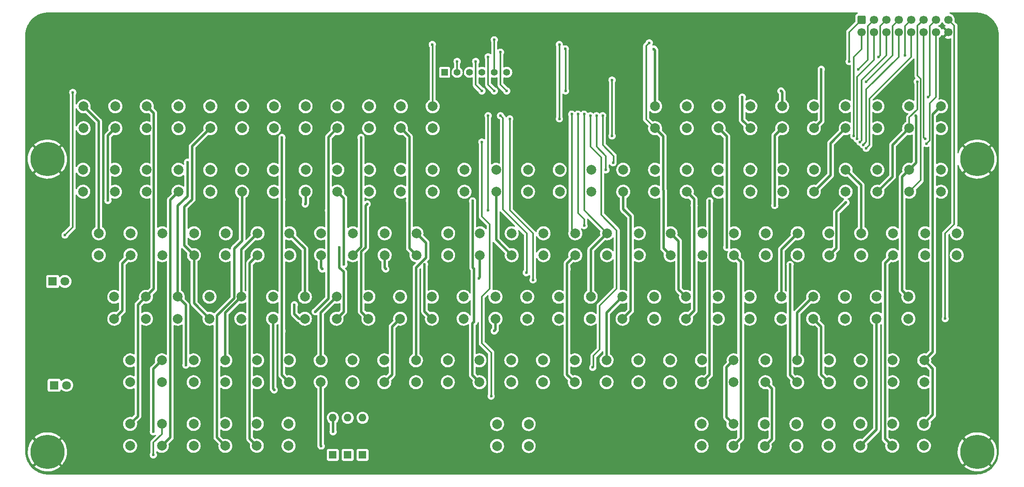
<source format=gbl>
G04 #@! TF.GenerationSoftware,KiCad,Pcbnew,(6.0.7)*
G04 #@! TF.CreationDate,2024-12-28T01:02:52-06:00*
G04 #@! TF.ProjectId,MSX-One_Keyboard,4d53582d-4f6e-4655-9f4b-6579626f6172,1.0*
G04 #@! TF.SameCoordinates,Original*
G04 #@! TF.FileFunction,Copper,L2,Bot*
G04 #@! TF.FilePolarity,Positive*
%FSLAX46Y46*%
G04 Gerber Fmt 4.6, Leading zero omitted, Abs format (unit mm)*
G04 Created by KiCad (PCBNEW (6.0.7)) date 2024-12-28 01:02:52*
%MOMM*%
%LPD*%
G01*
G04 APERTURE LIST*
G04 Aperture macros list*
%AMRoundRect*
0 Rectangle with rounded corners*
0 $1 Rounding radius*
0 $2 $3 $4 $5 $6 $7 $8 $9 X,Y pos of 4 corners*
0 Add a 4 corners polygon primitive as box body*
4,1,4,$2,$3,$4,$5,$6,$7,$8,$9,$2,$3,0*
0 Add four circle primitives for the rounded corners*
1,1,$1+$1,$2,$3*
1,1,$1+$1,$4,$5*
1,1,$1+$1,$6,$7*
1,1,$1+$1,$8,$9*
0 Add four rect primitives between the rounded corners*
20,1,$1+$1,$2,$3,$4,$5,0*
20,1,$1+$1,$4,$5,$6,$7,0*
20,1,$1+$1,$6,$7,$8,$9,0*
20,1,$1+$1,$8,$9,$2,$3,0*%
G04 Aperture macros list end*
G04 #@! TA.AperFunction,ComponentPad*
%ADD10C,2.000000*%
G04 #@! TD*
G04 #@! TA.AperFunction,ComponentPad*
%ADD11R,1.600000X1.600000*%
G04 #@! TD*
G04 #@! TA.AperFunction,ComponentPad*
%ADD12O,1.600000X1.600000*%
G04 #@! TD*
G04 #@! TA.AperFunction,ComponentPad*
%ADD13R,1.800000X1.800000*%
G04 #@! TD*
G04 #@! TA.AperFunction,ComponentPad*
%ADD14C,1.800000*%
G04 #@! TD*
G04 #@! TA.AperFunction,ComponentPad*
%ADD15R,1.397000X1.397000*%
G04 #@! TD*
G04 #@! TA.AperFunction,ComponentPad*
%ADD16C,1.397000*%
G04 #@! TD*
G04 #@! TA.AperFunction,ComponentPad*
%ADD17C,7.000000*%
G04 #@! TD*
G04 #@! TA.AperFunction,ComponentPad*
%ADD18RoundRect,0.250000X-0.600000X0.600000X-0.600000X-0.600000X0.600000X-0.600000X0.600000X0.600000X0*%
G04 #@! TD*
G04 #@! TA.AperFunction,ComponentPad*
%ADD19C,1.700000*%
G04 #@! TD*
G04 #@! TA.AperFunction,ViaPad*
%ADD20C,0.600000*%
G04 #@! TD*
G04 #@! TA.AperFunction,Conductor*
%ADD21C,0.375000*%
G04 #@! TD*
G04 #@! TA.AperFunction,Conductor*
%ADD22C,0.500000*%
G04 #@! TD*
G04 APERTURE END LIST*
D10*
X251067500Y-129512500D03*
X257567500Y-129512500D03*
X251067500Y-134012500D03*
X257567500Y-134012500D03*
X140410000Y-129512500D03*
X133910000Y-129512500D03*
X133910000Y-134012500D03*
X140410000Y-134012500D03*
X146927500Y-129512500D03*
X153427500Y-129512500D03*
X153427500Y-134012500D03*
X146927500Y-134012500D03*
X166445000Y-129512500D03*
X159945000Y-129512500D03*
X159945000Y-134012500D03*
X166445000Y-134012500D03*
X179462500Y-129512500D03*
X172962500Y-129512500D03*
X179462500Y-134012500D03*
X172962500Y-134012500D03*
X185980000Y-129512500D03*
X192480000Y-129512500D03*
X185980000Y-134012500D03*
X192480000Y-134012500D03*
X198997500Y-129512500D03*
X205497500Y-129512500D03*
X198997500Y-134012500D03*
X205497500Y-134012500D03*
X212015000Y-129512500D03*
X218515000Y-129512500D03*
X212015000Y-134012500D03*
X218515000Y-134012500D03*
X231532500Y-129512500D03*
X225032500Y-129512500D03*
X225032500Y-134012500D03*
X231532500Y-134012500D03*
X244550000Y-129512500D03*
X238050000Y-129512500D03*
X244550000Y-134012500D03*
X238050000Y-134012500D03*
X270585000Y-129512500D03*
X264085000Y-129512500D03*
X270585000Y-134012500D03*
X264085000Y-134012500D03*
X283602500Y-129512500D03*
X277102500Y-129512500D03*
X283602500Y-134012500D03*
X277102500Y-134012500D03*
X293370000Y-142530000D03*
X299870000Y-142530000D03*
X293370000Y-147030000D03*
X299870000Y-147030000D03*
X273760000Y-142530000D03*
X267260000Y-142530000D03*
X273760000Y-147030000D03*
X267260000Y-147030000D03*
X286777500Y-142530000D03*
X280277500Y-142530000D03*
X286777500Y-147030000D03*
X280277500Y-147030000D03*
X257417500Y-155547500D03*
X263917500Y-155547500D03*
X263917500Y-160047500D03*
X257417500Y-160047500D03*
X270435000Y-155547500D03*
X276935000Y-155547500D03*
X270435000Y-160047500D03*
X276935000Y-160047500D03*
X120892500Y-129512500D03*
X127392500Y-129512500D03*
X127392500Y-134012500D03*
X120892500Y-134012500D03*
X234632500Y-168565000D03*
X241132500Y-168565000D03*
X241132500Y-173065000D03*
X234632500Y-173065000D03*
X247650000Y-168565000D03*
X254150000Y-168565000D03*
X247650000Y-173065000D03*
X254150000Y-173065000D03*
X260667500Y-168565000D03*
X267167500Y-168565000D03*
X260667500Y-173065000D03*
X267167500Y-173065000D03*
X254075000Y-181610000D03*
X247575000Y-181610000D03*
X254075000Y-186110000D03*
X247575000Y-186110000D03*
X140260000Y-155547500D03*
X146760000Y-155547500D03*
X146760000Y-160047500D03*
X140260000Y-160047500D03*
X195580000Y-168565000D03*
X202080000Y-168565000D03*
X202080000Y-173065000D03*
X195580000Y-173065000D03*
X169545000Y-168565000D03*
X176045000Y-168565000D03*
X169545000Y-173065000D03*
X176045000Y-173065000D03*
X172795000Y-155547500D03*
X166295000Y-155547500D03*
X172795000Y-160047500D03*
X166295000Y-160047500D03*
X163120000Y-142530000D03*
X169620000Y-142530000D03*
X169620000Y-147030000D03*
X163120000Y-147030000D03*
X179312500Y-155547500D03*
X185812500Y-155547500D03*
X185812500Y-160047500D03*
X179312500Y-160047500D03*
X192330000Y-155547500D03*
X198830000Y-155547500D03*
X198830000Y-160047500D03*
X192330000Y-160047500D03*
X205347500Y-155547500D03*
X211847500Y-155547500D03*
X211847500Y-160047500D03*
X205347500Y-160047500D03*
X234707500Y-142530000D03*
X228207500Y-142530000D03*
X228207500Y-147030000D03*
X234707500Y-147030000D03*
X218365000Y-155547500D03*
X224865000Y-155547500D03*
X224865000Y-160047500D03*
X218365000Y-160047500D03*
X231382500Y-155547500D03*
X237882500Y-155547500D03*
X237882500Y-160047500D03*
X231382500Y-160047500D03*
X244400000Y-155547500D03*
X250900000Y-155547500D03*
X250900000Y-160047500D03*
X244400000Y-160047500D03*
X221615000Y-168565000D03*
X228115000Y-168565000D03*
X228115000Y-173065000D03*
X221615000Y-173065000D03*
X215097500Y-168565000D03*
X208597500Y-168565000D03*
X208597500Y-173065000D03*
X215097500Y-173065000D03*
X241225000Y-142530000D03*
X247725000Y-142530000D03*
X247725000Y-147030000D03*
X241225000Y-147030000D03*
X254242500Y-142530000D03*
X260742500Y-142530000D03*
X260742500Y-147030000D03*
X254242500Y-147030000D03*
X137085000Y-142530000D03*
X143585000Y-142530000D03*
X143585000Y-147030000D03*
X137085000Y-147030000D03*
X182637500Y-142530000D03*
X176137500Y-142530000D03*
X182637500Y-147030000D03*
X176137500Y-147030000D03*
X153277500Y-155547500D03*
X159777500Y-155547500D03*
X159777500Y-160047500D03*
X153277500Y-160047500D03*
X195655000Y-142530000D03*
X189155000Y-142530000D03*
X195655000Y-147030000D03*
X189155000Y-147030000D03*
X221690000Y-142530000D03*
X215190000Y-142530000D03*
X215190000Y-147030000D03*
X221690000Y-147030000D03*
X189062500Y-168565000D03*
X182562500Y-168565000D03*
X189062500Y-173065000D03*
X182562500Y-173065000D03*
X156602500Y-142530000D03*
X150102500Y-142530000D03*
X150102500Y-147030000D03*
X156602500Y-147030000D03*
X163027500Y-168565000D03*
X156527500Y-168565000D03*
X156527500Y-173065000D03*
X163027500Y-173065000D03*
X208672500Y-142530000D03*
X202172500Y-142530000D03*
X208672500Y-147030000D03*
X202172500Y-147030000D03*
X150010000Y-168565000D03*
X143510000Y-168565000D03*
X143510000Y-173065000D03*
X150010000Y-173065000D03*
X130492500Y-168565000D03*
X136992500Y-168565000D03*
X130492500Y-173065000D03*
X136992500Y-173065000D03*
X130492500Y-181610000D03*
X136992500Y-181610000D03*
X130492500Y-186110000D03*
X136992500Y-186110000D03*
X150010000Y-181610000D03*
X143510000Y-181610000D03*
X143510000Y-186110000D03*
X150010000Y-186110000D03*
X133742500Y-155547500D03*
X127242500Y-155547500D03*
X133742500Y-160047500D03*
X127242500Y-160047500D03*
X162952500Y-181582500D03*
X156452500Y-181582500D03*
X156452500Y-186082500D03*
X162952500Y-186082500D03*
X140410000Y-116495000D03*
X133910000Y-116495000D03*
X133910000Y-120995000D03*
X140410000Y-120995000D03*
X146927500Y-116495000D03*
X153427500Y-116495000D03*
X146927500Y-120995000D03*
X153427500Y-120995000D03*
X159945000Y-116495000D03*
X166445000Y-116495000D03*
X159945000Y-120995000D03*
X166445000Y-120995000D03*
X172962500Y-116495000D03*
X179462500Y-116495000D03*
X172962500Y-120995000D03*
X179462500Y-120995000D03*
X192480000Y-116495000D03*
X185980000Y-116495000D03*
X185980000Y-120995000D03*
X192480000Y-120995000D03*
X127467500Y-116495000D03*
X120967500Y-116495000D03*
X120967500Y-120995000D03*
X127467500Y-120995000D03*
X124067500Y-142530000D03*
X130567500Y-142530000D03*
X124067500Y-147030000D03*
X130567500Y-147030000D03*
X244550000Y-116495000D03*
X238050000Y-116495000D03*
X244550000Y-120995000D03*
X238050000Y-120995000D03*
X296620000Y-129512500D03*
X290120000Y-129512500D03*
X290120000Y-134012500D03*
X296620000Y-134012500D03*
X283452500Y-155547500D03*
X289952500Y-155547500D03*
X289952500Y-160047500D03*
X283452500Y-160047500D03*
X205665000Y-181637500D03*
X212165000Y-181637500D03*
X205665000Y-186137500D03*
X212165000Y-186137500D03*
X270585000Y-116495000D03*
X264085000Y-116495000D03*
X264085000Y-120995000D03*
X270585000Y-120995000D03*
X283602500Y-116495000D03*
X277102500Y-116495000D03*
X283602500Y-120995000D03*
X277102500Y-120995000D03*
X290120000Y-116495000D03*
X296620000Y-116495000D03*
X296620000Y-120995000D03*
X290120000Y-120995000D03*
X267017500Y-181637500D03*
X260517500Y-181637500D03*
X260517500Y-186137500D03*
X267017500Y-186137500D03*
X286702500Y-168565000D03*
X293202500Y-168565000D03*
X293202500Y-173065000D03*
X286702500Y-173065000D03*
X286627500Y-181582500D03*
X293127500Y-181582500D03*
X286627500Y-186082500D03*
X293127500Y-186082500D03*
X273610000Y-181582500D03*
X280110000Y-181582500D03*
X280110000Y-186082500D03*
X273610000Y-186082500D03*
X251067500Y-116495000D03*
X257567500Y-116495000D03*
X251067500Y-120995000D03*
X257567500Y-120995000D03*
X280185000Y-168565000D03*
X273685000Y-168565000D03*
X280185000Y-173065000D03*
X273685000Y-173065000D03*
D11*
X172021500Y-187960000D03*
D12*
X172021500Y-180340000D03*
D11*
X175069500Y-187960000D03*
D12*
X175069500Y-180340000D03*
D11*
X178117500Y-187960000D03*
D12*
X178117500Y-180340000D03*
D13*
X114930000Y-173672500D03*
D14*
X117470000Y-173672500D03*
D13*
X114612500Y-152400000D03*
D14*
X117152500Y-152400000D03*
D15*
X194945000Y-109537500D03*
D16*
X197485000Y-109537500D03*
X200025000Y-109537500D03*
X202565000Y-109537500D03*
X205105000Y-109537500D03*
X207645000Y-109537500D03*
D17*
X304044800Y-187332500D03*
X304034800Y-127325000D03*
X113544800Y-187332500D03*
X113534800Y-127325000D03*
D18*
X280352500Y-98760000D03*
D19*
X280352500Y-101300000D03*
X282892500Y-98760000D03*
X282892500Y-101300000D03*
X285432500Y-98760000D03*
X285432500Y-101300000D03*
X287972500Y-98760000D03*
X287972500Y-101300000D03*
X290512500Y-98760000D03*
X290512500Y-101300000D03*
X293052500Y-98760000D03*
X293052500Y-101300000D03*
X295592500Y-98760000D03*
X295592500Y-101300000D03*
X298132500Y-98760000D03*
X298132500Y-101300000D03*
D20*
X118745000Y-113665000D03*
X229235000Y-122555000D03*
X278765000Y-122555000D03*
X117157500Y-142875000D03*
X229235000Y-111125000D03*
X200660000Y-113982500D03*
X210502500Y-120967500D03*
X199390000Y-113982500D03*
X210820000Y-116205000D03*
X293370000Y-123190000D03*
X135255000Y-183197500D03*
X172085000Y-183197500D03*
X135255000Y-187960000D03*
X160020000Y-174625000D03*
X203835000Y-118427500D03*
X169627500Y-186137500D03*
X171132500Y-137795000D03*
X231775000Y-137795000D03*
X203835000Y-137795000D03*
X168427500Y-158597500D03*
X272097500Y-108902500D03*
X279717500Y-108902500D03*
X187705000Y-135827500D03*
X138747500Y-158115000D03*
X246062500Y-136842500D03*
X262572500Y-136842500D03*
X164147500Y-157162500D03*
X173355000Y-145415000D03*
X279400000Y-123190000D03*
X211657500Y-150610000D03*
X152082500Y-145415000D03*
X169862500Y-149860000D03*
X206375000Y-118427500D03*
X125942500Y-135785000D03*
X220027500Y-149860000D03*
X280035000Y-123825000D03*
X281305000Y-111442500D03*
X179070000Y-136525000D03*
X166370000Y-136525000D03*
X249237500Y-135890000D03*
X291782500Y-111442500D03*
X280670000Y-124408000D03*
X265717500Y-148937500D03*
X205105000Y-102870000D03*
X190817500Y-148907500D03*
X236855000Y-103505000D03*
X174307500Y-148907500D03*
X281305000Y-125095000D03*
X161607500Y-135572500D03*
X161607500Y-122872500D03*
X277177500Y-136207500D03*
X205105000Y-162560000D03*
X161607500Y-162560000D03*
X255600000Y-162547500D03*
X255600000Y-171437500D03*
X255905000Y-114617500D03*
X252730000Y-145415000D03*
X201930000Y-151765000D03*
X294005000Y-114617500D03*
X177800000Y-122872500D03*
X200977500Y-149860000D03*
X182880000Y-149860000D03*
X200660000Y-135890000D03*
X200977500Y-160655000D03*
X297497500Y-160020000D03*
X219657500Y-104722500D03*
X197485000Y-107315000D03*
X219710000Y-113347500D03*
X227330000Y-118427500D03*
X229442500Y-128062500D03*
X226060000Y-118427500D03*
X227992500Y-129512500D03*
X225272500Y-170015000D03*
X142240000Y-127952500D03*
X224790000Y-118427500D03*
X141922500Y-169545000D03*
X223520000Y-118110000D03*
X222250000Y-118110000D03*
X223520000Y-140970000D03*
X220980000Y-118110000D03*
X291465000Y-118427500D03*
X218440000Y-103822500D03*
X218440000Y-119062500D03*
X237807500Y-104775000D03*
X192405000Y-103822500D03*
X263842500Y-113347500D03*
X202565000Y-113347500D03*
X277812500Y-107315000D03*
X201295000Y-107315000D03*
X205105000Y-113347500D03*
X283845000Y-106362500D03*
X203835000Y-106362500D03*
X206375000Y-105410000D03*
X289242500Y-106045000D03*
X207645000Y-113347500D03*
X213042500Y-152082500D03*
X208280000Y-119062500D03*
X204470000Y-175895000D03*
X202565000Y-123825000D03*
X293687500Y-124142500D03*
D21*
X229235000Y-111125000D02*
X229235000Y-122555000D01*
X280352500Y-101300000D02*
X280352500Y-104775000D01*
X118745000Y-113665000D02*
X118745000Y-141287500D01*
X278765000Y-106362500D02*
X278765000Y-122555000D01*
X280352500Y-104775000D02*
X278765000Y-106362500D01*
X118745000Y-141287500D02*
X117157500Y-142875000D01*
X293052500Y-122872500D02*
X293370000Y-123190000D01*
X293052500Y-101300000D02*
X293052500Y-122872500D01*
D22*
X135255000Y-170302500D02*
X135255000Y-183197500D01*
X172085000Y-183197500D02*
X172085000Y-180403500D01*
X172085000Y-180403500D02*
X172021500Y-180340000D01*
X136992500Y-168565000D02*
X135255000Y-170302500D01*
D21*
X136992500Y-183682500D02*
X136992500Y-181610000D01*
X135255000Y-187960000D02*
X135255000Y-185420000D01*
D22*
X130492500Y-181610000D02*
X132080000Y-180022500D01*
X132080000Y-157210000D02*
X133742500Y-155547500D01*
X135360000Y-117945000D02*
X133910000Y-116495000D01*
D21*
X135255000Y-185420000D02*
X136992500Y-183682500D01*
D22*
X132080000Y-180022500D02*
X132080000Y-157210000D01*
X135360000Y-153930000D02*
X135360000Y-117945000D01*
X133742500Y-155547500D02*
X135360000Y-153930000D01*
X160020000Y-174625000D02*
X159777500Y-174382500D01*
X273685000Y-173065000D02*
X272097500Y-171477500D01*
X231532500Y-134012500D02*
X231532500Y-137552500D01*
X233045000Y-139065000D02*
X231775000Y-137795000D01*
X272097500Y-171477500D02*
X272097500Y-161710000D01*
X171132500Y-155892500D02*
X171132500Y-137795000D01*
X169627500Y-186137500D02*
X169545000Y-186055000D01*
X171132500Y-122825000D02*
X172962500Y-120995000D01*
X159777500Y-174382500D02*
X159777500Y-160047500D01*
X272097500Y-161710000D02*
X270435000Y-160047500D01*
X169545000Y-186055000D02*
X169545000Y-173065000D01*
D21*
X203835000Y-118427500D02*
X203835000Y-137795000D01*
D22*
X231532500Y-137552500D02*
X231775000Y-137795000D01*
X231382500Y-160047500D02*
X233045000Y-158385000D01*
X171132500Y-137795000D02*
X171132500Y-122825000D01*
X233045000Y-158385000D02*
X233045000Y-139065000D01*
X168427500Y-158597500D02*
X171132500Y-155892500D01*
X187705000Y-122720000D02*
X185980000Y-120995000D01*
X165127500Y-160047500D02*
X164147500Y-159067500D01*
D21*
X281622500Y-106997500D02*
X281622500Y-100030000D01*
D22*
X272097500Y-119482500D02*
X272097500Y-108902500D01*
D21*
X279717500Y-108902500D02*
X281622500Y-106997500D01*
D22*
X138747500Y-135675000D02*
X140410000Y-134012500D01*
X244400000Y-160047500D02*
X246062500Y-158385000D01*
X164147500Y-159067500D02*
X164147500Y-157162500D01*
X174245000Y-150432500D02*
X173355000Y-149542500D01*
X187705000Y-135827500D02*
X187705000Y-122720000D01*
X189155000Y-147030000D02*
X187705000Y-145580000D01*
X262572500Y-122507500D02*
X262572500Y-136842500D01*
D21*
X281622500Y-100030000D02*
X282892500Y-98760000D01*
D22*
X174245000Y-158597500D02*
X174245000Y-150432500D01*
X173355000Y-149542500D02*
X173355000Y-145415000D01*
X136992500Y-186110000D02*
X138747500Y-184355000D01*
X246062500Y-158385000D02*
X246062500Y-136842500D01*
X187705000Y-145580000D02*
X187705000Y-135827500D01*
X138747500Y-158750000D02*
X138747500Y-158115000D01*
X246062500Y-135525000D02*
X244550000Y-134012500D01*
X270585000Y-120995000D02*
X272097500Y-119482500D01*
X172795000Y-160047500D02*
X174245000Y-158597500D01*
X138747500Y-158115000D02*
X138747500Y-135675000D01*
X246062500Y-136842500D02*
X246062500Y-135525000D01*
X264085000Y-120995000D02*
X262572500Y-122507500D01*
X138747500Y-184355000D02*
X138747500Y-158750000D01*
X166295000Y-160047500D02*
X165127500Y-160047500D01*
D21*
X282892500Y-101300000D02*
X282892500Y-106997500D01*
X279452500Y-123137500D02*
X279400000Y-123190000D01*
X279452500Y-122270228D02*
X279452500Y-123137500D01*
X279400000Y-122217728D02*
X279452500Y-122270228D01*
X282892500Y-106997500D02*
X279400000Y-110490000D01*
X279400000Y-110490000D02*
X279400000Y-122217728D01*
D22*
X220027500Y-149860000D02*
X220027500Y-148692500D01*
X153427500Y-134012500D02*
X153427500Y-144070000D01*
X125942500Y-122520000D02*
X125942500Y-135785000D01*
X274002500Y-130595000D02*
X274002500Y-124095000D01*
D21*
X206885000Y-137670000D02*
X211772500Y-142557500D01*
D22*
X220027500Y-171477500D02*
X220027500Y-149860000D01*
D21*
X206375000Y-118427500D02*
X206885000Y-118937500D01*
D22*
X270585000Y-134012500D02*
X274002500Y-130595000D01*
D21*
X206885000Y-118937500D02*
X206885000Y-137670000D01*
D22*
X221615000Y-173065000D02*
X220027500Y-171477500D01*
X148272500Y-184372500D02*
X150010000Y-186110000D01*
X169620000Y-147030000D02*
X169620000Y-149617500D01*
D21*
X211772500Y-150495000D02*
X211657500Y-150610000D01*
D22*
X152082500Y-145415000D02*
X151798209Y-145699291D01*
X148272500Y-159385000D02*
X148272500Y-184372500D01*
D21*
X211772500Y-142557500D02*
X211772500Y-150495000D01*
D22*
X274002500Y-124095000D02*
X277102500Y-120995000D01*
X151798209Y-155859291D02*
X148272500Y-159385000D01*
X127467500Y-120995000D02*
X125942500Y-122520000D01*
X169620000Y-149617500D02*
X169862500Y-149860000D01*
X220027500Y-148692500D02*
X221690000Y-147030000D01*
X153427500Y-144070000D02*
X152082500Y-145415000D01*
X151798209Y-145699291D02*
X151798209Y-155859291D01*
D21*
X285432500Y-101300000D02*
X285432500Y-106045000D01*
X285432500Y-106045000D02*
X280352500Y-111125000D01*
X280352500Y-123507500D02*
X280035000Y-123825000D01*
X280352500Y-111125000D02*
X280352500Y-123507500D01*
D22*
X178752500Y-145404950D02*
X178752500Y-144780000D01*
X166445000Y-134012500D02*
X166445000Y-136450000D01*
X286702500Y-124412500D02*
X290120000Y-120995000D01*
D21*
X290120000Y-118800228D02*
X290120000Y-120995000D01*
D22*
X249237500Y-171477500D02*
X249237500Y-135890000D01*
D21*
X286702500Y-106045000D02*
X281305000Y-111442500D01*
D22*
X127242500Y-160047500D02*
X128905000Y-158385000D01*
X286702500Y-130912500D02*
X286702500Y-124412500D01*
D21*
X286702500Y-100030000D02*
X286702500Y-101917500D01*
D22*
X182562500Y-173065000D02*
X184150000Y-171477500D01*
D21*
X291782500Y-111442500D02*
X291782500Y-117137728D01*
D22*
X184150000Y-161710000D02*
X185812500Y-160047500D01*
X128905000Y-158385000D02*
X128905000Y-148692500D01*
X184150000Y-171477500D02*
X184150000Y-161710000D01*
X128905000Y-148692500D02*
X130567500Y-147030000D01*
X178752500Y-144780000D02*
X178752500Y-136842500D01*
X177862500Y-146294950D02*
X178752500Y-145404950D01*
X166445000Y-136450000D02*
X166370000Y-136525000D01*
X178752500Y-136842500D02*
X179070000Y-136525000D01*
X247650000Y-173065000D02*
X249237500Y-171477500D01*
D21*
X286702500Y-101917500D02*
X286702500Y-106045000D01*
D22*
X179312500Y-160047500D02*
X177862500Y-158597500D01*
X177862500Y-158597500D02*
X177862500Y-146294950D01*
D21*
X287972500Y-98760000D02*
X286702500Y-100030000D01*
X291782500Y-117137728D02*
X290120000Y-118800228D01*
D22*
X283602500Y-134012500D02*
X286702500Y-130912500D01*
D21*
X287972500Y-106362500D02*
X281305000Y-113030000D01*
X281305000Y-123773000D02*
X280670000Y-124408000D01*
X281305000Y-113030000D02*
X281305000Y-123773000D01*
X287972500Y-101300000D02*
X287972500Y-106362500D01*
X236220000Y-104140000D02*
X236220000Y-119165000D01*
D22*
X239712500Y-133667500D02*
X239712500Y-122657500D01*
X174307500Y-148907500D02*
X174307500Y-135357500D01*
X265717500Y-171615000D02*
X265717500Y-148937500D01*
X155002500Y-184632500D02*
X155002500Y-148630000D01*
X261967500Y-184687500D02*
X261967500Y-174365000D01*
X155002500Y-148630000D02*
X156602500Y-147030000D01*
X156452500Y-186082500D02*
X155002500Y-184632500D01*
D21*
X236855000Y-103505000D02*
X236220000Y-104140000D01*
D22*
X190817500Y-158535000D02*
X190817500Y-148907500D01*
D21*
X205105000Y-109537500D02*
X205105000Y-102870000D01*
D22*
X267167500Y-173065000D02*
X265717500Y-171615000D01*
X260517500Y-186137500D02*
X261967500Y-184687500D01*
X241225000Y-147030000D02*
X239775000Y-145580000D01*
X192330000Y-160047500D02*
X190817500Y-158535000D01*
X174307500Y-135357500D02*
X172962500Y-134012500D01*
X239712500Y-122657500D02*
X238050000Y-120995000D01*
X239775000Y-145580000D02*
X239775000Y-133730000D01*
X239775000Y-133730000D02*
X239712500Y-133667500D01*
X261967500Y-174365000D02*
X260667500Y-173065000D01*
D21*
X236220000Y-119165000D02*
X238050000Y-120995000D01*
X281940000Y-124460000D02*
X281305000Y-125095000D01*
X290512500Y-101300000D02*
X290512500Y-106362500D01*
X281940000Y-114935000D02*
X281940000Y-124460000D01*
X290512500Y-106362500D02*
X281940000Y-114935000D01*
D22*
X255600000Y-162547500D02*
X255600000Y-148387500D01*
X163027500Y-173065000D02*
X161577500Y-171615000D01*
X161577500Y-162590000D02*
X161607500Y-162560000D01*
X255600000Y-171437500D02*
X255600000Y-162547500D01*
X161607500Y-135572500D02*
X161607500Y-133032500D01*
D21*
X293052500Y-98760000D02*
X291815000Y-99997500D01*
X292470000Y-131662500D02*
X290120000Y-134012500D01*
D22*
X255600000Y-184585000D02*
X255600000Y-171437500D01*
X254075000Y-186110000D02*
X255600000Y-184585000D01*
X161577500Y-171615000D02*
X161577500Y-162590000D01*
X161607500Y-133032500D02*
X161607500Y-122872500D01*
D21*
X292470000Y-110860000D02*
X292470000Y-131662500D01*
D22*
X205347500Y-160047500D02*
X205347500Y-162317500D01*
X255600000Y-148387500D02*
X254242500Y-147030000D01*
X205347500Y-162317500D02*
X205105000Y-162560000D01*
X161607500Y-162560000D02*
X161607500Y-135572500D01*
D21*
X291815000Y-99997500D02*
X291815000Y-110205000D01*
D22*
X273760000Y-147030000D02*
X275210000Y-145580000D01*
X275210000Y-138175000D02*
X277177500Y-136207500D01*
X275210000Y-145580000D02*
X275210000Y-138175000D01*
D21*
X291815000Y-110205000D02*
X292470000Y-110860000D01*
D22*
X202172500Y-151522500D02*
X201930000Y-151765000D01*
X286627500Y-186082500D02*
X285177500Y-184632500D01*
X257567500Y-120995000D02*
X255905000Y-119332500D01*
X143585000Y-156872500D02*
X143585000Y-147030000D01*
X205497500Y-143855000D02*
X205497500Y-134012500D01*
X141605000Y-137160000D02*
X143192500Y-135572500D01*
X146760000Y-160047500D02*
X143585000Y-156872500D01*
D21*
X294322500Y-100030000D02*
X294322500Y-102235000D01*
X295592500Y-98760000D02*
X294322500Y-100030000D01*
D22*
X251067500Y-120995000D02*
X252730000Y-122657500D01*
D21*
X294322500Y-114300000D02*
X294005000Y-114617500D01*
D22*
X143192500Y-135572500D02*
X143192500Y-124730000D01*
X252730000Y-122657500D02*
X252730000Y-145415000D01*
X202172500Y-147030000D02*
X202172500Y-151522500D01*
X255905000Y-119332500D02*
X255905000Y-114617500D01*
X143585000Y-147030000D02*
X141605000Y-145050000D01*
X141605000Y-145050000D02*
X141605000Y-137160000D01*
X208672500Y-147030000D02*
X205497500Y-143855000D01*
X143192500Y-124730000D02*
X146927500Y-120995000D01*
D21*
X294322500Y-102235000D02*
X294322500Y-114300000D01*
D22*
X285177500Y-184632500D02*
X285177500Y-148630000D01*
X285177500Y-148630000D02*
X286777500Y-147030000D01*
X280110000Y-186082500D02*
X283452500Y-182740000D01*
X200977500Y-149860000D02*
X200660000Y-149542500D01*
X182637500Y-149617500D02*
X182880000Y-149860000D01*
D21*
X297497500Y-142557500D02*
X297497500Y-160020000D01*
X299370000Y-140685000D02*
X297815000Y-142240000D01*
D22*
X177800000Y-145367500D02*
X177800000Y-133985000D01*
X182637500Y-147030000D02*
X182637500Y-149617500D01*
X200630000Y-171615000D02*
X200630000Y-161002500D01*
X177800000Y-133985000D02*
X177800000Y-122872500D01*
X202080000Y-173065000D02*
X200630000Y-171615000D01*
X200660000Y-149542500D02*
X200660000Y-142557500D01*
X176137500Y-147030000D02*
X177800000Y-145367500D01*
X200660000Y-142557500D02*
X200660000Y-135890000D01*
X200977500Y-160655000D02*
X200977500Y-149860000D01*
D21*
X297815000Y-142240000D02*
X297497500Y-142557500D01*
X298132500Y-98760000D02*
X299370000Y-99997500D01*
D22*
X283452500Y-182740000D02*
X283452500Y-160047500D01*
D21*
X299370000Y-99997500D02*
X299370000Y-140685000D01*
D22*
X200630000Y-161002500D02*
X200977500Y-160655000D01*
D21*
X219710000Y-104775000D02*
X219710000Y-113347500D01*
X197485000Y-109537500D02*
X197485000Y-107315000D01*
X219657500Y-104722500D02*
X219710000Y-104775000D01*
X227330000Y-124460000D02*
X229552500Y-126682500D01*
X227330000Y-118427500D02*
X227330000Y-124460000D01*
X229552500Y-126682500D02*
X229552500Y-127952500D01*
X229552500Y-127952500D02*
X229442500Y-128062500D01*
D22*
X263917500Y-145872500D02*
X267260000Y-142530000D01*
D21*
X227965000Y-126682500D02*
X227965000Y-129485000D01*
D22*
X280277500Y-142530000D02*
X280277500Y-132687500D01*
D21*
X227965000Y-129485000D02*
X227992500Y-129512500D01*
X226060000Y-118427500D02*
X226060000Y-124777500D01*
D22*
X280277500Y-132687500D02*
X277102500Y-129512500D01*
D21*
X226060000Y-124777500D02*
X227965000Y-126682500D01*
D22*
X263917500Y-155547500D02*
X263917500Y-145872500D01*
D21*
X226695000Y-157385358D02*
X226695000Y-166370000D01*
D22*
X267167500Y-158815000D02*
X270435000Y-155547500D01*
X252700000Y-180235000D02*
X252700000Y-170015000D01*
X141922500Y-169545000D02*
X141922500Y-157210000D01*
X141922500Y-157210000D02*
X140260000Y-155547500D01*
D21*
X227012500Y-138747500D02*
X230187500Y-141922500D01*
X224790000Y-118427500D02*
X224790000Y-124777500D01*
D22*
X142240000Y-134937500D02*
X142240000Y-127952500D01*
D21*
X230187500Y-153892858D02*
X226695000Y-157385358D01*
X227012500Y-127000000D02*
X227012500Y-138747500D01*
X230187500Y-141922500D02*
X230187500Y-153892858D01*
D22*
X252700000Y-170015000D02*
X254150000Y-168565000D01*
X267167500Y-168565000D02*
X267167500Y-158815000D01*
D21*
X226695000Y-166370000D02*
X225425000Y-167640000D01*
D22*
X140260000Y-155547500D02*
X140260000Y-136917500D01*
D21*
X224790000Y-124777500D02*
X227012500Y-127000000D01*
X225425000Y-169862500D02*
X225272500Y-170015000D01*
D22*
X140260000Y-136917500D02*
X142240000Y-134937500D01*
D21*
X225425000Y-167640000D02*
X225425000Y-169862500D01*
D22*
X254075000Y-181610000D02*
X252700000Y-180235000D01*
D21*
X223520000Y-137842500D02*
X228207500Y-142530000D01*
D22*
X224865000Y-145872500D02*
X228207500Y-142530000D01*
X166295000Y-155547500D02*
X166295000Y-145705000D01*
X224865000Y-155547500D02*
X224865000Y-145872500D01*
X169545000Y-168565000D02*
X169545000Y-158797500D01*
X166295000Y-145705000D02*
X163120000Y-142530000D01*
D21*
X223520000Y-118110000D02*
X223520000Y-137842500D01*
D22*
X169545000Y-158797500D02*
X172795000Y-155547500D01*
X244400000Y-155547500D02*
X242887500Y-154035000D01*
X242887500Y-144192500D02*
X241225000Y-142530000D01*
D21*
X222250000Y-118110000D02*
X222250000Y-138430000D01*
D22*
X228115000Y-168565000D02*
X228115000Y-158815000D01*
D21*
X222250000Y-138430000D02*
X223520000Y-139700000D01*
D22*
X228115000Y-158815000D02*
X231382500Y-155547500D01*
X242887500Y-154035000D02*
X242887500Y-144192500D01*
D21*
X223520000Y-139700000D02*
X223520000Y-140970000D01*
D22*
X153277500Y-155547500D02*
X153277500Y-145855000D01*
D21*
X220980000Y-141820000D02*
X221690000Y-142530000D01*
X220980000Y-118110000D02*
X220980000Y-141820000D01*
D22*
X189062500Y-168565000D02*
X189062500Y-149601839D01*
X153277500Y-145855000D02*
X156602500Y-142530000D01*
X191135000Y-147529339D02*
X191135000Y-144510000D01*
X191135000Y-144510000D02*
X189155000Y-142530000D01*
X189062500Y-149601839D02*
X191135000Y-147529339D01*
X150010000Y-158815000D02*
X153277500Y-155547500D01*
X150010000Y-168565000D02*
X150010000Y-158815000D01*
X291570000Y-128062500D02*
X291570000Y-118532500D01*
X238050000Y-105017500D02*
X237807500Y-104775000D01*
X288670000Y-154265000D02*
X288670000Y-130962500D01*
X238050000Y-116495000D02*
X238050000Y-105017500D01*
D21*
X192480000Y-103897500D02*
X192480000Y-116495000D01*
X218440000Y-119062500D02*
X218440000Y-103822500D01*
X192405000Y-103822500D02*
X192480000Y-103897500D01*
D22*
X124067500Y-119595000D02*
X120967500Y-116495000D01*
X288670000Y-130962500D02*
X290120000Y-129512500D01*
X290120000Y-129512500D02*
X291570000Y-128062500D01*
X291570000Y-118532500D02*
X291465000Y-118427500D01*
X289952500Y-155547500D02*
X288670000Y-154265000D01*
X124067500Y-142530000D02*
X124067500Y-119595000D01*
X294957500Y-118157500D02*
X296620000Y-116495000D01*
X264085000Y-116495000D02*
X264085000Y-113590000D01*
X264085000Y-113590000D02*
X263842500Y-113347500D01*
X294957500Y-179752500D02*
X294957500Y-170320000D01*
X293127500Y-181582500D02*
X294957500Y-179752500D01*
X294957500Y-170320000D02*
X293202500Y-168565000D01*
X293202500Y-168565000D02*
X294957500Y-166810000D01*
X294957500Y-166810000D02*
X294957500Y-118157500D01*
D21*
X201295000Y-112077500D02*
X202565000Y-113347500D01*
X277812500Y-101300000D02*
X277812500Y-107315000D01*
X280352500Y-98760000D02*
X277812500Y-101300000D01*
X201295000Y-107315000D02*
X201295000Y-112077500D01*
X284162500Y-106045000D02*
X283845000Y-106362500D01*
X284162500Y-100965000D02*
X284162500Y-106045000D01*
X203835000Y-106362500D02*
X203835000Y-112077500D01*
X285432500Y-98760000D02*
X284162500Y-100030000D01*
X203835000Y-112077500D02*
X205105000Y-113347500D01*
X284162500Y-100030000D02*
X284162500Y-100965000D01*
X206375000Y-112077500D02*
X207645000Y-113347500D01*
X289260000Y-100012500D02*
X289242500Y-100012500D01*
X290512500Y-98760000D02*
X289260000Y-100012500D01*
X206375000Y-105410000D02*
X206375000Y-112077500D01*
X289242500Y-100012500D02*
X289242500Y-106045000D01*
X208280000Y-137795000D02*
X212725000Y-142240000D01*
X213042500Y-142557500D02*
X213042500Y-152082500D01*
X212725000Y-142240000D02*
X213042500Y-142557500D01*
X208280000Y-119062500D02*
X208280000Y-137795000D01*
X204152500Y-140652500D02*
X204152500Y-153892858D01*
X202565000Y-139065000D02*
X204152500Y-140652500D01*
X204152500Y-153892858D02*
X202565000Y-155480358D01*
X202565000Y-123825000D02*
X202565000Y-139065000D01*
X202565000Y-165100000D02*
X204470000Y-167005000D01*
X204470000Y-167005000D02*
X204470000Y-175895000D01*
X202565000Y-155480358D02*
X202565000Y-165100000D01*
X294320000Y-115890000D02*
X294320000Y-118421562D01*
X294320000Y-118421562D02*
X294320000Y-123510000D01*
X294320000Y-123510000D02*
X293687500Y-124142500D01*
X295592500Y-114617500D02*
X294320000Y-115890000D01*
X295592500Y-101300000D02*
X295592500Y-114617500D01*
G04 #@! TA.AperFunction,Conductor*
G36*
X279556101Y-97289802D02*
G01*
X279602594Y-97343458D01*
X279612698Y-97413732D01*
X279583204Y-97478312D01*
X279525660Y-97516034D01*
X279469662Y-97533583D01*
X279463165Y-97537518D01*
X279463162Y-97537519D01*
X279357158Y-97601717D01*
X279328404Y-97619131D01*
X279211631Y-97735904D01*
X279207694Y-97742405D01*
X279137384Y-97858502D01*
X279126083Y-97877162D01*
X279123811Y-97884412D01*
X279089388Y-97994256D01*
X279076698Y-98034748D01*
X279070200Y-98105465D01*
X279070201Y-98635136D01*
X279070201Y-99113580D01*
X279050199Y-99181701D01*
X279033296Y-99202675D01*
X278225594Y-100010376D01*
X277428657Y-100807313D01*
X277420646Y-100814603D01*
X277414285Y-100818640D01*
X277408860Y-100824417D01*
X277368699Y-100867184D01*
X277365944Y-100870026D01*
X277346663Y-100889307D01*
X277344244Y-100892426D01*
X277343986Y-100892718D01*
X277336607Y-100901358D01*
X277307086Y-100932795D01*
X277303266Y-100939744D01*
X277297639Y-100949979D01*
X277286789Y-100966496D01*
X277274772Y-100981989D01*
X277271625Y-100989262D01*
X277271624Y-100989263D01*
X277257646Y-101021565D01*
X277252424Y-101032224D01*
X277231644Y-101070023D01*
X277229674Y-101077696D01*
X277229672Y-101077701D01*
X277226770Y-101089006D01*
X277220365Y-101107715D01*
X277212579Y-101125707D01*
X277211339Y-101133536D01*
X277205831Y-101168311D01*
X277203426Y-101179922D01*
X277192700Y-101221701D01*
X277192700Y-101241301D01*
X277191149Y-101261011D01*
X277188082Y-101280376D01*
X277189420Y-101294525D01*
X277192141Y-101323315D01*
X277192700Y-101335173D01*
X277192700Y-106887746D01*
X277172612Y-106956001D01*
X277152420Y-106987333D01*
X277150011Y-106993953D01*
X277150010Y-106993954D01*
X277120221Y-107075799D01*
X277096229Y-107141716D01*
X277075638Y-107304711D01*
X277091670Y-107468217D01*
X277093894Y-107474902D01*
X277093894Y-107474903D01*
X277103856Y-107504850D01*
X277143528Y-107624109D01*
X277147177Y-107630134D01*
X277224985Y-107758611D01*
X277224987Y-107758614D01*
X277228635Y-107764637D01*
X277342761Y-107882817D01*
X277348657Y-107886675D01*
X277474335Y-107968918D01*
X277474339Y-107968920D01*
X277480233Y-107972777D01*
X277634220Y-108030044D01*
X277641201Y-108030975D01*
X277641203Y-108030976D01*
X277685469Y-108036882D01*
X277797067Y-108051772D01*
X277804078Y-108051134D01*
X277804082Y-108051134D01*
X277953660Y-108037521D01*
X277960681Y-108036882D01*
X277980265Y-108030519D01*
X278051231Y-108028491D01*
X278112029Y-108065154D01*
X278143354Y-108128866D01*
X278145200Y-108150352D01*
X278145200Y-115233208D01*
X278125198Y-115301329D01*
X278071542Y-115347822D01*
X278001268Y-115357926D01*
X277941108Y-115332090D01*
X277940920Y-115331941D01*
X277930036Y-115323346D01*
X277901894Y-115301120D01*
X277901890Y-115301118D01*
X277897839Y-115297918D01*
X277863287Y-115278844D01*
X277841501Y-115266818D01*
X277691645Y-115184093D01*
X277686776Y-115182369D01*
X277686772Y-115182367D01*
X277474498Y-115107197D01*
X277474496Y-115107196D01*
X277469629Y-115105473D01*
X277353691Y-115084821D01*
X277242841Y-115065075D01*
X277242837Y-115065075D01*
X277237753Y-115064169D01*
X277161966Y-115063243D01*
X277007415Y-115061355D01*
X277007413Y-115061355D01*
X277002245Y-115061292D01*
X276769430Y-115096918D01*
X276545559Y-115170090D01*
X276540967Y-115172480D01*
X276540968Y-115172480D01*
X276359747Y-115266818D01*
X276336645Y-115278844D01*
X276332512Y-115281947D01*
X276332509Y-115281949D01*
X276152434Y-115417153D01*
X276148299Y-115420258D01*
X276144727Y-115423996D01*
X276060049Y-115512607D01*
X275985579Y-115590535D01*
X275852854Y-115785102D01*
X275753689Y-115998734D01*
X275690748Y-116225694D01*
X275665720Y-116459886D01*
X275666017Y-116465038D01*
X275666017Y-116465042D01*
X275670581Y-116544195D01*
X275679278Y-116695021D01*
X275680412Y-116700053D01*
X275680414Y-116700064D01*
X275709882Y-116830823D01*
X275731057Y-116924784D01*
X275819668Y-117143005D01*
X275942729Y-117343824D01*
X276096938Y-117521847D01*
X276238420Y-117639308D01*
X276254601Y-117652741D01*
X276278151Y-117672293D01*
X276282603Y-117674895D01*
X276282608Y-117674898D01*
X276435350Y-117764153D01*
X276481502Y-117791122D01*
X276701531Y-117875143D01*
X276706597Y-117876174D01*
X276706598Y-117876174D01*
X276756026Y-117886230D01*
X276932329Y-117922099D01*
X277065525Y-117926983D01*
X277162532Y-117930540D01*
X277162536Y-117930540D01*
X277167696Y-117930729D01*
X277172817Y-117930073D01*
X277172818Y-117930073D01*
X277396186Y-117901460D01*
X277396189Y-117901459D01*
X277401313Y-117900803D01*
X277406270Y-117899316D01*
X277621951Y-117834608D01*
X277626904Y-117833122D01*
X277631543Y-117830849D01*
X277631549Y-117830847D01*
X277833778Y-117731776D01*
X277833781Y-117731774D01*
X277838413Y-117729505D01*
X277946034Y-117652740D01*
X278013105Y-117629468D01*
X278082113Y-117646151D01*
X278131147Y-117697495D01*
X278145200Y-117755320D01*
X278145200Y-119733208D01*
X278125198Y-119801329D01*
X278071542Y-119847822D01*
X278001268Y-119857926D01*
X277941108Y-119832090D01*
X277940787Y-119831836D01*
X277923337Y-119818055D01*
X277901894Y-119801120D01*
X277901890Y-119801118D01*
X277897839Y-119797918D01*
X277892704Y-119795083D01*
X277811144Y-119750060D01*
X277691645Y-119684093D01*
X277686776Y-119682369D01*
X277686772Y-119682367D01*
X277474498Y-119607197D01*
X277474496Y-119607196D01*
X277469629Y-119605473D01*
X277353691Y-119584821D01*
X277242841Y-119565075D01*
X277242837Y-119565075D01*
X277237753Y-119564169D01*
X277161966Y-119563243D01*
X277007415Y-119561355D01*
X277007413Y-119561355D01*
X277002245Y-119561292D01*
X276769430Y-119596918D01*
X276545559Y-119670090D01*
X276540967Y-119672480D01*
X276540968Y-119672480D01*
X276423368Y-119733699D01*
X276336645Y-119778844D01*
X276332512Y-119781947D01*
X276332509Y-119781949D01*
X276189326Y-119889454D01*
X276148299Y-119920258D01*
X276144727Y-119923996D01*
X276060049Y-120012607D01*
X275985579Y-120090535D01*
X275852854Y-120285102D01*
X275753689Y-120498734D01*
X275690748Y-120725694D01*
X275665720Y-120959886D01*
X275666017Y-120965038D01*
X275666017Y-120965042D01*
X275671039Y-121052133D01*
X275679278Y-121195021D01*
X275711520Y-121338092D01*
X275706982Y-121408942D01*
X275677697Y-121454885D01*
X273539852Y-123592730D01*
X273533587Y-123598583D01*
X273491728Y-123635099D01*
X273487360Y-123641314D01*
X273487359Y-123641315D01*
X273456415Y-123685343D01*
X273452484Y-123690636D01*
X273419287Y-123732975D01*
X273419284Y-123732980D01*
X273414599Y-123738955D01*
X273411474Y-123745877D01*
X273408797Y-123750297D01*
X273403579Y-123759445D01*
X273401141Y-123763992D01*
X273396770Y-123770211D01*
X273394010Y-123777290D01*
X273374457Y-123827440D01*
X273371901Y-123833519D01*
X273346641Y-123889466D01*
X273345257Y-123896932D01*
X273343718Y-123901843D01*
X273340821Y-123912011D01*
X273339541Y-123916995D01*
X273336782Y-123924073D01*
X273335791Y-123931603D01*
X273335790Y-123931606D01*
X273328769Y-123984944D01*
X273327740Y-123991444D01*
X273316545Y-124051843D01*
X273316982Y-124059423D01*
X273316982Y-124059424D01*
X273319991Y-124111609D01*
X273320200Y-124118862D01*
X273320200Y-130260192D01*
X273300198Y-130328313D01*
X273283295Y-130349287D01*
X271047397Y-132585185D01*
X270985085Y-132619211D01*
X270936208Y-132620137D01*
X270770338Y-132590591D01*
X270725340Y-132582575D01*
X270725338Y-132582575D01*
X270720253Y-132581669D01*
X270644466Y-132580743D01*
X270489915Y-132578855D01*
X270489913Y-132578855D01*
X270484745Y-132578792D01*
X270251930Y-132614418D01*
X270028059Y-132687590D01*
X269819145Y-132796344D01*
X269815012Y-132799447D01*
X269815009Y-132799449D01*
X269637783Y-132932514D01*
X269630799Y-132937758D01*
X269612849Y-132956542D01*
X269542549Y-133030107D01*
X269468079Y-133108035D01*
X269335354Y-133302602D01*
X269321083Y-133333346D01*
X269261632Y-133461423D01*
X269236189Y-133516234D01*
X269173248Y-133743194D01*
X269148220Y-133977386D01*
X269148517Y-133982538D01*
X269148517Y-133982542D01*
X269153539Y-134069633D01*
X269161778Y-134212521D01*
X269162912Y-134217553D01*
X269162914Y-134217564D01*
X269185147Y-134316218D01*
X269213557Y-134442284D01*
X269302168Y-134660505D01*
X269304870Y-134664914D01*
X269417252Y-134848306D01*
X269425229Y-134861324D01*
X269428618Y-134865237D01*
X269428620Y-134865239D01*
X269466728Y-134909232D01*
X269579438Y-135039347D01*
X269716435Y-135153084D01*
X269754800Y-135184935D01*
X269760651Y-135189793D01*
X269765103Y-135192395D01*
X269765108Y-135192398D01*
X269921223Y-135283624D01*
X269964002Y-135308622D01*
X270184031Y-135392643D01*
X270189097Y-135393674D01*
X270189098Y-135393674D01*
X270232868Y-135402579D01*
X270414829Y-135439599D01*
X270548025Y-135444483D01*
X270645032Y-135448040D01*
X270645036Y-135448040D01*
X270650196Y-135448229D01*
X270655317Y-135447573D01*
X270655318Y-135447573D01*
X270878686Y-135418960D01*
X270878689Y-135418959D01*
X270883813Y-135418303D01*
X270888770Y-135416816D01*
X271104451Y-135352108D01*
X271109404Y-135350622D01*
X271114043Y-135348349D01*
X271114049Y-135348347D01*
X271316278Y-135249276D01*
X271316281Y-135249274D01*
X271320913Y-135247005D01*
X271365644Y-135215099D01*
X271508454Y-135113234D01*
X271508456Y-135113232D01*
X271512658Y-135110235D01*
X271679490Y-134943984D01*
X271748242Y-134848306D01*
X271813911Y-134756917D01*
X271816929Y-134752717D01*
X271921283Y-134541572D01*
X271979997Y-134348323D01*
X271988247Y-134321170D01*
X271988248Y-134321164D01*
X271989751Y-134316218D01*
X272020493Y-134082707D01*
X272022209Y-134012500D01*
X272014589Y-133919820D01*
X272003334Y-133782917D01*
X272003333Y-133782911D01*
X272002910Y-133777766D01*
X271976495Y-133672602D01*
X271979299Y-133601663D01*
X272009604Y-133552814D01*
X274465148Y-131097270D01*
X274471414Y-131091416D01*
X274507547Y-131059895D01*
X274513272Y-131054901D01*
X274517641Y-131048685D01*
X274548585Y-131004657D01*
X274552516Y-130999364D01*
X274585713Y-130957025D01*
X274585716Y-130957020D01*
X274590401Y-130951045D01*
X274593526Y-130944123D01*
X274596203Y-130939703D01*
X274601421Y-130930555D01*
X274603859Y-130926008D01*
X274608230Y-130919789D01*
X274630544Y-130862559D01*
X274633099Y-130856480D01*
X274655234Y-130807456D01*
X274655235Y-130807454D01*
X274658359Y-130800534D01*
X274659743Y-130793068D01*
X274661282Y-130788157D01*
X274664179Y-130777989D01*
X274665459Y-130773005D01*
X274668218Y-130765927D01*
X274676232Y-130705048D01*
X274677260Y-130698556D01*
X274688455Y-130638157D01*
X274685009Y-130578391D01*
X274684800Y-130571138D01*
X274684800Y-129477386D01*
X275665720Y-129477386D01*
X275666017Y-129482538D01*
X275666017Y-129482542D01*
X275667973Y-129516462D01*
X275679278Y-129712521D01*
X275680412Y-129717553D01*
X275680414Y-129717564D01*
X275702386Y-129815059D01*
X275731057Y-129942284D01*
X275786148Y-130077956D01*
X275816214Y-130151998D01*
X275819668Y-130160505D01*
X275833829Y-130183614D01*
X275934752Y-130348306D01*
X275942729Y-130361324D01*
X275946118Y-130365237D01*
X275946120Y-130365239D01*
X276007675Y-130436299D01*
X276096938Y-130539347D01*
X276245002Y-130662272D01*
X276272300Y-130684935D01*
X276278151Y-130689793D01*
X276282603Y-130692395D01*
X276282608Y-130692398D01*
X276434611Y-130781221D01*
X276481502Y-130808622D01*
X276701531Y-130892643D01*
X276706597Y-130893674D01*
X276706598Y-130893674D01*
X276756026Y-130903730D01*
X276932329Y-130939599D01*
X277065525Y-130944483D01*
X277162532Y-130948040D01*
X277162536Y-130948040D01*
X277167696Y-130948229D01*
X277172817Y-130947573D01*
X277172818Y-130947573D01*
X277282935Y-130933467D01*
X277401313Y-130918303D01*
X277406266Y-130916817D01*
X277406271Y-130916816D01*
X277438511Y-130907143D01*
X277509507Y-130906725D01*
X277563815Y-130938733D01*
X279558295Y-132933213D01*
X279592321Y-132995525D01*
X279595200Y-133022308D01*
X279595200Y-141193890D01*
X279575198Y-141262011D01*
X279527383Y-141305651D01*
X279511645Y-141313844D01*
X279507512Y-141316947D01*
X279507509Y-141316949D01*
X279327434Y-141452153D01*
X279323299Y-141455258D01*
X279255942Y-141525743D01*
X279164401Y-141621536D01*
X279160579Y-141625535D01*
X279157665Y-141629807D01*
X279157664Y-141629808D01*
X279105798Y-141705840D01*
X279027854Y-141820102D01*
X278928689Y-142033734D01*
X278865748Y-142260694D01*
X278840720Y-142494886D01*
X278841017Y-142500038D01*
X278841017Y-142500042D01*
X278843199Y-142537876D01*
X278854278Y-142730021D01*
X278855412Y-142735053D01*
X278855414Y-142735064D01*
X278884882Y-142865823D01*
X278906057Y-142959784D01*
X278994668Y-143178005D01*
X279020509Y-143220174D01*
X279109752Y-143365806D01*
X279117729Y-143378824D01*
X279121118Y-143382737D01*
X279121120Y-143382739D01*
X279164465Y-143432777D01*
X279271938Y-143556847D01*
X279420002Y-143679772D01*
X279447300Y-143702435D01*
X279453151Y-143707293D01*
X279457603Y-143709895D01*
X279457608Y-143709898D01*
X279602192Y-143794386D01*
X279656502Y-143826122D01*
X279876531Y-143910143D01*
X279881597Y-143911174D01*
X279881598Y-143911174D01*
X279931026Y-143921230D01*
X280107329Y-143957099D01*
X280240525Y-143961983D01*
X280337532Y-143965540D01*
X280337536Y-143965540D01*
X280342696Y-143965729D01*
X280347817Y-143965073D01*
X280347818Y-143965073D01*
X280571186Y-143936460D01*
X280571189Y-143936459D01*
X280576313Y-143935803D01*
X280581270Y-143934316D01*
X280796951Y-143869608D01*
X280801904Y-143868122D01*
X280806543Y-143865849D01*
X280806549Y-143865847D01*
X281008778Y-143766776D01*
X281008781Y-143766774D01*
X281013413Y-143764505D01*
X281058532Y-143732322D01*
X281200954Y-143630734D01*
X281200956Y-143630732D01*
X281205158Y-143627735D01*
X281371990Y-143461484D01*
X281440742Y-143365806D01*
X281506411Y-143274417D01*
X281509429Y-143270217D01*
X281555291Y-143177423D01*
X281611489Y-143063713D01*
X281613783Y-143059072D01*
X281674960Y-142857717D01*
X281680747Y-142838670D01*
X281680748Y-142838664D01*
X281682251Y-142833718D01*
X281700501Y-142695097D01*
X281712556Y-142603529D01*
X281712556Y-142603523D01*
X281712993Y-142600207D01*
X281714275Y-142547753D01*
X281714627Y-142533364D01*
X281714627Y-142533360D01*
X281714709Y-142530000D01*
X281699623Y-142346506D01*
X281695834Y-142300417D01*
X281695833Y-142300411D01*
X281695410Y-142295266D01*
X281638033Y-142066837D01*
X281569753Y-141909804D01*
X281546182Y-141855595D01*
X281546182Y-141855594D01*
X281544117Y-141850846D01*
X281416186Y-141653094D01*
X281412447Y-141648984D01*
X281261152Y-141482714D01*
X281261150Y-141482713D01*
X281257674Y-141478892D01*
X281253623Y-141475693D01*
X281253619Y-141475689D01*
X281109861Y-141362156D01*
X281072839Y-141332918D01*
X281024905Y-141306457D01*
X280974936Y-141256027D01*
X280959800Y-141196150D01*
X280959800Y-132715504D01*
X280960092Y-132706934D01*
X280963353Y-132659105D01*
X280963353Y-132659101D01*
X280963869Y-132651529D01*
X280962564Y-132644053D01*
X280962564Y-132644049D01*
X280953309Y-132591022D01*
X280952346Y-132584496D01*
X280945884Y-132531099D01*
X280944971Y-132523553D01*
X280942285Y-132516445D01*
X280941051Y-132511420D01*
X280938279Y-132501286D01*
X280936782Y-132496327D01*
X280935476Y-132488845D01*
X280910794Y-132432617D01*
X280908302Y-132426511D01*
X280889280Y-132376172D01*
X280886597Y-132369072D01*
X280882299Y-132362818D01*
X280879922Y-132358271D01*
X280874764Y-132349005D01*
X280872150Y-132344585D01*
X280869097Y-132337630D01*
X280864478Y-132331610D01*
X280864473Y-132331602D01*
X280831715Y-132288911D01*
X280827838Y-132283575D01*
X280797362Y-132239232D01*
X280797360Y-132239230D01*
X280793060Y-132232973D01*
X280748357Y-132193144D01*
X280743082Y-132188164D01*
X278528962Y-129974044D01*
X278494936Y-129911732D01*
X278497498Y-129848323D01*
X278505747Y-129821170D01*
X278505748Y-129821164D01*
X278507251Y-129816218D01*
X278520239Y-129717564D01*
X278537556Y-129586029D01*
X278537556Y-129586023D01*
X278537993Y-129582707D01*
X278539709Y-129512500D01*
X278536822Y-129477386D01*
X282165720Y-129477386D01*
X282166017Y-129482538D01*
X282166017Y-129482542D01*
X282167973Y-129516462D01*
X282179278Y-129712521D01*
X282180412Y-129717553D01*
X282180414Y-129717564D01*
X282202386Y-129815059D01*
X282231057Y-129942284D01*
X282286148Y-130077956D01*
X282316214Y-130151998D01*
X282319668Y-130160505D01*
X282333829Y-130183614D01*
X282434752Y-130348306D01*
X282442729Y-130361324D01*
X282446118Y-130365237D01*
X282446120Y-130365239D01*
X282507675Y-130436299D01*
X282596938Y-130539347D01*
X282745002Y-130662272D01*
X282772300Y-130684935D01*
X282778151Y-130689793D01*
X282782603Y-130692395D01*
X282782608Y-130692398D01*
X282934611Y-130781221D01*
X282981502Y-130808622D01*
X283201531Y-130892643D01*
X283206597Y-130893674D01*
X283206598Y-130893674D01*
X283256026Y-130903730D01*
X283432329Y-130939599D01*
X283565525Y-130944483D01*
X283662532Y-130948040D01*
X283662536Y-130948040D01*
X283667696Y-130948229D01*
X283672817Y-130947573D01*
X283672818Y-130947573D01*
X283896186Y-130918960D01*
X283896189Y-130918959D01*
X283901313Y-130918303D01*
X283906270Y-130916816D01*
X284121951Y-130852108D01*
X284126904Y-130850622D01*
X284131543Y-130848349D01*
X284131549Y-130848347D01*
X284333778Y-130749276D01*
X284333781Y-130749274D01*
X284338413Y-130747005D01*
X284372213Y-130722896D01*
X284525954Y-130613234D01*
X284525956Y-130613232D01*
X284530158Y-130610235D01*
X284696990Y-130443984D01*
X284765742Y-130348306D01*
X284831411Y-130256917D01*
X284834429Y-130252717D01*
X284849076Y-130223082D01*
X284936489Y-130046213D01*
X284938783Y-130041572D01*
X284995401Y-129855222D01*
X285005747Y-129821170D01*
X285005748Y-129821164D01*
X285007251Y-129816218D01*
X285030377Y-129640558D01*
X285037556Y-129586029D01*
X285037556Y-129586023D01*
X285037993Y-129582707D01*
X285039709Y-129512500D01*
X285025739Y-129342579D01*
X285020834Y-129282917D01*
X285020833Y-129282911D01*
X285020410Y-129277766D01*
X284963033Y-129049337D01*
X284869117Y-128833346D01*
X284741186Y-128635594D01*
X284736385Y-128630317D01*
X284586152Y-128465214D01*
X284586150Y-128465213D01*
X284582674Y-128461392D01*
X284578623Y-128458193D01*
X284578619Y-128458189D01*
X284401894Y-128318620D01*
X284401890Y-128318618D01*
X284397839Y-128315418D01*
X284392704Y-128312583D01*
X284319383Y-128272108D01*
X284191645Y-128201593D01*
X284186776Y-128199869D01*
X284186772Y-128199867D01*
X283974498Y-128124697D01*
X283974496Y-128124696D01*
X283969629Y-128122973D01*
X283833408Y-128098708D01*
X283742841Y-128082575D01*
X283742837Y-128082575D01*
X283737753Y-128081669D01*
X283661966Y-128080743D01*
X283507415Y-128078855D01*
X283507413Y-128078855D01*
X283502245Y-128078792D01*
X283269430Y-128114418D01*
X283045559Y-128187590D01*
X282836645Y-128296344D01*
X282832512Y-128299447D01*
X282832509Y-128299449D01*
X282655283Y-128432514D01*
X282648299Y-128437758D01*
X282630349Y-128456542D01*
X282560049Y-128530107D01*
X282485579Y-128608035D01*
X282482665Y-128612307D01*
X282482664Y-128612308D01*
X282390635Y-128747218D01*
X282352854Y-128802602D01*
X282253689Y-129016234D01*
X282190748Y-129243194D01*
X282165720Y-129477386D01*
X278536822Y-129477386D01*
X278525739Y-129342579D01*
X278520834Y-129282917D01*
X278520833Y-129282911D01*
X278520410Y-129277766D01*
X278463033Y-129049337D01*
X278369117Y-128833346D01*
X278241186Y-128635594D01*
X278236385Y-128630317D01*
X278086152Y-128465214D01*
X278086150Y-128465213D01*
X278082674Y-128461392D01*
X278078623Y-128458193D01*
X278078619Y-128458189D01*
X277901894Y-128318620D01*
X277901890Y-128318618D01*
X277897839Y-128315418D01*
X277892704Y-128312583D01*
X277819383Y-128272108D01*
X277691645Y-128201593D01*
X277686776Y-128199869D01*
X277686772Y-128199867D01*
X277474498Y-128124697D01*
X277474496Y-128124696D01*
X277469629Y-128122973D01*
X277333408Y-128098708D01*
X277242841Y-128082575D01*
X277242837Y-128082575D01*
X277237753Y-128081669D01*
X277161966Y-128080743D01*
X277007415Y-128078855D01*
X277007413Y-128078855D01*
X277002245Y-128078792D01*
X276769430Y-128114418D01*
X276545559Y-128187590D01*
X276336645Y-128296344D01*
X276332512Y-128299447D01*
X276332509Y-128299449D01*
X276155283Y-128432514D01*
X276148299Y-128437758D01*
X276130349Y-128456542D01*
X276060049Y-128530107D01*
X275985579Y-128608035D01*
X275982665Y-128612307D01*
X275982664Y-128612308D01*
X275890635Y-128747218D01*
X275852854Y-128802602D01*
X275753689Y-129016234D01*
X275690748Y-129243194D01*
X275665720Y-129477386D01*
X274684800Y-129477386D01*
X274684800Y-124429808D01*
X274704802Y-124361687D01*
X274721705Y-124340713D01*
X276641812Y-122420606D01*
X276704124Y-122386580D01*
X276756026Y-122386230D01*
X276932329Y-122422099D01*
X277065525Y-122426983D01*
X277162532Y-122430540D01*
X277162536Y-122430540D01*
X277167696Y-122430729D01*
X277172817Y-122430073D01*
X277172818Y-122430073D01*
X277396186Y-122401460D01*
X277396189Y-122401459D01*
X277401313Y-122400803D01*
X277406270Y-122399316D01*
X277621951Y-122334608D01*
X277626904Y-122333122D01*
X277631543Y-122330849D01*
X277631549Y-122330847D01*
X277833778Y-122231776D01*
X277833781Y-122231774D01*
X277838413Y-122229505D01*
X277866947Y-122209152D01*
X277934020Y-122185878D01*
X278003029Y-122202562D01*
X278052063Y-122253906D01*
X278065554Y-122323609D01*
X278058516Y-122354825D01*
X278051793Y-122373298D01*
X278048729Y-122381716D01*
X278028138Y-122544711D01*
X278044170Y-122708217D01*
X278046394Y-122714902D01*
X278046394Y-122714903D01*
X278054554Y-122739433D01*
X278096028Y-122864109D01*
X278099677Y-122870134D01*
X278177485Y-122998611D01*
X278177487Y-122998614D01*
X278181135Y-123004637D01*
X278295261Y-123122817D01*
X278323154Y-123141070D01*
X278426835Y-123208918D01*
X278426839Y-123208920D01*
X278432733Y-123212777D01*
X278439337Y-123215233D01*
X278580115Y-123267588D01*
X278580118Y-123267589D01*
X278586720Y-123270044D01*
X278593538Y-123270954D01*
X278654739Y-123306805D01*
X278682558Y-123353402D01*
X278731028Y-123499109D01*
X278734677Y-123505134D01*
X278812485Y-123633611D01*
X278812487Y-123633614D01*
X278816135Y-123639637D01*
X278930261Y-123757817D01*
X278960019Y-123777290D01*
X279061835Y-123843918D01*
X279061839Y-123843920D01*
X279067733Y-123847777D01*
X279074337Y-123850233D01*
X279215115Y-123902588D01*
X279215118Y-123902589D01*
X279221720Y-123905044D01*
X279228538Y-123905954D01*
X279289739Y-123941805D01*
X279317558Y-123988402D01*
X279366028Y-124134109D01*
X279369677Y-124140134D01*
X279447485Y-124268611D01*
X279447487Y-124268614D01*
X279451135Y-124274637D01*
X279565261Y-124392817D01*
X279571157Y-124396675D01*
X279696835Y-124478918D01*
X279696839Y-124478920D01*
X279702733Y-124482777D01*
X279856720Y-124540044D01*
X279868053Y-124541556D01*
X279932929Y-124570392D01*
X279970945Y-124626677D01*
X280001028Y-124717109D01*
X280004677Y-124723134D01*
X280082485Y-124851611D01*
X280082487Y-124851614D01*
X280086135Y-124857637D01*
X280200261Y-124975817D01*
X280246162Y-125005854D01*
X280331835Y-125061918D01*
X280331839Y-125061920D01*
X280337733Y-125065777D01*
X280488984Y-125122027D01*
X280488985Y-125122027D01*
X280491720Y-125123044D01*
X280491541Y-125123524D01*
X280548835Y-125157086D01*
X280580970Y-125220394D01*
X280582498Y-125231164D01*
X280584170Y-125248217D01*
X280586394Y-125254902D01*
X280586394Y-125254903D01*
X280594306Y-125278688D01*
X280636028Y-125404109D01*
X280639677Y-125410134D01*
X280717485Y-125538611D01*
X280717487Y-125538614D01*
X280721135Y-125544637D01*
X280835261Y-125662817D01*
X280841157Y-125666675D01*
X280966835Y-125748918D01*
X280966839Y-125748920D01*
X280972733Y-125752777D01*
X281126720Y-125810044D01*
X281133701Y-125810975D01*
X281133703Y-125810976D01*
X281177969Y-125816882D01*
X281289567Y-125831772D01*
X281296578Y-125831134D01*
X281296582Y-125831134D01*
X281446160Y-125817521D01*
X281453181Y-125816882D01*
X281459881Y-125814705D01*
X281459886Y-125814704D01*
X281602732Y-125768291D01*
X281602735Y-125768290D01*
X281609431Y-125766114D01*
X281750550Y-125681990D01*
X281755650Y-125677133D01*
X281755653Y-125677131D01*
X281864420Y-125573553D01*
X281864422Y-125573551D01*
X281869524Y-125568692D01*
X281960441Y-125431851D01*
X282018782Y-125278268D01*
X282019887Y-125278688D01*
X282049153Y-125227377D01*
X282323849Y-124952680D01*
X282331854Y-124945396D01*
X282338215Y-124941360D01*
X282383816Y-124892800D01*
X282386570Y-124889959D01*
X282405837Y-124870692D01*
X282408265Y-124867562D01*
X282408548Y-124867241D01*
X282415886Y-124858649D01*
X282416049Y-124858476D01*
X282445414Y-124827205D01*
X282454862Y-124810019D01*
X282465715Y-124793498D01*
X282467464Y-124791244D01*
X282470577Y-124787230D01*
X282472868Y-124784277D01*
X282472869Y-124784275D01*
X282477728Y-124778011D01*
X282494857Y-124738429D01*
X282500076Y-124727776D01*
X282510356Y-124709076D01*
X282520856Y-124689977D01*
X282522826Y-124682304D01*
X282522828Y-124682299D01*
X282525730Y-124670994D01*
X282532136Y-124652282D01*
X282536772Y-124641569D01*
X282539921Y-124634293D01*
X282544935Y-124602636D01*
X282546668Y-124591692D01*
X282549076Y-124580067D01*
X282557828Y-124545979D01*
X282559800Y-124538299D01*
X282559800Y-124518698D01*
X282561351Y-124498987D01*
X282563178Y-124487452D01*
X282564418Y-124479623D01*
X282560359Y-124436681D01*
X282559800Y-124424826D01*
X282559800Y-122259386D01*
X282579802Y-122191265D01*
X282633458Y-122144772D01*
X282703732Y-122134668D01*
X282766283Y-122162440D01*
X282778151Y-122172293D01*
X282782603Y-122174895D01*
X282782608Y-122174898D01*
X282927192Y-122259386D01*
X282981502Y-122291122D01*
X283201531Y-122375143D01*
X283206597Y-122376174D01*
X283206598Y-122376174D01*
X283250368Y-122385079D01*
X283432329Y-122422099D01*
X283565525Y-122426983D01*
X283662532Y-122430540D01*
X283662536Y-122430540D01*
X283667696Y-122430729D01*
X283672817Y-122430073D01*
X283672818Y-122430073D01*
X283896186Y-122401460D01*
X283896189Y-122401459D01*
X283901313Y-122400803D01*
X283906270Y-122399316D01*
X284121951Y-122334608D01*
X284126904Y-122333122D01*
X284131543Y-122330849D01*
X284131549Y-122330847D01*
X284333778Y-122231776D01*
X284333781Y-122231774D01*
X284338413Y-122229505D01*
X284386492Y-122195211D01*
X284525954Y-122095734D01*
X284525956Y-122095732D01*
X284530158Y-122092735D01*
X284696990Y-121926484D01*
X284834429Y-121735217D01*
X284938783Y-121524072D01*
X284974716Y-121405803D01*
X285005747Y-121303670D01*
X285005748Y-121303664D01*
X285007251Y-121298718D01*
X285037993Y-121065207D01*
X285039709Y-120995000D01*
X285032089Y-120902320D01*
X285020834Y-120765417D01*
X285020833Y-120765411D01*
X285020410Y-120760266D01*
X284963033Y-120531837D01*
X284869117Y-120315846D01*
X284741186Y-120118094D01*
X284719998Y-120094808D01*
X284586152Y-119947714D01*
X284586150Y-119947713D01*
X284582674Y-119943892D01*
X284578623Y-119940693D01*
X284578619Y-119940689D01*
X284401894Y-119801120D01*
X284401890Y-119801118D01*
X284397839Y-119797918D01*
X284392704Y-119795083D01*
X284311144Y-119750060D01*
X284191645Y-119684093D01*
X284186776Y-119682369D01*
X284186772Y-119682367D01*
X283974498Y-119607197D01*
X283974496Y-119607196D01*
X283969629Y-119605473D01*
X283853691Y-119584821D01*
X283742841Y-119565075D01*
X283742837Y-119565075D01*
X283737753Y-119564169D01*
X283661966Y-119563243D01*
X283507415Y-119561355D01*
X283507413Y-119561355D01*
X283502245Y-119561292D01*
X283269430Y-119596918D01*
X283045559Y-119670090D01*
X283040967Y-119672480D01*
X283040968Y-119672480D01*
X282923368Y-119733699D01*
X282836645Y-119778844D01*
X282832512Y-119781947D01*
X282832509Y-119781949D01*
X282814566Y-119795421D01*
X282766067Y-119831836D01*
X282761453Y-119835300D01*
X282694968Y-119860206D01*
X282625573Y-119845214D01*
X282575299Y-119795083D01*
X282559800Y-119734540D01*
X282559800Y-117759386D01*
X282579802Y-117691265D01*
X282633458Y-117644772D01*
X282703732Y-117634668D01*
X282766283Y-117662440D01*
X282778151Y-117672293D01*
X282782603Y-117674895D01*
X282782608Y-117674898D01*
X282935350Y-117764153D01*
X282981502Y-117791122D01*
X283201531Y-117875143D01*
X283206597Y-117876174D01*
X283206598Y-117876174D01*
X283256026Y-117886230D01*
X283432329Y-117922099D01*
X283565525Y-117926983D01*
X283662532Y-117930540D01*
X283662536Y-117930540D01*
X283667696Y-117930729D01*
X283672817Y-117930073D01*
X283672818Y-117930073D01*
X283896186Y-117901460D01*
X283896189Y-117901459D01*
X283901313Y-117900803D01*
X283906270Y-117899316D01*
X284121951Y-117834608D01*
X284126904Y-117833122D01*
X284131543Y-117830849D01*
X284131549Y-117830847D01*
X284333778Y-117731776D01*
X284333781Y-117731774D01*
X284338413Y-117729505D01*
X284368903Y-117707757D01*
X284525954Y-117595734D01*
X284525956Y-117595732D01*
X284530158Y-117592735D01*
X284696990Y-117426484D01*
X284734763Y-117373918D01*
X284831411Y-117239417D01*
X284834429Y-117235217D01*
X284938783Y-117024072D01*
X284974716Y-116905803D01*
X285005747Y-116803670D01*
X285005748Y-116803664D01*
X285007251Y-116798718D01*
X285032746Y-116605063D01*
X285037556Y-116568529D01*
X285037556Y-116568523D01*
X285037993Y-116565207D01*
X285039709Y-116495000D01*
X285029669Y-116372884D01*
X285020834Y-116265417D01*
X285020833Y-116265411D01*
X285020410Y-116260266D01*
X284963033Y-116031837D01*
X284869117Y-115815846D01*
X284741186Y-115618094D01*
X284719998Y-115594808D01*
X284586152Y-115447714D01*
X284586150Y-115447713D01*
X284582674Y-115443892D01*
X284578623Y-115440693D01*
X284578619Y-115440689D01*
X284401894Y-115301120D01*
X284401890Y-115301118D01*
X284397839Y-115297918D01*
X284363287Y-115278844D01*
X284341501Y-115266818D01*
X284191645Y-115184093D01*
X284186776Y-115182369D01*
X284186772Y-115182367D01*
X283974498Y-115107197D01*
X283974496Y-115107196D01*
X283969629Y-115105473D01*
X283853691Y-115084821D01*
X283742841Y-115065075D01*
X283742837Y-115065075D01*
X283737753Y-115064169D01*
X283661966Y-115063243D01*
X283507415Y-115061355D01*
X283507413Y-115061355D01*
X283502245Y-115061292D01*
X283269430Y-115096918D01*
X283045559Y-115170090D01*
X283040967Y-115172480D01*
X283040968Y-115172480D01*
X282859747Y-115266818D01*
X282836645Y-115278844D01*
X282832512Y-115281947D01*
X282832509Y-115281949D01*
X282799098Y-115307035D01*
X282732613Y-115331941D01*
X282663217Y-115316949D01*
X282612944Y-115266818D01*
X282597753Y-115197466D01*
X282622469Y-115130910D01*
X282634350Y-115117180D01*
X290896344Y-106855185D01*
X290904350Y-106847899D01*
X290910715Y-106843860D01*
X290956316Y-106795300D01*
X290959071Y-106792458D01*
X290978337Y-106773192D01*
X290979231Y-106774086D01*
X291034751Y-106739083D01*
X291105745Y-106739698D01*
X291165136Y-106778598D01*
X291194068Y-106843432D01*
X291195200Y-106860282D01*
X291195200Y-110128043D01*
X291194690Y-110138857D01*
X291193047Y-110146208D01*
X291193296Y-110154130D01*
X291195138Y-110212757D01*
X291195200Y-110216714D01*
X291195200Y-110243993D01*
X291195696Y-110247915D01*
X291195723Y-110248352D01*
X291196610Y-110259610D01*
X291197965Y-110302729D01*
X291200177Y-110310341D01*
X291203435Y-110321556D01*
X291207445Y-110340920D01*
X291209901Y-110360363D01*
X291212818Y-110367729D01*
X291212819Y-110367735D01*
X291225776Y-110400462D01*
X291229620Y-110411688D01*
X291241654Y-110453109D01*
X291245687Y-110459928D01*
X291245689Y-110459933D01*
X291251635Y-110469986D01*
X291260332Y-110487738D01*
X291267548Y-110505964D01*
X291292710Y-110540596D01*
X291292895Y-110540851D01*
X291299411Y-110550770D01*
X291321369Y-110587899D01*
X291335230Y-110601760D01*
X291348071Y-110616793D01*
X291359594Y-110632654D01*
X291368363Y-110639908D01*
X291369701Y-110641015D01*
X291409439Y-110699849D01*
X291411062Y-110770827D01*
X291374053Y-110831414D01*
X291355414Y-110845414D01*
X291328798Y-110861788D01*
X291323765Y-110866717D01*
X291226738Y-110961733D01*
X291211417Y-110976736D01*
X291122420Y-111114833D01*
X291120011Y-111121453D01*
X291120010Y-111121454D01*
X291068638Y-111262597D01*
X291066229Y-111269216D01*
X291045638Y-111432211D01*
X291061670Y-111595717D01*
X291113528Y-111751609D01*
X291130787Y-111780107D01*
X291144476Y-111802710D01*
X291162700Y-111867982D01*
X291162700Y-115233208D01*
X291142698Y-115301329D01*
X291089042Y-115347822D01*
X291018768Y-115357926D01*
X290958608Y-115332090D01*
X290958420Y-115331941D01*
X290947536Y-115323346D01*
X290919394Y-115301120D01*
X290919390Y-115301118D01*
X290915339Y-115297918D01*
X290880787Y-115278844D01*
X290859001Y-115266818D01*
X290709145Y-115184093D01*
X290704276Y-115182369D01*
X290704272Y-115182367D01*
X290491998Y-115107197D01*
X290491996Y-115107196D01*
X290487129Y-115105473D01*
X290371191Y-115084821D01*
X290260341Y-115065075D01*
X290260337Y-115065075D01*
X290255253Y-115064169D01*
X290179466Y-115063243D01*
X290024915Y-115061355D01*
X290024913Y-115061355D01*
X290019745Y-115061292D01*
X289786930Y-115096918D01*
X289563059Y-115170090D01*
X289558467Y-115172480D01*
X289558468Y-115172480D01*
X289377247Y-115266818D01*
X289354145Y-115278844D01*
X289350012Y-115281947D01*
X289350009Y-115281949D01*
X289169934Y-115417153D01*
X289165799Y-115420258D01*
X289162227Y-115423996D01*
X289077549Y-115512607D01*
X289003079Y-115590535D01*
X288870354Y-115785102D01*
X288771189Y-115998734D01*
X288708248Y-116225694D01*
X288683220Y-116459886D01*
X288683517Y-116465038D01*
X288683517Y-116465042D01*
X288688081Y-116544195D01*
X288696778Y-116695021D01*
X288697912Y-116700053D01*
X288697914Y-116700064D01*
X288727382Y-116830823D01*
X288748557Y-116924784D01*
X288837168Y-117143005D01*
X288960229Y-117343824D01*
X289114438Y-117521847D01*
X289255920Y-117639308D01*
X289272101Y-117652741D01*
X289295651Y-117672293D01*
X289300103Y-117674895D01*
X289300108Y-117674898D01*
X289452850Y-117764153D01*
X289499002Y-117791122D01*
X289719031Y-117875143D01*
X289724097Y-117876174D01*
X289724098Y-117876174D01*
X289862770Y-117904387D01*
X289925536Y-117937569D01*
X289960398Y-117999417D01*
X289956289Y-118070294D01*
X289926745Y-118116953D01*
X289736157Y-118307541D01*
X289728146Y-118314831D01*
X289721785Y-118318868D01*
X289716360Y-118324645D01*
X289676199Y-118367412D01*
X289673444Y-118370254D01*
X289654163Y-118389535D01*
X289651744Y-118392654D01*
X289651486Y-118392946D01*
X289644107Y-118401586D01*
X289614586Y-118433023D01*
X289610766Y-118439972D01*
X289605139Y-118450207D01*
X289594289Y-118466724D01*
X289582272Y-118482217D01*
X289579125Y-118489490D01*
X289579124Y-118489491D01*
X289565146Y-118521793D01*
X289559924Y-118532452D01*
X289539144Y-118570251D01*
X289537174Y-118577924D01*
X289537172Y-118577929D01*
X289534270Y-118589234D01*
X289527865Y-118607943D01*
X289520079Y-118625935D01*
X289516321Y-118649664D01*
X289513331Y-118668539D01*
X289510926Y-118680150D01*
X289500200Y-118721929D01*
X289500200Y-118741529D01*
X289498649Y-118761239D01*
X289495582Y-118780604D01*
X289499117Y-118817995D01*
X289499641Y-118823543D01*
X289500200Y-118835401D01*
X289500200Y-119626354D01*
X289480198Y-119694475D01*
X289432380Y-119738117D01*
X289358742Y-119776450D01*
X289358733Y-119776455D01*
X289354145Y-119778844D01*
X289328741Y-119797918D01*
X289210276Y-119886864D01*
X289165799Y-119920258D01*
X289162227Y-119923996D01*
X289077549Y-120012607D01*
X289003079Y-120090535D01*
X288870354Y-120285102D01*
X288771189Y-120498734D01*
X288708248Y-120725694D01*
X288683220Y-120959886D01*
X288683517Y-120965038D01*
X288683517Y-120965042D01*
X288688539Y-121052133D01*
X288696778Y-121195021D01*
X288729020Y-121338092D01*
X288724482Y-121408942D01*
X288695197Y-121454885D01*
X286239852Y-123910230D01*
X286233587Y-123916083D01*
X286191728Y-123952599D01*
X286187360Y-123958814D01*
X286187359Y-123958815D01*
X286156415Y-124002843D01*
X286152484Y-124008136D01*
X286119287Y-124050475D01*
X286119284Y-124050480D01*
X286114599Y-124056455D01*
X286111474Y-124063377D01*
X286108797Y-124067797D01*
X286103579Y-124076945D01*
X286101141Y-124081492D01*
X286096770Y-124087711D01*
X286094010Y-124094790D01*
X286074457Y-124144940D01*
X286071901Y-124151019D01*
X286046641Y-124206966D01*
X286045257Y-124214432D01*
X286043718Y-124219343D01*
X286040821Y-124229511D01*
X286039541Y-124234495D01*
X286036782Y-124241573D01*
X286035791Y-124249103D01*
X286035790Y-124249106D01*
X286028769Y-124302444D01*
X286027740Y-124308944D01*
X286016545Y-124369343D01*
X286016982Y-124376923D01*
X286016982Y-124376924D01*
X286019991Y-124429109D01*
X286020200Y-124436362D01*
X286020200Y-130577692D01*
X286000198Y-130645813D01*
X285983295Y-130666787D01*
X284064897Y-132585185D01*
X284002585Y-132619211D01*
X283953708Y-132620137D01*
X283787838Y-132590591D01*
X283742840Y-132582575D01*
X283742838Y-132582575D01*
X283737753Y-132581669D01*
X283661966Y-132580743D01*
X283507415Y-132578855D01*
X283507413Y-132578855D01*
X283502245Y-132578792D01*
X283269430Y-132614418D01*
X283045559Y-132687590D01*
X282836645Y-132796344D01*
X282832512Y-132799447D01*
X282832509Y-132799449D01*
X282655283Y-132932514D01*
X282648299Y-132937758D01*
X282630349Y-132956542D01*
X282560049Y-133030107D01*
X282485579Y-133108035D01*
X282352854Y-133302602D01*
X282338583Y-133333346D01*
X282279132Y-133461423D01*
X282253689Y-133516234D01*
X282190748Y-133743194D01*
X282165720Y-133977386D01*
X282166017Y-133982538D01*
X282166017Y-133982542D01*
X282171039Y-134069633D01*
X282179278Y-134212521D01*
X282180412Y-134217553D01*
X282180414Y-134217564D01*
X282202647Y-134316218D01*
X282231057Y-134442284D01*
X282319668Y-134660505D01*
X282322370Y-134664914D01*
X282434752Y-134848306D01*
X282442729Y-134861324D01*
X282446118Y-134865237D01*
X282446120Y-134865239D01*
X282484228Y-134909232D01*
X282596938Y-135039347D01*
X282733935Y-135153084D01*
X282772300Y-135184935D01*
X282778151Y-135189793D01*
X282782603Y-135192395D01*
X282782608Y-135192398D01*
X282938723Y-135283624D01*
X282981502Y-135308622D01*
X283201531Y-135392643D01*
X283206597Y-135393674D01*
X283206598Y-135393674D01*
X283250368Y-135402579D01*
X283432329Y-135439599D01*
X283565525Y-135444483D01*
X283662532Y-135448040D01*
X283662536Y-135448040D01*
X283667696Y-135448229D01*
X283672817Y-135447573D01*
X283672818Y-135447573D01*
X283896186Y-135418960D01*
X283896189Y-135418959D01*
X283901313Y-135418303D01*
X283906270Y-135416816D01*
X284121951Y-135352108D01*
X284126904Y-135350622D01*
X284131543Y-135348349D01*
X284131549Y-135348347D01*
X284333778Y-135249276D01*
X284333781Y-135249274D01*
X284338413Y-135247005D01*
X284383144Y-135215099D01*
X284525954Y-135113234D01*
X284525956Y-135113232D01*
X284530158Y-135110235D01*
X284696990Y-134943984D01*
X284765742Y-134848306D01*
X284831411Y-134756917D01*
X284834429Y-134752717D01*
X284938783Y-134541572D01*
X284997497Y-134348323D01*
X285005747Y-134321170D01*
X285005748Y-134321164D01*
X285007251Y-134316218D01*
X285037993Y-134082707D01*
X285039709Y-134012500D01*
X285032089Y-133919820D01*
X285020834Y-133782917D01*
X285020833Y-133782911D01*
X285020410Y-133777766D01*
X284993995Y-133672602D01*
X284996799Y-133601663D01*
X285027104Y-133552814D01*
X287165148Y-131414770D01*
X287171414Y-131408916D01*
X287207547Y-131377395D01*
X287213272Y-131372401D01*
X287226500Y-131353580D01*
X287248585Y-131322157D01*
X287252516Y-131316864D01*
X287285713Y-131274525D01*
X287285716Y-131274520D01*
X287290401Y-131268545D01*
X287293526Y-131261623D01*
X287296203Y-131257203D01*
X287301421Y-131248055D01*
X287303859Y-131243508D01*
X287308230Y-131237289D01*
X287330544Y-131180059D01*
X287333099Y-131173980D01*
X287355234Y-131124956D01*
X287355235Y-131124954D01*
X287358359Y-131118034D01*
X287359743Y-131110568D01*
X287361282Y-131105657D01*
X287364179Y-131095489D01*
X287365459Y-131090505D01*
X287368218Y-131083427D01*
X287370643Y-131065010D01*
X287376233Y-131022544D01*
X287377262Y-131016047D01*
X287388455Y-130955657D01*
X287385009Y-130895891D01*
X287384800Y-130888638D01*
X287384800Y-124747308D01*
X287404802Y-124679187D01*
X287421705Y-124658213D01*
X289659312Y-122420606D01*
X289721624Y-122386580D01*
X289773526Y-122386230D01*
X289949829Y-122422099D01*
X290083025Y-122426983D01*
X290180032Y-122430540D01*
X290180036Y-122430540D01*
X290185196Y-122430729D01*
X290190317Y-122430073D01*
X290190318Y-122430073D01*
X290413686Y-122401460D01*
X290413689Y-122401459D01*
X290418813Y-122400803D01*
X290423770Y-122399316D01*
X290639451Y-122334608D01*
X290644404Y-122333122D01*
X290649044Y-122330849D01*
X290649054Y-122330845D01*
X290706267Y-122302816D01*
X290776241Y-122290809D01*
X290841599Y-122318539D01*
X290881589Y-122377202D01*
X290887700Y-122415967D01*
X290887700Y-127727693D01*
X290867698Y-127795814D01*
X290850795Y-127816788D01*
X290582398Y-128085185D01*
X290520086Y-128119211D01*
X290471208Y-128120137D01*
X290350908Y-128098708D01*
X290260341Y-128082575D01*
X290260337Y-128082575D01*
X290255253Y-128081669D01*
X290179466Y-128080743D01*
X290024915Y-128078855D01*
X290024913Y-128078855D01*
X290019745Y-128078792D01*
X289786930Y-128114418D01*
X289563059Y-128187590D01*
X289354145Y-128296344D01*
X289350012Y-128299447D01*
X289350009Y-128299449D01*
X289172783Y-128432514D01*
X289165799Y-128437758D01*
X289147849Y-128456542D01*
X289077549Y-128530107D01*
X289003079Y-128608035D01*
X289000165Y-128612307D01*
X289000164Y-128612308D01*
X288908135Y-128747218D01*
X288870354Y-128802602D01*
X288771189Y-129016234D01*
X288708248Y-129243194D01*
X288683220Y-129477386D01*
X288683517Y-129482538D01*
X288683517Y-129482542D01*
X288685473Y-129516462D01*
X288696778Y-129712521D01*
X288729020Y-129855592D01*
X288724482Y-129926442D01*
X288695197Y-129972385D01*
X288207352Y-130460230D01*
X288201087Y-130466083D01*
X288159228Y-130502599D01*
X288154860Y-130508814D01*
X288154859Y-130508815D01*
X288123915Y-130552843D01*
X288119984Y-130558136D01*
X288086787Y-130600475D01*
X288086784Y-130600480D01*
X288082099Y-130606455D01*
X288078974Y-130613377D01*
X288076297Y-130617797D01*
X288071079Y-130626945D01*
X288068641Y-130631492D01*
X288064270Y-130637711D01*
X288061510Y-130644790D01*
X288041957Y-130694940D01*
X288039401Y-130701019D01*
X288014141Y-130756966D01*
X288012757Y-130764432D01*
X288011218Y-130769343D01*
X288008321Y-130779511D01*
X288007041Y-130784495D01*
X288004282Y-130791573D01*
X288003291Y-130799103D01*
X288003290Y-130799106D01*
X288000498Y-130820316D01*
X287996809Y-130848345D01*
X287996269Y-130852444D01*
X287995240Y-130858944D01*
X287984045Y-130919343D01*
X287984482Y-130926923D01*
X287984482Y-130926924D01*
X287987491Y-130979109D01*
X287987700Y-130986362D01*
X287987700Y-141405997D01*
X287967698Y-141474118D01*
X287914042Y-141520611D01*
X287843768Y-141530715D01*
X287779188Y-141501221D01*
X287768508Y-141490798D01*
X287761153Y-141482715D01*
X287761151Y-141482713D01*
X287757674Y-141478892D01*
X287753623Y-141475693D01*
X287753619Y-141475689D01*
X287576894Y-141336120D01*
X287576890Y-141336118D01*
X287572839Y-141332918D01*
X287567704Y-141330083D01*
X287486278Y-141285134D01*
X287366645Y-141219093D01*
X287361776Y-141217369D01*
X287361772Y-141217367D01*
X287149498Y-141142197D01*
X287149496Y-141142196D01*
X287144629Y-141140473D01*
X287008408Y-141116208D01*
X286917841Y-141100075D01*
X286917837Y-141100075D01*
X286912753Y-141099169D01*
X286836966Y-141098243D01*
X286682415Y-141096355D01*
X286682413Y-141096355D01*
X286677245Y-141096292D01*
X286444430Y-141131918D01*
X286220559Y-141205090D01*
X286193660Y-141219093D01*
X286029013Y-141304803D01*
X286011645Y-141313844D01*
X286007512Y-141316947D01*
X286007509Y-141316949D01*
X285827434Y-141452153D01*
X285823299Y-141455258D01*
X285755942Y-141525743D01*
X285664401Y-141621536D01*
X285660579Y-141625535D01*
X285657665Y-141629807D01*
X285657664Y-141629808D01*
X285605798Y-141705840D01*
X285527854Y-141820102D01*
X285428689Y-142033734D01*
X285365748Y-142260694D01*
X285340720Y-142494886D01*
X285341017Y-142500038D01*
X285341017Y-142500042D01*
X285343199Y-142537876D01*
X285354278Y-142730021D01*
X285355412Y-142735053D01*
X285355414Y-142735064D01*
X285384882Y-142865823D01*
X285406057Y-142959784D01*
X285494668Y-143178005D01*
X285520509Y-143220174D01*
X285609752Y-143365806D01*
X285617729Y-143378824D01*
X285621118Y-143382737D01*
X285621120Y-143382739D01*
X285664465Y-143432777D01*
X285771938Y-143556847D01*
X285920002Y-143679772D01*
X285947300Y-143702435D01*
X285953151Y-143707293D01*
X285957603Y-143709895D01*
X285957608Y-143709898D01*
X286102192Y-143794386D01*
X286156502Y-143826122D01*
X286376531Y-143910143D01*
X286381597Y-143911174D01*
X286381598Y-143911174D01*
X286431026Y-143921230D01*
X286607329Y-143957099D01*
X286740525Y-143961983D01*
X286837532Y-143965540D01*
X286837536Y-143965540D01*
X286842696Y-143965729D01*
X286847817Y-143965073D01*
X286847818Y-143965073D01*
X287071186Y-143936460D01*
X287071189Y-143936459D01*
X287076313Y-143935803D01*
X287081270Y-143934316D01*
X287296951Y-143869608D01*
X287301904Y-143868122D01*
X287306543Y-143865849D01*
X287306549Y-143865847D01*
X287508778Y-143766776D01*
X287508781Y-143766774D01*
X287513413Y-143764505D01*
X287558532Y-143732322D01*
X287700954Y-143630734D01*
X287700956Y-143630732D01*
X287705158Y-143627735D01*
X287708815Y-143624091D01*
X287708821Y-143624086D01*
X287772760Y-143560369D01*
X287835131Y-143526452D01*
X287905938Y-143531640D01*
X287962700Y-143574286D01*
X287987394Y-143640849D01*
X287987700Y-143649619D01*
X287987700Y-145905997D01*
X287967698Y-145974118D01*
X287914042Y-146020611D01*
X287843768Y-146030715D01*
X287779188Y-146001221D01*
X287768508Y-145990798D01*
X287761153Y-145982715D01*
X287761151Y-145982713D01*
X287757674Y-145978892D01*
X287753623Y-145975693D01*
X287753619Y-145975689D01*
X287576894Y-145836120D01*
X287576890Y-145836118D01*
X287572839Y-145832918D01*
X287567704Y-145830083D01*
X287494383Y-145789608D01*
X287366645Y-145719093D01*
X287361776Y-145717369D01*
X287361772Y-145717367D01*
X287149498Y-145642197D01*
X287149496Y-145642196D01*
X287144629Y-145640473D01*
X287028691Y-145619821D01*
X286917841Y-145600075D01*
X286917837Y-145600075D01*
X286912753Y-145599169D01*
X286836966Y-145598243D01*
X286682415Y-145596355D01*
X286682413Y-145596355D01*
X286677245Y-145596292D01*
X286444430Y-145631918D01*
X286220559Y-145705090D01*
X286185860Y-145723153D01*
X286029013Y-145804803D01*
X286011645Y-145813844D01*
X286007512Y-145816947D01*
X286007509Y-145816949D01*
X285829352Y-145950713D01*
X285823299Y-145955258D01*
X285800714Y-145978892D01*
X285687483Y-146097382D01*
X285660579Y-146125535D01*
X285657665Y-146129807D01*
X285657664Y-146129808D01*
X285642681Y-146151772D01*
X285527854Y-146320102D01*
X285428689Y-146533734D01*
X285365748Y-146760694D01*
X285340720Y-146994886D01*
X285341017Y-147000038D01*
X285341017Y-147000042D01*
X285346039Y-147087133D01*
X285354278Y-147230021D01*
X285386520Y-147373092D01*
X285381982Y-147443942D01*
X285352697Y-147489885D01*
X284714852Y-148127730D01*
X284708587Y-148133583D01*
X284666728Y-148170099D01*
X284662360Y-148176314D01*
X284662359Y-148176315D01*
X284631415Y-148220343D01*
X284627484Y-148225636D01*
X284594287Y-148267975D01*
X284594284Y-148267980D01*
X284589599Y-148273955D01*
X284586474Y-148280877D01*
X284583797Y-148285297D01*
X284578579Y-148294445D01*
X284576141Y-148298992D01*
X284571770Y-148305211D01*
X284559850Y-148335785D01*
X284549457Y-148362440D01*
X284546901Y-148368520D01*
X284529553Y-148406943D01*
X284521641Y-148424466D01*
X284520257Y-148431932D01*
X284518718Y-148436843D01*
X284515821Y-148447011D01*
X284514541Y-148451995D01*
X284511782Y-148459073D01*
X284510791Y-148466603D01*
X284510790Y-148466606D01*
X284506485Y-148499311D01*
X284505772Y-148504731D01*
X284503769Y-148519944D01*
X284502740Y-148526444D01*
X284491545Y-148586843D01*
X284491982Y-148594423D01*
X284491982Y-148594424D01*
X284494991Y-148646609D01*
X284495200Y-148653862D01*
X284495200Y-154285708D01*
X284475198Y-154353829D01*
X284421542Y-154400322D01*
X284351268Y-154410426D01*
X284291108Y-154384590D01*
X284289964Y-154383686D01*
X284270107Y-154368004D01*
X284251894Y-154353620D01*
X284251890Y-154353618D01*
X284247839Y-154350418D01*
X284215796Y-154332729D01*
X284162939Y-154303551D01*
X284041645Y-154236593D01*
X284036776Y-154234869D01*
X284036772Y-154234867D01*
X283824498Y-154159697D01*
X283824496Y-154159696D01*
X283819629Y-154157973D01*
X283693659Y-154135534D01*
X283592841Y-154117575D01*
X283592837Y-154117575D01*
X283587753Y-154116669D01*
X283511966Y-154115743D01*
X283357415Y-154113855D01*
X283357413Y-154113855D01*
X283352245Y-154113792D01*
X283119430Y-154149418D01*
X282895559Y-154222590D01*
X282868660Y-154236593D01*
X282705204Y-154321683D01*
X282686645Y-154331344D01*
X282682512Y-154334447D01*
X282682509Y-154334449D01*
X282518952Y-154457251D01*
X282498299Y-154472758D01*
X282475714Y-154496392D01*
X282356734Y-154620898D01*
X282335579Y-154643035D01*
X282332665Y-154647307D01*
X282332664Y-154647308D01*
X282279953Y-154724580D01*
X282202854Y-154837602D01*
X282103689Y-155051234D01*
X282040748Y-155278194D01*
X282015720Y-155512386D01*
X282016017Y-155517538D01*
X282016017Y-155517542D01*
X282018332Y-155557693D01*
X282029278Y-155747521D01*
X282030412Y-155752553D01*
X282030414Y-155752564D01*
X282052647Y-155851218D01*
X282081057Y-155977284D01*
X282169668Y-156195505D01*
X282292729Y-156396324D01*
X282296118Y-156400237D01*
X282296120Y-156400239D01*
X282318075Y-156425584D01*
X282446938Y-156574347D01*
X282540163Y-156651744D01*
X282622300Y-156719935D01*
X282628151Y-156724793D01*
X282632603Y-156727395D01*
X282632608Y-156727398D01*
X282784611Y-156816221D01*
X282831502Y-156843622D01*
X283051531Y-156927643D01*
X283056597Y-156928674D01*
X283056598Y-156928674D01*
X283061651Y-156929702D01*
X283282329Y-156974599D01*
X283415525Y-156979483D01*
X283512532Y-156983040D01*
X283512536Y-156983040D01*
X283517696Y-156983229D01*
X283522817Y-156982573D01*
X283522818Y-156982573D01*
X283746186Y-156953960D01*
X283746189Y-156953959D01*
X283751313Y-156953303D01*
X283756270Y-156951816D01*
X283971951Y-156887108D01*
X283976904Y-156885622D01*
X283981543Y-156883349D01*
X283981549Y-156883347D01*
X284183778Y-156784276D01*
X284183781Y-156784274D01*
X284188413Y-156782005D01*
X284296034Y-156705240D01*
X284363105Y-156681968D01*
X284432113Y-156698651D01*
X284481147Y-156749995D01*
X284495200Y-156807820D01*
X284495200Y-158785708D01*
X284475198Y-158853829D01*
X284421542Y-158900322D01*
X284351268Y-158910426D01*
X284291108Y-158884590D01*
X284251894Y-158853620D01*
X284251890Y-158853618D01*
X284247839Y-158850418D01*
X284213287Y-158831344D01*
X284169383Y-158807108D01*
X284041645Y-158736593D01*
X284036776Y-158734869D01*
X284036772Y-158734867D01*
X283824498Y-158659697D01*
X283824496Y-158659696D01*
X283819629Y-158657973D01*
X283703691Y-158637321D01*
X283592841Y-158617575D01*
X283592837Y-158617575D01*
X283587753Y-158616669D01*
X283511966Y-158615743D01*
X283357415Y-158613855D01*
X283357413Y-158613855D01*
X283352245Y-158613792D01*
X283119430Y-158649418D01*
X282895559Y-158722590D01*
X282890967Y-158724980D01*
X282890968Y-158724980D01*
X282727739Y-158809952D01*
X282686645Y-158831344D01*
X282682512Y-158834447D01*
X282682509Y-158834449D01*
X282515886Y-158959553D01*
X282498299Y-158972758D01*
X282475714Y-158996392D01*
X282410049Y-159065107D01*
X282335579Y-159143035D01*
X282332665Y-159147307D01*
X282332664Y-159147308D01*
X282317747Y-159169175D01*
X282202854Y-159337602D01*
X282180422Y-159385928D01*
X282116610Y-159523399D01*
X282103689Y-159551234D01*
X282040748Y-159778194D01*
X282015720Y-160012386D01*
X282016017Y-160017538D01*
X282016017Y-160017542D01*
X282021039Y-160104633D01*
X282029278Y-160247521D01*
X282030412Y-160252553D01*
X282030414Y-160252564D01*
X282061520Y-160390590D01*
X282081057Y-160477284D01*
X282133726Y-160606990D01*
X282161576Y-160675576D01*
X282169668Y-160695505D01*
X282196753Y-160739704D01*
X282257153Y-160838268D01*
X282292729Y-160896324D01*
X282296118Y-160900237D01*
X282296120Y-160900239D01*
X282336352Y-160946684D01*
X282446938Y-161074347D01*
X282576568Y-161181968D01*
X282622300Y-161219935D01*
X282628151Y-161224793D01*
X282632608Y-161227397D01*
X282632613Y-161227401D01*
X282707770Y-161271319D01*
X282756494Y-161322957D01*
X282770200Y-161380107D01*
X282770200Y-182405192D01*
X282750198Y-182473313D01*
X282733295Y-182494287D01*
X280572397Y-184655185D01*
X280510085Y-184689211D01*
X280461208Y-184690137D01*
X280295338Y-184660591D01*
X280250340Y-184652575D01*
X280250338Y-184652575D01*
X280245253Y-184651669D01*
X280169466Y-184650743D01*
X280014915Y-184648855D01*
X280014913Y-184648855D01*
X280009745Y-184648792D01*
X279776930Y-184684418D01*
X279553059Y-184757590D01*
X279522114Y-184773699D01*
X279376510Y-184849496D01*
X279344145Y-184866344D01*
X279340012Y-184869447D01*
X279340009Y-184869449D01*
X279159934Y-185004653D01*
X279155799Y-185007758D01*
X279128404Y-185036425D01*
X279022718Y-185147020D01*
X278993079Y-185178035D01*
X278990165Y-185182307D01*
X278990164Y-185182308D01*
X278939371Y-185256768D01*
X278860354Y-185372602D01*
X278761189Y-185586234D01*
X278698248Y-185813194D01*
X278673220Y-186047386D01*
X278673517Y-186052538D01*
X278673517Y-186052542D01*
X278675733Y-186090971D01*
X278686778Y-186282521D01*
X278687913Y-186287558D01*
X278687914Y-186287564D01*
X278734711Y-186495218D01*
X278738557Y-186512284D01*
X278788029Y-186634118D01*
X278824726Y-186724490D01*
X278827168Y-186730505D01*
X278857935Y-186780713D01*
X278919953Y-186881917D01*
X278950229Y-186931324D01*
X278953618Y-186935237D01*
X278953620Y-186935239D01*
X278997872Y-186986324D01*
X279104438Y-187109347D01*
X279285651Y-187259793D01*
X279290103Y-187262395D01*
X279290108Y-187262398D01*
X279425352Y-187341428D01*
X279489002Y-187378622D01*
X279709031Y-187462643D01*
X279714097Y-187463674D01*
X279714098Y-187463674D01*
X279761643Y-187473347D01*
X279939829Y-187509599D01*
X280068531Y-187514318D01*
X280170032Y-187518040D01*
X280170036Y-187518040D01*
X280175196Y-187518229D01*
X280180317Y-187517573D01*
X280180318Y-187517573D01*
X280403686Y-187488960D01*
X280403689Y-187488959D01*
X280408813Y-187488303D01*
X280500492Y-187460798D01*
X280629451Y-187422108D01*
X280634404Y-187420622D01*
X280639043Y-187418349D01*
X280639049Y-187418347D01*
X280841278Y-187319276D01*
X280841281Y-187319274D01*
X280845913Y-187317005D01*
X280907065Y-187273386D01*
X281033454Y-187183234D01*
X281033456Y-187183232D01*
X281037658Y-187180235D01*
X281204490Y-187013984D01*
X281221553Y-186990239D01*
X281338911Y-186826917D01*
X281341929Y-186822717D01*
X281350682Y-186805008D01*
X281430398Y-186643713D01*
X281446283Y-186611572D01*
X281468094Y-186539784D01*
X281513247Y-186391170D01*
X281513248Y-186391164D01*
X281514751Y-186386218D01*
X281529082Y-186277362D01*
X281545056Y-186156029D01*
X281545056Y-186156023D01*
X281545493Y-186152707D01*
X281545768Y-186141462D01*
X281547127Y-186085864D01*
X281547127Y-186085860D01*
X281547209Y-186082500D01*
X281537761Y-185967579D01*
X281528334Y-185852917D01*
X281528333Y-185852911D01*
X281527910Y-185847766D01*
X281501495Y-185742602D01*
X281504299Y-185671663D01*
X281534604Y-185622814D01*
X283915148Y-183242270D01*
X283921414Y-183236416D01*
X283963272Y-183199901D01*
X283972191Y-183187211D01*
X283998585Y-183149657D01*
X284002516Y-183144364D01*
X284035713Y-183102025D01*
X284035716Y-183102020D01*
X284040401Y-183096045D01*
X284043526Y-183089123D01*
X284046203Y-183084703D01*
X284051421Y-183075555D01*
X284053859Y-183071008D01*
X284058230Y-183064789D01*
X284080544Y-183007559D01*
X284083099Y-183001480D01*
X284105234Y-182952456D01*
X284105235Y-182952454D01*
X284108359Y-182945534D01*
X284109743Y-182938068D01*
X284111282Y-182933157D01*
X284114179Y-182922989D01*
X284115459Y-182918005D01*
X284118218Y-182910927D01*
X284126232Y-182850048D01*
X284127260Y-182843556D01*
X284138455Y-182783157D01*
X284135009Y-182723391D01*
X284134800Y-182716138D01*
X284134800Y-161385050D01*
X284154802Y-161316929D01*
X284189430Y-161283433D01*
X284188412Y-161282005D01*
X284188413Y-161282005D01*
X284296034Y-161205240D01*
X284363105Y-161181968D01*
X284432113Y-161198651D01*
X284481147Y-161249995D01*
X284495200Y-161307820D01*
X284495200Y-184604496D01*
X284494908Y-184613066D01*
X284492037Y-184655185D01*
X284491131Y-184668471D01*
X284492436Y-184675947D01*
X284492436Y-184675951D01*
X284501691Y-184728978D01*
X284502654Y-184735504D01*
X284505616Y-184759980D01*
X284510029Y-184796447D01*
X284512715Y-184803555D01*
X284513949Y-184808580D01*
X284516721Y-184818714D01*
X284518218Y-184823673D01*
X284519524Y-184831155D01*
X284522577Y-184838110D01*
X284544206Y-184887383D01*
X284546698Y-184893489D01*
X284568403Y-184950928D01*
X284572701Y-184957182D01*
X284575078Y-184961729D01*
X284580236Y-184970995D01*
X284582850Y-184975415D01*
X284585903Y-184982370D01*
X284590522Y-184988390D01*
X284590527Y-184988398D01*
X284623285Y-185031089D01*
X284627162Y-185036425D01*
X284648866Y-185068004D01*
X284661940Y-185087027D01*
X284667610Y-185092078D01*
X284667611Y-185092080D01*
X284706642Y-185126855D01*
X284711918Y-185131836D01*
X285202332Y-185622250D01*
X285236358Y-185684562D01*
X285234655Y-185745016D01*
X285215748Y-185813194D01*
X285215200Y-185818326D01*
X285215199Y-185818329D01*
X285209870Y-185868194D01*
X285190720Y-186047386D01*
X285191017Y-186052538D01*
X285191017Y-186052542D01*
X285193233Y-186090971D01*
X285204278Y-186282521D01*
X285205413Y-186287558D01*
X285205414Y-186287564D01*
X285252211Y-186495218D01*
X285256057Y-186512284D01*
X285305529Y-186634118D01*
X285342226Y-186724490D01*
X285344668Y-186730505D01*
X285375435Y-186780713D01*
X285437453Y-186881917D01*
X285467729Y-186931324D01*
X285471118Y-186935237D01*
X285471120Y-186935239D01*
X285515372Y-186986324D01*
X285621938Y-187109347D01*
X285803151Y-187259793D01*
X285807603Y-187262395D01*
X285807608Y-187262398D01*
X285942852Y-187341428D01*
X286006502Y-187378622D01*
X286226531Y-187462643D01*
X286231597Y-187463674D01*
X286231598Y-187463674D01*
X286279143Y-187473347D01*
X286457329Y-187509599D01*
X286586031Y-187514318D01*
X286687532Y-187518040D01*
X286687536Y-187518040D01*
X286692696Y-187518229D01*
X286697817Y-187517573D01*
X286697818Y-187517573D01*
X286921186Y-187488960D01*
X286921189Y-187488959D01*
X286926313Y-187488303D01*
X287017992Y-187460798D01*
X287146951Y-187422108D01*
X287151904Y-187420622D01*
X287156543Y-187418349D01*
X287156549Y-187418347D01*
X287358778Y-187319276D01*
X287358781Y-187319274D01*
X287363413Y-187317005D01*
X287424565Y-187273386D01*
X287550954Y-187183234D01*
X287550956Y-187183232D01*
X287555158Y-187180235D01*
X287721990Y-187013984D01*
X287739053Y-186990239D01*
X287856411Y-186826917D01*
X287859429Y-186822717D01*
X287868182Y-186805008D01*
X287947898Y-186643713D01*
X287963783Y-186611572D01*
X287985594Y-186539784D01*
X288030747Y-186391170D01*
X288030748Y-186391164D01*
X288032251Y-186386218D01*
X288046582Y-186277362D01*
X288062556Y-186156029D01*
X288062556Y-186156023D01*
X288062993Y-186152707D01*
X288063268Y-186141462D01*
X288064627Y-186085864D01*
X288064627Y-186085860D01*
X288064709Y-186082500D01*
X288061822Y-186047386D01*
X291690720Y-186047386D01*
X291691017Y-186052538D01*
X291691017Y-186052542D01*
X291693233Y-186090971D01*
X291704278Y-186282521D01*
X291705413Y-186287558D01*
X291705414Y-186287564D01*
X291752211Y-186495218D01*
X291756057Y-186512284D01*
X291805529Y-186634118D01*
X291842226Y-186724490D01*
X291844668Y-186730505D01*
X291875435Y-186780713D01*
X291937453Y-186881917D01*
X291967729Y-186931324D01*
X291971118Y-186935237D01*
X291971120Y-186935239D01*
X292015372Y-186986324D01*
X292121938Y-187109347D01*
X292303151Y-187259793D01*
X292307603Y-187262395D01*
X292307608Y-187262398D01*
X292442852Y-187341428D01*
X292506502Y-187378622D01*
X292726531Y-187462643D01*
X292731597Y-187463674D01*
X292731598Y-187463674D01*
X292779143Y-187473347D01*
X292957329Y-187509599D01*
X293086031Y-187514318D01*
X293187532Y-187518040D01*
X293187536Y-187518040D01*
X293192696Y-187518229D01*
X293197817Y-187517573D01*
X293197818Y-187517573D01*
X293421186Y-187488960D01*
X293421189Y-187488959D01*
X293426313Y-187488303D01*
X293517992Y-187460798D01*
X293646951Y-187422108D01*
X293651904Y-187420622D01*
X293656543Y-187418349D01*
X293656549Y-187418347D01*
X293858778Y-187319276D01*
X293858781Y-187319274D01*
X293863413Y-187317005D01*
X293915908Y-187279561D01*
X300032465Y-187279561D01*
X300045932Y-187665206D01*
X300046447Y-187671338D01*
X300097485Y-188053847D01*
X300098592Y-188059883D01*
X300186713Y-188435590D01*
X300188408Y-188441500D01*
X300312768Y-188806806D01*
X300315035Y-188812531D01*
X300474443Y-189163944D01*
X300477265Y-189169434D01*
X300670207Y-189503619D01*
X300673537Y-189508787D01*
X300898175Y-189822559D01*
X300901997Y-189827381D01*
X301024833Y-189967695D01*
X301038047Y-189976093D01*
X301047843Y-189970247D01*
X303672778Y-187345312D01*
X303679156Y-187333632D01*
X304409208Y-187333632D01*
X304409339Y-187335465D01*
X304413590Y-187342080D01*
X307042164Y-189970654D01*
X307056108Y-189978268D01*
X307057123Y-189978196D01*
X307064854Y-189973093D01*
X307080367Y-189956802D01*
X307084395Y-189952137D01*
X307321968Y-189648058D01*
X307325522Y-189643018D01*
X307532286Y-189317212D01*
X307535329Y-189311856D01*
X307709320Y-188967410D01*
X307711816Y-188961806D01*
X307851368Y-188602018D01*
X307853309Y-188596184D01*
X307957088Y-188224488D01*
X307958444Y-188218517D01*
X308025460Y-187838459D01*
X308026227Y-187832386D01*
X308055919Y-187446500D01*
X308056096Y-187442585D01*
X308057606Y-187334474D01*
X308057538Y-187330530D01*
X308038632Y-186943989D01*
X308038031Y-186937865D01*
X307981662Y-186556131D01*
X307980462Y-186550069D01*
X307887112Y-186175665D01*
X307885327Y-186169750D01*
X307755882Y-185806227D01*
X307753539Y-185800543D01*
X307589234Y-185451377D01*
X307586345Y-185445943D01*
X307388755Y-185114483D01*
X307385347Y-185109353D01*
X307156347Y-184798744D01*
X307152467Y-184793987D01*
X307065118Y-184696975D01*
X307051597Y-184688645D01*
X307051520Y-184688646D01*
X307042234Y-184694276D01*
X304416822Y-187319688D01*
X304409208Y-187333632D01*
X303679156Y-187333632D01*
X303680392Y-187331368D01*
X303680261Y-187329535D01*
X303676010Y-187322920D01*
X301048702Y-184695612D01*
X301034758Y-184687998D01*
X301034212Y-184688037D01*
X301025855Y-184693636D01*
X300972877Y-184750847D01*
X300968932Y-184755549D01*
X300735621Y-185062926D01*
X300732143Y-185068004D01*
X300529941Y-185396679D01*
X300526976Y-185402072D01*
X300357814Y-185748906D01*
X300355388Y-185754564D01*
X300220876Y-186116258D01*
X300219018Y-186122115D01*
X300120440Y-186495218D01*
X300119165Y-186501218D01*
X300057467Y-186882148D01*
X300056780Y-186888276D01*
X300032551Y-187273386D01*
X300032465Y-187279561D01*
X293915908Y-187279561D01*
X293924565Y-187273386D01*
X294050954Y-187183234D01*
X294050956Y-187183232D01*
X294055158Y-187180235D01*
X294221990Y-187013984D01*
X294239053Y-186990239D01*
X294356411Y-186826917D01*
X294359429Y-186822717D01*
X294368182Y-186805008D01*
X294447898Y-186643713D01*
X294463783Y-186611572D01*
X294485594Y-186539784D01*
X294530747Y-186391170D01*
X294530748Y-186391164D01*
X294532251Y-186386218D01*
X294546582Y-186277362D01*
X294562556Y-186156029D01*
X294562556Y-186156023D01*
X294562993Y-186152707D01*
X294563268Y-186141462D01*
X294564627Y-186085864D01*
X294564627Y-186085860D01*
X294564709Y-186082500D01*
X294555261Y-185967579D01*
X294545834Y-185852917D01*
X294545833Y-185852911D01*
X294545410Y-185847766D01*
X294488033Y-185619337D01*
X294394117Y-185403346D01*
X294266186Y-185205594D01*
X294252018Y-185190023D01*
X294111152Y-185035214D01*
X294111150Y-185035213D01*
X294107674Y-185031392D01*
X294103623Y-185028193D01*
X294103619Y-185028189D01*
X293926894Y-184888620D01*
X293926890Y-184888618D01*
X293922839Y-184885418D01*
X293914215Y-184880657D01*
X293852323Y-184846491D01*
X293716645Y-184771593D01*
X293711776Y-184769869D01*
X293711772Y-184769867D01*
X293499498Y-184694697D01*
X293499496Y-184694696D01*
X293494629Y-184692973D01*
X293329946Y-184663638D01*
X293267841Y-184652575D01*
X293267837Y-184652575D01*
X293262753Y-184651669D01*
X293186966Y-184650743D01*
X293032415Y-184648855D01*
X293032413Y-184648855D01*
X293027245Y-184648792D01*
X292794430Y-184684418D01*
X292570559Y-184757590D01*
X292539614Y-184773699D01*
X292394010Y-184849496D01*
X292361645Y-184866344D01*
X292357512Y-184869447D01*
X292357509Y-184869449D01*
X292177434Y-185004653D01*
X292173299Y-185007758D01*
X292145904Y-185036425D01*
X292040218Y-185147020D01*
X292010579Y-185178035D01*
X292007665Y-185182307D01*
X292007664Y-185182308D01*
X291956871Y-185256768D01*
X291877854Y-185372602D01*
X291778689Y-185586234D01*
X291715748Y-185813194D01*
X291690720Y-186047386D01*
X288061822Y-186047386D01*
X288055261Y-185967579D01*
X288045834Y-185852917D01*
X288045833Y-185852911D01*
X288045410Y-185847766D01*
X287988033Y-185619337D01*
X287894117Y-185403346D01*
X287766186Y-185205594D01*
X287752018Y-185190023D01*
X287611152Y-185035214D01*
X287611150Y-185035213D01*
X287607674Y-185031392D01*
X287603623Y-185028193D01*
X287603619Y-185028189D01*
X287426894Y-184888620D01*
X287426890Y-184888618D01*
X287422839Y-184885418D01*
X287414215Y-184880657D01*
X287352323Y-184846491D01*
X287216645Y-184771593D01*
X287211776Y-184769869D01*
X287211772Y-184769867D01*
X286999498Y-184694697D01*
X286999496Y-184694696D01*
X286994629Y-184692973D01*
X286829946Y-184663638D01*
X286767841Y-184652575D01*
X286767837Y-184652575D01*
X286762753Y-184651669D01*
X286686966Y-184650743D01*
X286532415Y-184648855D01*
X286532413Y-184648855D01*
X286527245Y-184648792D01*
X286294430Y-184684418D01*
X286289513Y-184686025D01*
X286284484Y-184687223D01*
X286284024Y-184685294D01*
X286221583Y-184687196D01*
X286164287Y-184654370D01*
X286038819Y-184528901D01*
X285896704Y-184386786D01*
X285863411Y-184325814D01*
X301401134Y-184325814D01*
X301406884Y-184335374D01*
X304031988Y-186960478D01*
X304045932Y-186968092D01*
X304047765Y-186967961D01*
X304054380Y-186963710D01*
X306681263Y-184336827D01*
X306688877Y-184322883D01*
X306688855Y-184322572D01*
X306683004Y-184313906D01*
X306604943Y-184242627D01*
X306600216Y-184238717D01*
X306291219Y-184007559D01*
X306286113Y-184004114D01*
X305956035Y-183804211D01*
X305950622Y-183801284D01*
X305602608Y-183634544D01*
X305596941Y-183632162D01*
X305234326Y-183500182D01*
X305228438Y-183498360D01*
X304854676Y-183402393D01*
X304848654Y-183401157D01*
X304467285Y-183342118D01*
X304461197Y-183341478D01*
X304075885Y-183319936D01*
X304069733Y-183319893D01*
X303684187Y-183336052D01*
X303678061Y-183336609D01*
X303295923Y-183390315D01*
X303289870Y-183391470D01*
X302914800Y-183482209D01*
X302908903Y-183483945D01*
X302544481Y-183610850D01*
X302538768Y-183613158D01*
X302188467Y-183775019D01*
X302183013Y-183777871D01*
X301850176Y-183973146D01*
X301845028Y-183976515D01*
X301532825Y-184203343D01*
X301528047Y-184207184D01*
X301409511Y-184312426D01*
X301401134Y-184325814D01*
X285863411Y-184325814D01*
X285862679Y-184324474D01*
X285859800Y-184297691D01*
X285859800Y-183005591D01*
X285879802Y-182937470D01*
X285933458Y-182890977D01*
X286003732Y-182880873D01*
X286030749Y-182887881D01*
X286226531Y-182962643D01*
X286231597Y-182963674D01*
X286231598Y-182963674D01*
X286279133Y-182973345D01*
X286457329Y-183009599D01*
X286586031Y-183014318D01*
X286687532Y-183018040D01*
X286687536Y-183018040D01*
X286692696Y-183018229D01*
X286697817Y-183017573D01*
X286697818Y-183017573D01*
X286921186Y-182988960D01*
X286921189Y-182988959D01*
X286926313Y-182988303D01*
X286954092Y-182979969D01*
X287146951Y-182922108D01*
X287151904Y-182920622D01*
X287156543Y-182918349D01*
X287156549Y-182918347D01*
X287358778Y-182819276D01*
X287358781Y-182819274D01*
X287363413Y-182817005D01*
X287410866Y-182783157D01*
X287550954Y-182683234D01*
X287550956Y-182683232D01*
X287555158Y-182680235D01*
X287721990Y-182513984D01*
X287739053Y-182490239D01*
X287856411Y-182326917D01*
X287859429Y-182322717D01*
X287889233Y-182262414D01*
X287947898Y-182143713D01*
X287963783Y-182111572D01*
X287985594Y-182039784D01*
X288030747Y-181891170D01*
X288030748Y-181891164D01*
X288032251Y-181886218D01*
X288056194Y-181704354D01*
X288062556Y-181656029D01*
X288062556Y-181656023D01*
X288062993Y-181652707D01*
X288063075Y-181649354D01*
X288064627Y-181585864D01*
X288064627Y-181585860D01*
X288064709Y-181582500D01*
X288057089Y-181489820D01*
X288045834Y-181352917D01*
X288045833Y-181352911D01*
X288045410Y-181347766D01*
X287988033Y-181119337D01*
X287894117Y-180903346D01*
X287766186Y-180705594D01*
X287751567Y-180689527D01*
X287611152Y-180535214D01*
X287611150Y-180535213D01*
X287607674Y-180531392D01*
X287603623Y-180528193D01*
X287603619Y-180528189D01*
X287426894Y-180388620D01*
X287426890Y-180388618D01*
X287422839Y-180385418D01*
X287390796Y-180367729D01*
X287368694Y-180355528D01*
X287216645Y-180271593D01*
X287211776Y-180269869D01*
X287211772Y-180269867D01*
X286999498Y-180194697D01*
X286999496Y-180194696D01*
X286994629Y-180192973D01*
X286878691Y-180172321D01*
X286767841Y-180152575D01*
X286767837Y-180152575D01*
X286762753Y-180151669D01*
X286686966Y-180150743D01*
X286532415Y-180148855D01*
X286532413Y-180148855D01*
X286527245Y-180148792D01*
X286294430Y-180184418D01*
X286070559Y-180257590D01*
X286043977Y-180271427D01*
X285974320Y-180285139D01*
X285908305Y-180259014D01*
X285866894Y-180201345D01*
X285859800Y-180159663D01*
X285859800Y-174451134D01*
X285879802Y-174383013D01*
X285933458Y-174336520D01*
X286003732Y-174326416D01*
X286049371Y-174342346D01*
X286081502Y-174361122D01*
X286301531Y-174445143D01*
X286306597Y-174446174D01*
X286306598Y-174446174D01*
X286311651Y-174447202D01*
X286532329Y-174492099D01*
X286665525Y-174496983D01*
X286762532Y-174500540D01*
X286762536Y-174500540D01*
X286767696Y-174500729D01*
X286772817Y-174500073D01*
X286772818Y-174500073D01*
X286996186Y-174471460D01*
X286996189Y-174471459D01*
X287001313Y-174470803D01*
X287006270Y-174469316D01*
X287221951Y-174404608D01*
X287226904Y-174403122D01*
X287231543Y-174400849D01*
X287231549Y-174400847D01*
X287433778Y-174301776D01*
X287433781Y-174301774D01*
X287438413Y-174299505D01*
X287506573Y-174250887D01*
X287625954Y-174165734D01*
X287625956Y-174165732D01*
X287630158Y-174162735D01*
X287796990Y-173996484D01*
X287811260Y-173976626D01*
X287931411Y-173809417D01*
X287934429Y-173805217D01*
X288038783Y-173594072D01*
X288078232Y-173464232D01*
X288105747Y-173373670D01*
X288105748Y-173373664D01*
X288107251Y-173368718D01*
X288137993Y-173135207D01*
X288139709Y-173065000D01*
X288132089Y-172972320D01*
X288120834Y-172835417D01*
X288120833Y-172835411D01*
X288120410Y-172830266D01*
X288063033Y-172601837D01*
X287982126Y-172415765D01*
X287971182Y-172390595D01*
X287971182Y-172390594D01*
X287969117Y-172385846D01*
X287841186Y-172188094D01*
X287819998Y-172164808D01*
X287686152Y-172017714D01*
X287686150Y-172017713D01*
X287682674Y-172013892D01*
X287678623Y-172010693D01*
X287678619Y-172010689D01*
X287501894Y-171871120D01*
X287501890Y-171871118D01*
X287497839Y-171867918D01*
X287465796Y-171850229D01*
X287415026Y-171822203D01*
X287291645Y-171754093D01*
X287286776Y-171752369D01*
X287286772Y-171752367D01*
X287074498Y-171677197D01*
X287074496Y-171677196D01*
X287069629Y-171675473D01*
X286917796Y-171648427D01*
X286842841Y-171635075D01*
X286842837Y-171635075D01*
X286837753Y-171634169D01*
X286761966Y-171633243D01*
X286607415Y-171631355D01*
X286607413Y-171631355D01*
X286602245Y-171631292D01*
X286369430Y-171666918D01*
X286145559Y-171740090D01*
X286043979Y-171792969D01*
X285974321Y-171806682D01*
X285908306Y-171780557D01*
X285866894Y-171722889D01*
X285859800Y-171681206D01*
X285859800Y-169951134D01*
X285879802Y-169883013D01*
X285933458Y-169836520D01*
X286003732Y-169826416D01*
X286049371Y-169842346D01*
X286081502Y-169861122D01*
X286301531Y-169945143D01*
X286306597Y-169946174D01*
X286306598Y-169946174D01*
X286311651Y-169947202D01*
X286532329Y-169992099D01*
X286665525Y-169996983D01*
X286762532Y-170000540D01*
X286762536Y-170000540D01*
X286767696Y-170000729D01*
X286772817Y-170000073D01*
X286772818Y-170000073D01*
X286996186Y-169971460D01*
X286996189Y-169971459D01*
X287001313Y-169970803D01*
X287006270Y-169969316D01*
X287221951Y-169904608D01*
X287226904Y-169903122D01*
X287231543Y-169900849D01*
X287231549Y-169900847D01*
X287433778Y-169801776D01*
X287433781Y-169801774D01*
X287438413Y-169799505D01*
X287511406Y-169747440D01*
X287625954Y-169665734D01*
X287625956Y-169665732D01*
X287630158Y-169662735D01*
X287796990Y-169496484D01*
X287934429Y-169305217D01*
X288038783Y-169094072D01*
X288097497Y-168900823D01*
X288105747Y-168873670D01*
X288105748Y-168873664D01*
X288107251Y-168868718D01*
X288137993Y-168635207D01*
X288139709Y-168565000D01*
X288132089Y-168472320D01*
X288120834Y-168335417D01*
X288120833Y-168335411D01*
X288120410Y-168330266D01*
X288063033Y-168101837D01*
X288004955Y-167968266D01*
X287971182Y-167890595D01*
X287971182Y-167890594D01*
X287969117Y-167885846D01*
X287841186Y-167688094D01*
X287819998Y-167664808D01*
X287686152Y-167517714D01*
X287686150Y-167517713D01*
X287682674Y-167513892D01*
X287678623Y-167510693D01*
X287678619Y-167510689D01*
X287501894Y-167371120D01*
X287501890Y-167371118D01*
X287497839Y-167367918D01*
X287465796Y-167350229D01*
X287420807Y-167325394D01*
X287291645Y-167254093D01*
X287286776Y-167252369D01*
X287286772Y-167252367D01*
X287074498Y-167177197D01*
X287074496Y-167177196D01*
X287069629Y-167175473D01*
X286945439Y-167153351D01*
X286842841Y-167135075D01*
X286842837Y-167135075D01*
X286837753Y-167134169D01*
X286761966Y-167133243D01*
X286607415Y-167131355D01*
X286607413Y-167131355D01*
X286602245Y-167131292D01*
X286369430Y-167166918D01*
X286145559Y-167240090D01*
X286043979Y-167292969D01*
X285974321Y-167306682D01*
X285908306Y-167280557D01*
X285866894Y-167222889D01*
X285859800Y-167181206D01*
X285859800Y-160012386D01*
X288515720Y-160012386D01*
X288516017Y-160017538D01*
X288516017Y-160017542D01*
X288521039Y-160104633D01*
X288529278Y-160247521D01*
X288530412Y-160252553D01*
X288530414Y-160252564D01*
X288561520Y-160390590D01*
X288581057Y-160477284D01*
X288633726Y-160606990D01*
X288661576Y-160675576D01*
X288669668Y-160695505D01*
X288696753Y-160739704D01*
X288757153Y-160838268D01*
X288792729Y-160896324D01*
X288796118Y-160900237D01*
X288796120Y-160900239D01*
X288836352Y-160946684D01*
X288946938Y-161074347D01*
X289076568Y-161181968D01*
X289122300Y-161219935D01*
X289128151Y-161224793D01*
X289132603Y-161227395D01*
X289132608Y-161227398D01*
X289296138Y-161322957D01*
X289331502Y-161343622D01*
X289551531Y-161427643D01*
X289556597Y-161428674D01*
X289556598Y-161428674D01*
X289606026Y-161438730D01*
X289782329Y-161474599D01*
X289915525Y-161479483D01*
X290012532Y-161483040D01*
X290012536Y-161483040D01*
X290017696Y-161483229D01*
X290022817Y-161482573D01*
X290022818Y-161482573D01*
X290246186Y-161453960D01*
X290246189Y-161453959D01*
X290251313Y-161453303D01*
X290256270Y-161451816D01*
X290471951Y-161387108D01*
X290476904Y-161385622D01*
X290481543Y-161383349D01*
X290481549Y-161383347D01*
X290683778Y-161284276D01*
X290683781Y-161284274D01*
X290688413Y-161282005D01*
X290733144Y-161250099D01*
X290875954Y-161148234D01*
X290875956Y-161148232D01*
X290880158Y-161145235D01*
X291046990Y-160978984D01*
X291061104Y-160959343D01*
X291181411Y-160791917D01*
X291184429Y-160787717D01*
X291202466Y-160751223D01*
X291250896Y-160653230D01*
X291288783Y-160576572D01*
X291309804Y-160507385D01*
X291355747Y-160356170D01*
X291355748Y-160356164D01*
X291357251Y-160351218D01*
X291387993Y-160117707D01*
X291389709Y-160047500D01*
X291382089Y-159954820D01*
X291370834Y-159817917D01*
X291370833Y-159817911D01*
X291370410Y-159812766D01*
X291313033Y-159584337D01*
X291219117Y-159368346D01*
X291091186Y-159170594D01*
X291086385Y-159165317D01*
X290936152Y-159000214D01*
X290936150Y-159000213D01*
X290932674Y-158996392D01*
X290928623Y-158993193D01*
X290928619Y-158993189D01*
X290751894Y-158853620D01*
X290751890Y-158853618D01*
X290747839Y-158850418D01*
X290713287Y-158831344D01*
X290669383Y-158807108D01*
X290541645Y-158736593D01*
X290536776Y-158734869D01*
X290536772Y-158734867D01*
X290324498Y-158659697D01*
X290324496Y-158659696D01*
X290319629Y-158657973D01*
X290203691Y-158637321D01*
X290092841Y-158617575D01*
X290092837Y-158617575D01*
X290087753Y-158616669D01*
X290011966Y-158615743D01*
X289857415Y-158613855D01*
X289857413Y-158613855D01*
X289852245Y-158613792D01*
X289619430Y-158649418D01*
X289395559Y-158722590D01*
X289390967Y-158724980D01*
X289390968Y-158724980D01*
X289227739Y-158809952D01*
X289186645Y-158831344D01*
X289182512Y-158834447D01*
X289182509Y-158834449D01*
X289015886Y-158959553D01*
X288998299Y-158972758D01*
X288975714Y-158996392D01*
X288910049Y-159065107D01*
X288835579Y-159143035D01*
X288832665Y-159147307D01*
X288832664Y-159147308D01*
X288817747Y-159169175D01*
X288702854Y-159337602D01*
X288680422Y-159385928D01*
X288616610Y-159523399D01*
X288603689Y-159551234D01*
X288540748Y-159778194D01*
X288515720Y-160012386D01*
X285859800Y-160012386D01*
X285859800Y-148964808D01*
X285879802Y-148896687D01*
X285896705Y-148875713D01*
X286316812Y-148455606D01*
X286379124Y-148421580D01*
X286431026Y-148421230D01*
X286607329Y-148457099D01*
X286740525Y-148461983D01*
X286837532Y-148465540D01*
X286837536Y-148465540D01*
X286842696Y-148465729D01*
X286847817Y-148465073D01*
X286847818Y-148465073D01*
X287071186Y-148436460D01*
X287071189Y-148436459D01*
X287076313Y-148435803D01*
X287081270Y-148434316D01*
X287296951Y-148369608D01*
X287301904Y-148368122D01*
X287306543Y-148365849D01*
X287306549Y-148365847D01*
X287508778Y-148266776D01*
X287508781Y-148266774D01*
X287513413Y-148264505D01*
X287558144Y-148232599D01*
X287700954Y-148130734D01*
X287700956Y-148130732D01*
X287705158Y-148127735D01*
X287708815Y-148124091D01*
X287708821Y-148124086D01*
X287772760Y-148060369D01*
X287835131Y-148026452D01*
X287905938Y-148031640D01*
X287962700Y-148074286D01*
X287987394Y-148140849D01*
X287987700Y-148149619D01*
X287987700Y-154236996D01*
X287987408Y-154245566D01*
X287984181Y-154292906D01*
X287983631Y-154300971D01*
X287984936Y-154308447D01*
X287984936Y-154308451D01*
X287994191Y-154361478D01*
X287995154Y-154368004D01*
X287995230Y-154368632D01*
X288002529Y-154428947D01*
X288005215Y-154436055D01*
X288006449Y-154441080D01*
X288009221Y-154451214D01*
X288010718Y-154456173D01*
X288012024Y-154463655D01*
X288015077Y-154470610D01*
X288036706Y-154519883D01*
X288039198Y-154525989D01*
X288060903Y-154583428D01*
X288065201Y-154589682D01*
X288067578Y-154594229D01*
X288072736Y-154603495D01*
X288075350Y-154607915D01*
X288078403Y-154614870D01*
X288083022Y-154620890D01*
X288083027Y-154620898D01*
X288115785Y-154663589D01*
X288119662Y-154668925D01*
X288123794Y-154674937D01*
X288154440Y-154719527D01*
X288160110Y-154724578D01*
X288160111Y-154724580D01*
X288199142Y-154759355D01*
X288204418Y-154764336D01*
X288527332Y-155087250D01*
X288561358Y-155149562D01*
X288559655Y-155210016D01*
X288540748Y-155278194D01*
X288540200Y-155283326D01*
X288540199Y-155283329D01*
X288537053Y-155312766D01*
X288515720Y-155512386D01*
X288516017Y-155517538D01*
X288516017Y-155517542D01*
X288518332Y-155557693D01*
X288529278Y-155747521D01*
X288530412Y-155752553D01*
X288530414Y-155752564D01*
X288552647Y-155851218D01*
X288581057Y-155977284D01*
X288669668Y-156195505D01*
X288792729Y-156396324D01*
X288796118Y-156400237D01*
X288796120Y-156400239D01*
X288818075Y-156425584D01*
X288946938Y-156574347D01*
X289040163Y-156651744D01*
X289122300Y-156719935D01*
X289128151Y-156724793D01*
X289132603Y-156727395D01*
X289132608Y-156727398D01*
X289284611Y-156816221D01*
X289331502Y-156843622D01*
X289551531Y-156927643D01*
X289556597Y-156928674D01*
X289556598Y-156928674D01*
X289561651Y-156929702D01*
X289782329Y-156974599D01*
X289915525Y-156979483D01*
X290012532Y-156983040D01*
X290012536Y-156983040D01*
X290017696Y-156983229D01*
X290022817Y-156982573D01*
X290022818Y-156982573D01*
X290246186Y-156953960D01*
X290246189Y-156953959D01*
X290251313Y-156953303D01*
X290256270Y-156951816D01*
X290471951Y-156887108D01*
X290476904Y-156885622D01*
X290481543Y-156883349D01*
X290481549Y-156883347D01*
X290683778Y-156784276D01*
X290683781Y-156784274D01*
X290688413Y-156782005D01*
X290733144Y-156750099D01*
X290875954Y-156648234D01*
X290875956Y-156648232D01*
X290880158Y-156645235D01*
X291046990Y-156478984D01*
X291084763Y-156426418D01*
X291181411Y-156291917D01*
X291184429Y-156287717D01*
X291288783Y-156076572D01*
X291347497Y-155883323D01*
X291355747Y-155856170D01*
X291355748Y-155856164D01*
X291357251Y-155851218D01*
X291377135Y-155700183D01*
X291387556Y-155621029D01*
X291387556Y-155621023D01*
X291387993Y-155617707D01*
X291389709Y-155547500D01*
X291378403Y-155409989D01*
X291370834Y-155317917D01*
X291370833Y-155317911D01*
X291370410Y-155312766D01*
X291313033Y-155084337D01*
X291219117Y-154868346D01*
X291091186Y-154670594D01*
X291070201Y-154647531D01*
X290936152Y-154500214D01*
X290936150Y-154500213D01*
X290932674Y-154496392D01*
X290928623Y-154493193D01*
X290928619Y-154493189D01*
X290751894Y-154353620D01*
X290751890Y-154353618D01*
X290747839Y-154350418D01*
X290715796Y-154332729D01*
X290662939Y-154303551D01*
X290541645Y-154236593D01*
X290536776Y-154234869D01*
X290536772Y-154234867D01*
X290324498Y-154159697D01*
X290324496Y-154159696D01*
X290319629Y-154157973D01*
X290193659Y-154135534D01*
X290092841Y-154117575D01*
X290092837Y-154117575D01*
X290087753Y-154116669D01*
X290011966Y-154115743D01*
X289857415Y-154113855D01*
X289857413Y-154113855D01*
X289852245Y-154113792D01*
X289710162Y-154135534D01*
X289624539Y-154148636D01*
X289624537Y-154148637D01*
X289619430Y-154149418D01*
X289614521Y-154151023D01*
X289609482Y-154152223D01*
X289609021Y-154150290D01*
X289546602Y-154152201D01*
X289489288Y-154119370D01*
X289389205Y-154019287D01*
X289355179Y-153956975D01*
X289352300Y-153930192D01*
X289352300Y-135435591D01*
X289372302Y-135367470D01*
X289425958Y-135320977D01*
X289496232Y-135310873D01*
X289523249Y-135317881D01*
X289719031Y-135392643D01*
X289724097Y-135393674D01*
X289724098Y-135393674D01*
X289767868Y-135402579D01*
X289949829Y-135439599D01*
X290083025Y-135444483D01*
X290180032Y-135448040D01*
X290180036Y-135448040D01*
X290185196Y-135448229D01*
X290190317Y-135447573D01*
X290190318Y-135447573D01*
X290413686Y-135418960D01*
X290413689Y-135418959D01*
X290418813Y-135418303D01*
X290423770Y-135416816D01*
X290639451Y-135352108D01*
X290644404Y-135350622D01*
X290649043Y-135348349D01*
X290649049Y-135348347D01*
X290851278Y-135249276D01*
X290851281Y-135249274D01*
X290855913Y-135247005D01*
X290900644Y-135215099D01*
X291043454Y-135113234D01*
X291043456Y-135113232D01*
X291047658Y-135110235D01*
X291214490Y-134943984D01*
X291283242Y-134848306D01*
X291348911Y-134756917D01*
X291351929Y-134752717D01*
X291456283Y-134541572D01*
X291514997Y-134348323D01*
X291523247Y-134321170D01*
X291523248Y-134321164D01*
X291524751Y-134316218D01*
X291555493Y-134082707D01*
X291557209Y-134012500D01*
X291549589Y-133919820D01*
X291538334Y-133782917D01*
X291538333Y-133782911D01*
X291537910Y-133777766D01*
X291511496Y-133672605D01*
X291493751Y-133601959D01*
X291496555Y-133531018D01*
X291526860Y-133482169D01*
X292853844Y-132155185D01*
X292861850Y-132147899D01*
X292868215Y-132143860D01*
X292913816Y-132095300D01*
X292916571Y-132092458D01*
X292935837Y-132073192D01*
X292938265Y-132070062D01*
X292938548Y-132069741D01*
X292945886Y-132061149D01*
X292969988Y-132035483D01*
X292975414Y-132029705D01*
X292984862Y-132012519D01*
X292995715Y-131995998D01*
X293002868Y-131986777D01*
X293002869Y-131986775D01*
X293007728Y-131980511D01*
X293024857Y-131940929D01*
X293030076Y-131930276D01*
X293032551Y-131925773D01*
X293050856Y-131892477D01*
X293052826Y-131884804D01*
X293052828Y-131884799D01*
X293055730Y-131873494D01*
X293062136Y-131854782D01*
X293066773Y-131844067D01*
X293069921Y-131836793D01*
X293076670Y-131794185D01*
X293079074Y-131782578D01*
X293089800Y-131740799D01*
X293089800Y-131721199D01*
X293091351Y-131701488D01*
X293093178Y-131689953D01*
X293094418Y-131682124D01*
X293090359Y-131639182D01*
X293089800Y-131627327D01*
X293089800Y-124859614D01*
X293109802Y-124791493D01*
X293163458Y-124745000D01*
X293233732Y-124734896D01*
X293284793Y-124754182D01*
X293349335Y-124796418D01*
X293349339Y-124796420D01*
X293355233Y-124800277D01*
X293509220Y-124857544D01*
X293516201Y-124858475D01*
X293516203Y-124858476D01*
X293549954Y-124862979D01*
X293672067Y-124879272D01*
X293679078Y-124878634D01*
X293679082Y-124878634D01*
X293828660Y-124865021D01*
X293835681Y-124864382D01*
X293842381Y-124862205D01*
X293842386Y-124862204D01*
X293985232Y-124815791D01*
X293985235Y-124815790D01*
X293991931Y-124813614D01*
X294084683Y-124758323D01*
X294153437Y-124740623D01*
X294220847Y-124762905D01*
X294265509Y-124818094D01*
X294275200Y-124866552D01*
X294275200Y-141180085D01*
X294255198Y-141248206D01*
X294201542Y-141294699D01*
X294131268Y-141304803D01*
X294088307Y-141290394D01*
X294055752Y-141272423D01*
X293959145Y-141219093D01*
X293954276Y-141217369D01*
X293954272Y-141217367D01*
X293741998Y-141142197D01*
X293741996Y-141142196D01*
X293737129Y-141140473D01*
X293600908Y-141116208D01*
X293510341Y-141100075D01*
X293510337Y-141100075D01*
X293505253Y-141099169D01*
X293429466Y-141098243D01*
X293274915Y-141096355D01*
X293274913Y-141096355D01*
X293269745Y-141096292D01*
X293036930Y-141131918D01*
X292813059Y-141205090D01*
X292786160Y-141219093D01*
X292621513Y-141304803D01*
X292604145Y-141313844D01*
X292600012Y-141316947D01*
X292600009Y-141316949D01*
X292419934Y-141452153D01*
X292415799Y-141455258D01*
X292348442Y-141525743D01*
X292256901Y-141621536D01*
X292253079Y-141625535D01*
X292250165Y-141629807D01*
X292250164Y-141629808D01*
X292198298Y-141705840D01*
X292120354Y-141820102D01*
X292021189Y-142033734D01*
X291958248Y-142260694D01*
X291933220Y-142494886D01*
X291933517Y-142500038D01*
X291933517Y-142500042D01*
X291935699Y-142537876D01*
X291946778Y-142730021D01*
X291947912Y-142735053D01*
X291947914Y-142735064D01*
X291977382Y-142865823D01*
X291998557Y-142959784D01*
X292087168Y-143178005D01*
X292113009Y-143220174D01*
X292202252Y-143365806D01*
X292210229Y-143378824D01*
X292213618Y-143382737D01*
X292213620Y-143382739D01*
X292256965Y-143432777D01*
X292364438Y-143556847D01*
X292512502Y-143679772D01*
X292539800Y-143702435D01*
X292545651Y-143707293D01*
X292550103Y-143709895D01*
X292550108Y-143709898D01*
X292694692Y-143794386D01*
X292749002Y-143826122D01*
X292969031Y-143910143D01*
X292974097Y-143911174D01*
X292974098Y-143911174D01*
X293023526Y-143921230D01*
X293199829Y-143957099D01*
X293333025Y-143961983D01*
X293430032Y-143965540D01*
X293430036Y-143965540D01*
X293435196Y-143965729D01*
X293440317Y-143965073D01*
X293440318Y-143965073D01*
X293663686Y-143936460D01*
X293663689Y-143936459D01*
X293668813Y-143935803D01*
X293673770Y-143934316D01*
X293889451Y-143869608D01*
X293894404Y-143868122D01*
X293899043Y-143865849D01*
X293899049Y-143865847D01*
X294093768Y-143770455D01*
X294163742Y-143758449D01*
X294229099Y-143786179D01*
X294269089Y-143844842D01*
X294275200Y-143883607D01*
X294275200Y-145680085D01*
X294255198Y-145748206D01*
X294201542Y-145794699D01*
X294131268Y-145804803D01*
X294088307Y-145790394D01*
X294049486Y-145768964D01*
X293959145Y-145719093D01*
X293954276Y-145717369D01*
X293954272Y-145717367D01*
X293741998Y-145642197D01*
X293741996Y-145642196D01*
X293737129Y-145640473D01*
X293621191Y-145619821D01*
X293510341Y-145600075D01*
X293510337Y-145600075D01*
X293505253Y-145599169D01*
X293429466Y-145598243D01*
X293274915Y-145596355D01*
X293274913Y-145596355D01*
X293269745Y-145596292D01*
X293036930Y-145631918D01*
X292813059Y-145705090D01*
X292778360Y-145723153D01*
X292621513Y-145804803D01*
X292604145Y-145813844D01*
X292600012Y-145816947D01*
X292600009Y-145816949D01*
X292421852Y-145950713D01*
X292415799Y-145955258D01*
X292393214Y-145978892D01*
X292279983Y-146097382D01*
X292253079Y-146125535D01*
X292250165Y-146129807D01*
X292250164Y-146129808D01*
X292235181Y-146151772D01*
X292120354Y-146320102D01*
X292021189Y-146533734D01*
X291958248Y-146760694D01*
X291933220Y-146994886D01*
X291933517Y-147000038D01*
X291933517Y-147000042D01*
X291938539Y-147087133D01*
X291946778Y-147230021D01*
X291947912Y-147235053D01*
X291947914Y-147235064D01*
X291970147Y-147333718D01*
X291998557Y-147459784D01*
X292087168Y-147678005D01*
X292126256Y-147741791D01*
X292207321Y-147874078D01*
X292210229Y-147878824D01*
X292213618Y-147882737D01*
X292213620Y-147882739D01*
X292257772Y-147933709D01*
X292364438Y-148056847D01*
X292500851Y-148170099D01*
X292539800Y-148202435D01*
X292545651Y-148207293D01*
X292550103Y-148209895D01*
X292550108Y-148209898D01*
X292713217Y-148305211D01*
X292749002Y-148326122D01*
X292969031Y-148410143D01*
X292974097Y-148411174D01*
X292974098Y-148411174D01*
X293023526Y-148421230D01*
X293199829Y-148457099D01*
X293333025Y-148461983D01*
X293430032Y-148465540D01*
X293430036Y-148465540D01*
X293435196Y-148465729D01*
X293440317Y-148465073D01*
X293440318Y-148465073D01*
X293663686Y-148436460D01*
X293663689Y-148436459D01*
X293668813Y-148435803D01*
X293673770Y-148434316D01*
X293889451Y-148369608D01*
X293894404Y-148368122D01*
X293899043Y-148365849D01*
X293899049Y-148365847D01*
X294093768Y-148270455D01*
X294163742Y-148258449D01*
X294229099Y-148286179D01*
X294269089Y-148344842D01*
X294275200Y-148383607D01*
X294275200Y-166475192D01*
X294255198Y-166543313D01*
X294238295Y-166564287D01*
X293664897Y-167137685D01*
X293602585Y-167171711D01*
X293553708Y-167172637D01*
X293387838Y-167143091D01*
X293342840Y-167135075D01*
X293342838Y-167135075D01*
X293337753Y-167134169D01*
X293261966Y-167133243D01*
X293107415Y-167131355D01*
X293107413Y-167131355D01*
X293102245Y-167131292D01*
X292869430Y-167166918D01*
X292645559Y-167240090D01*
X292618660Y-167254093D01*
X292454013Y-167339803D01*
X292436645Y-167348844D01*
X292432512Y-167351947D01*
X292432509Y-167351949D01*
X292252434Y-167487153D01*
X292248299Y-167490258D01*
X292085579Y-167660535D01*
X292082665Y-167664807D01*
X292082664Y-167664808D01*
X292069389Y-167684268D01*
X291952854Y-167855102D01*
X291853689Y-168068734D01*
X291790748Y-168295694D01*
X291765720Y-168529886D01*
X291766017Y-168535038D01*
X291766017Y-168535042D01*
X291771039Y-168622133D01*
X291779278Y-168765021D01*
X291780412Y-168770053D01*
X291780414Y-168770064D01*
X291802647Y-168868718D01*
X291831057Y-168994784D01*
X291919668Y-169213005D01*
X291922370Y-169217414D01*
X292030973Y-169394639D01*
X292042729Y-169413824D01*
X292196938Y-169591847D01*
X292378151Y-169742293D01*
X292382603Y-169744895D01*
X292382608Y-169744898D01*
X292560441Y-169848815D01*
X292581502Y-169861122D01*
X292801531Y-169945143D01*
X292806597Y-169946174D01*
X292806598Y-169946174D01*
X292811651Y-169947202D01*
X293032329Y-169992099D01*
X293165525Y-169996983D01*
X293262532Y-170000540D01*
X293262536Y-170000540D01*
X293267696Y-170000729D01*
X293272817Y-170000073D01*
X293272818Y-170000073D01*
X293362295Y-169988611D01*
X293501313Y-169970803D01*
X293506266Y-169969317D01*
X293506271Y-169969316D01*
X293538511Y-169959643D01*
X293609507Y-169959225D01*
X293663815Y-169991233D01*
X294238295Y-170565713D01*
X294272321Y-170628025D01*
X294275200Y-170654808D01*
X294275200Y-171826900D01*
X294255198Y-171895021D01*
X294201542Y-171941514D01*
X294131268Y-171951618D01*
X294071108Y-171925782D01*
X294032157Y-171895021D01*
X293997839Y-171867918D01*
X293965796Y-171850229D01*
X293915026Y-171822203D01*
X293791645Y-171754093D01*
X293786776Y-171752369D01*
X293786772Y-171752367D01*
X293574498Y-171677197D01*
X293574496Y-171677196D01*
X293569629Y-171675473D01*
X293417796Y-171648427D01*
X293342841Y-171635075D01*
X293342837Y-171635075D01*
X293337753Y-171634169D01*
X293261966Y-171633243D01*
X293107415Y-171631355D01*
X293107413Y-171631355D01*
X293102245Y-171631292D01*
X292869430Y-171666918D01*
X292645559Y-171740090D01*
X292618660Y-171754093D01*
X292454013Y-171839803D01*
X292436645Y-171848844D01*
X292432512Y-171851947D01*
X292432509Y-171851949D01*
X292252434Y-171987153D01*
X292248299Y-171990258D01*
X292085579Y-172160535D01*
X291952854Y-172355102D01*
X291939898Y-172383013D01*
X291878963Y-172514287D01*
X291853689Y-172568734D01*
X291790748Y-172795694D01*
X291765720Y-173029886D01*
X291766017Y-173035038D01*
X291766017Y-173035042D01*
X291770335Y-173109932D01*
X291779278Y-173265021D01*
X291780413Y-173270058D01*
X291780414Y-173270064D01*
X291802647Y-173368718D01*
X291831057Y-173494784D01*
X291889547Y-173638827D01*
X291903221Y-173672500D01*
X291919668Y-173713005D01*
X291922370Y-173717414D01*
X292014792Y-173868234D01*
X292042729Y-173913824D01*
X292046118Y-173917737D01*
X292046120Y-173917739D01*
X292088280Y-173966409D01*
X292196938Y-174091847D01*
X292378151Y-174242293D01*
X292382603Y-174244895D01*
X292382608Y-174244898D01*
X292546138Y-174340457D01*
X292581502Y-174361122D01*
X292801531Y-174445143D01*
X292806597Y-174446174D01*
X292806598Y-174446174D01*
X292811651Y-174447202D01*
X293032329Y-174492099D01*
X293165525Y-174496983D01*
X293262532Y-174500540D01*
X293262536Y-174500540D01*
X293267696Y-174500729D01*
X293272817Y-174500073D01*
X293272818Y-174500073D01*
X293496186Y-174471460D01*
X293496189Y-174471459D01*
X293501313Y-174470803D01*
X293506270Y-174469316D01*
X293721951Y-174404608D01*
X293726904Y-174403122D01*
X293731543Y-174400849D01*
X293731549Y-174400847D01*
X293933778Y-174301776D01*
X293933781Y-174301774D01*
X293938413Y-174299505D01*
X293953899Y-174288459D01*
X294076032Y-174201343D01*
X294143105Y-174178069D01*
X294212114Y-174194753D01*
X294261148Y-174246097D01*
X294275200Y-174303922D01*
X294275200Y-179417692D01*
X294255198Y-179485813D01*
X294238295Y-179506787D01*
X293589897Y-180155185D01*
X293527585Y-180189211D01*
X293478708Y-180190137D01*
X293312838Y-180160591D01*
X293267840Y-180152575D01*
X293267838Y-180152575D01*
X293262753Y-180151669D01*
X293186966Y-180150743D01*
X293032415Y-180148855D01*
X293032413Y-180148855D01*
X293027245Y-180148792D01*
X292794430Y-180184418D01*
X292570559Y-180257590D01*
X292526246Y-180280658D01*
X292416086Y-180338004D01*
X292361645Y-180366344D01*
X292357512Y-180369447D01*
X292357509Y-180369449D01*
X292188136Y-180496618D01*
X292173299Y-180507758D01*
X292010579Y-180678035D01*
X292007665Y-180682307D01*
X292007664Y-180682308D01*
X291956871Y-180756768D01*
X291877854Y-180872602D01*
X291778689Y-181086234D01*
X291715748Y-181313194D01*
X291690720Y-181547386D01*
X291691017Y-181552538D01*
X291691017Y-181552542D01*
X291693595Y-181597253D01*
X291704278Y-181782521D01*
X291705413Y-181787558D01*
X291705414Y-181787564D01*
X291754918Y-182007230D01*
X291756057Y-182012284D01*
X291844668Y-182230505D01*
X291861520Y-182258005D01*
X291937453Y-182381917D01*
X291967729Y-182431324D01*
X291971118Y-182435237D01*
X291971120Y-182435239D01*
X292015372Y-182486324D01*
X292121938Y-182609347D01*
X292303151Y-182759793D01*
X292307603Y-182762395D01*
X292307608Y-182762398D01*
X292492331Y-182870341D01*
X292506502Y-182878622D01*
X292726531Y-182962643D01*
X292731597Y-182963674D01*
X292731598Y-182963674D01*
X292779133Y-182973345D01*
X292957329Y-183009599D01*
X293086031Y-183014318D01*
X293187532Y-183018040D01*
X293187536Y-183018040D01*
X293192696Y-183018229D01*
X293197817Y-183017573D01*
X293197818Y-183017573D01*
X293421186Y-182988960D01*
X293421189Y-182988959D01*
X293426313Y-182988303D01*
X293454092Y-182979969D01*
X293646951Y-182922108D01*
X293651904Y-182920622D01*
X293656543Y-182918349D01*
X293656549Y-182918347D01*
X293858778Y-182819276D01*
X293858781Y-182819274D01*
X293863413Y-182817005D01*
X293910866Y-182783157D01*
X294050954Y-182683234D01*
X294050956Y-182683232D01*
X294055158Y-182680235D01*
X294221990Y-182513984D01*
X294239053Y-182490239D01*
X294356411Y-182326917D01*
X294359429Y-182322717D01*
X294389233Y-182262414D01*
X294447898Y-182143713D01*
X294463783Y-182111572D01*
X294485594Y-182039784D01*
X294530747Y-181891170D01*
X294530748Y-181891164D01*
X294532251Y-181886218D01*
X294556194Y-181704354D01*
X294562556Y-181656029D01*
X294562556Y-181656023D01*
X294562993Y-181652707D01*
X294563075Y-181649354D01*
X294564627Y-181585864D01*
X294564627Y-181585860D01*
X294564709Y-181582500D01*
X294557089Y-181489820D01*
X294545834Y-181352917D01*
X294545833Y-181352911D01*
X294545410Y-181347766D01*
X294518995Y-181242602D01*
X294521799Y-181171663D01*
X294552104Y-181122814D01*
X295420148Y-180254770D01*
X295426414Y-180248916D01*
X295442417Y-180234956D01*
X295468272Y-180212401D01*
X295473130Y-180205489D01*
X295503585Y-180162157D01*
X295507516Y-180156864D01*
X295540713Y-180114525D01*
X295540716Y-180114520D01*
X295545401Y-180108545D01*
X295548526Y-180101623D01*
X295551203Y-180097203D01*
X295556421Y-180088055D01*
X295558859Y-180083508D01*
X295563230Y-180077289D01*
X295585544Y-180020059D01*
X295588099Y-180013980D01*
X295610234Y-179964956D01*
X295610235Y-179964954D01*
X295613359Y-179958034D01*
X295614743Y-179950568D01*
X295616282Y-179945657D01*
X295619179Y-179935489D01*
X295620459Y-179930505D01*
X295623218Y-179923427D01*
X295631232Y-179862548D01*
X295632260Y-179856056D01*
X295643455Y-179795657D01*
X295640009Y-179735891D01*
X295639800Y-179728638D01*
X295639800Y-170348013D01*
X295640092Y-170339443D01*
X295643354Y-170291604D01*
X295643354Y-170291600D01*
X295643870Y-170284029D01*
X295639847Y-170260976D01*
X295633308Y-170223513D01*
X295632345Y-170216987D01*
X295625884Y-170163596D01*
X295625884Y-170163595D01*
X295624971Y-170156053D01*
X295622286Y-170148947D01*
X295621057Y-170143945D01*
X295618269Y-170133755D01*
X295616782Y-170128829D01*
X295615476Y-170121345D01*
X295609508Y-170107748D01*
X295590794Y-170065117D01*
X295588302Y-170059011D01*
X295569280Y-170008672D01*
X295566597Y-170001572D01*
X295562299Y-169995318D01*
X295559922Y-169990771D01*
X295554764Y-169981505D01*
X295552150Y-169977085D01*
X295549097Y-169970130D01*
X295544478Y-169964110D01*
X295544473Y-169964102D01*
X295511715Y-169921411D01*
X295507838Y-169916075D01*
X295477362Y-169871732D01*
X295477360Y-169871730D01*
X295473060Y-169865473D01*
X295465250Y-169858514D01*
X295428358Y-169825645D01*
X295423082Y-169820664D01*
X294628962Y-169026544D01*
X294594936Y-168964232D01*
X294597498Y-168900823D01*
X294605747Y-168873670D01*
X294605748Y-168873664D01*
X294607251Y-168868718D01*
X294620239Y-168770064D01*
X294637556Y-168638529D01*
X294637556Y-168638523D01*
X294637993Y-168635207D01*
X294639709Y-168565000D01*
X294632089Y-168472320D01*
X294620834Y-168335417D01*
X294620833Y-168335411D01*
X294620410Y-168330266D01*
X294593995Y-168225102D01*
X294596799Y-168154163D01*
X294627104Y-168105314D01*
X295420148Y-167312270D01*
X295426414Y-167306416D01*
X295437195Y-167297011D01*
X295468272Y-167269901D01*
X295472641Y-167263685D01*
X295503585Y-167219657D01*
X295507516Y-167214364D01*
X295540713Y-167172025D01*
X295540716Y-167172020D01*
X295545401Y-167166045D01*
X295548526Y-167159123D01*
X295551203Y-167154703D01*
X295556421Y-167145555D01*
X295558859Y-167141008D01*
X295563230Y-167134789D01*
X295585544Y-167077559D01*
X295588099Y-167071480D01*
X295610234Y-167022456D01*
X295610235Y-167022454D01*
X295613359Y-167015534D01*
X295614743Y-167008068D01*
X295616282Y-167003157D01*
X295619179Y-166992989D01*
X295620459Y-166988005D01*
X295623218Y-166980927D01*
X295624662Y-166969962D01*
X295631231Y-166920056D01*
X295632260Y-166913556D01*
X295643455Y-166853157D01*
X295640009Y-166793391D01*
X295639800Y-166786138D01*
X295639800Y-135318285D01*
X295659802Y-135250164D01*
X295713458Y-135203671D01*
X295783732Y-135193567D01*
X295829369Y-135209496D01*
X295999002Y-135308622D01*
X296219031Y-135392643D01*
X296224097Y-135393674D01*
X296224098Y-135393674D01*
X296267868Y-135402579D01*
X296449829Y-135439599D01*
X296583025Y-135444483D01*
X296680032Y-135448040D01*
X296680036Y-135448040D01*
X296685196Y-135448229D01*
X296690317Y-135447573D01*
X296690318Y-135447573D01*
X296913686Y-135418960D01*
X296913689Y-135418959D01*
X296918813Y-135418303D01*
X296923770Y-135416816D01*
X297139451Y-135352108D01*
X297144404Y-135350622D01*
X297149043Y-135348349D01*
X297149049Y-135348347D01*
X297351278Y-135249276D01*
X297351281Y-135249274D01*
X297355913Y-135247005D01*
X297400644Y-135215099D01*
X297543454Y-135113234D01*
X297543456Y-135113232D01*
X297547658Y-135110235D01*
X297714490Y-134943984D01*
X297783242Y-134848306D01*
X297848911Y-134756917D01*
X297851929Y-134752717D01*
X297956283Y-134541572D01*
X298014997Y-134348323D01*
X298023247Y-134321170D01*
X298023248Y-134321164D01*
X298024751Y-134316218D01*
X298055493Y-134082707D01*
X298057209Y-134012500D01*
X298049589Y-133919820D01*
X298038334Y-133782917D01*
X298038333Y-133782911D01*
X298037910Y-133777766D01*
X297980533Y-133549337D01*
X297886617Y-133333346D01*
X297758686Y-133135594D01*
X297737498Y-133112308D01*
X297603652Y-132965214D01*
X297603650Y-132965213D01*
X297600174Y-132961392D01*
X297596123Y-132958193D01*
X297596119Y-132958189D01*
X297419394Y-132818620D01*
X297419390Y-132818618D01*
X297415339Y-132815418D01*
X297410204Y-132812583D01*
X297336883Y-132772108D01*
X297209145Y-132701593D01*
X297204276Y-132699869D01*
X297204272Y-132699867D01*
X296991998Y-132624697D01*
X296991996Y-132624696D01*
X296987129Y-132622973D01*
X296871191Y-132602321D01*
X296760341Y-132582575D01*
X296760337Y-132582575D01*
X296755253Y-132581669D01*
X296679466Y-132580743D01*
X296524915Y-132578855D01*
X296524913Y-132578855D01*
X296519745Y-132578792D01*
X296286930Y-132614418D01*
X296063059Y-132687590D01*
X295854145Y-132796344D01*
X295850013Y-132799446D01*
X295850012Y-132799447D01*
X295841451Y-132805875D01*
X295774966Y-132830779D01*
X295705570Y-132815785D01*
X295655297Y-132765654D01*
X295639800Y-132705113D01*
X295639800Y-130818285D01*
X295659802Y-130750164D01*
X295713458Y-130703671D01*
X295783732Y-130693567D01*
X295829369Y-130709496D01*
X295999002Y-130808622D01*
X296219031Y-130892643D01*
X296224097Y-130893674D01*
X296224098Y-130893674D01*
X296273526Y-130903730D01*
X296449829Y-130939599D01*
X296583025Y-130944483D01*
X296680032Y-130948040D01*
X296680036Y-130948040D01*
X296685196Y-130948229D01*
X296690317Y-130947573D01*
X296690318Y-130947573D01*
X296913686Y-130918960D01*
X296913689Y-130918959D01*
X296918813Y-130918303D01*
X296923770Y-130916816D01*
X297139451Y-130852108D01*
X297144404Y-130850622D01*
X297149043Y-130848349D01*
X297149049Y-130848347D01*
X297351278Y-130749276D01*
X297351281Y-130749274D01*
X297355913Y-130747005D01*
X297389713Y-130722896D01*
X297543454Y-130613234D01*
X297543456Y-130613232D01*
X297547658Y-130610235D01*
X297714490Y-130443984D01*
X297783242Y-130348306D01*
X297848911Y-130256917D01*
X297851929Y-130252717D01*
X297866576Y-130223082D01*
X297953989Y-130046213D01*
X297956283Y-130041572D01*
X298012901Y-129855222D01*
X298023247Y-129821170D01*
X298023248Y-129821164D01*
X298024751Y-129816218D01*
X298047877Y-129640558D01*
X298055056Y-129586029D01*
X298055056Y-129586023D01*
X298055493Y-129582707D01*
X298057209Y-129512500D01*
X298043239Y-129342579D01*
X298038334Y-129282917D01*
X298038333Y-129282911D01*
X298037910Y-129277766D01*
X297980533Y-129049337D01*
X297886617Y-128833346D01*
X297758686Y-128635594D01*
X297753885Y-128630317D01*
X297603652Y-128465214D01*
X297603650Y-128465213D01*
X297600174Y-128461392D01*
X297596123Y-128458193D01*
X297596119Y-128458189D01*
X297419394Y-128318620D01*
X297419390Y-128318618D01*
X297415339Y-128315418D01*
X297410204Y-128312583D01*
X297336883Y-128272108D01*
X297209145Y-128201593D01*
X297204276Y-128199869D01*
X297204272Y-128199867D01*
X296991998Y-128124697D01*
X296991996Y-128124696D01*
X296987129Y-128122973D01*
X296850908Y-128098708D01*
X296760341Y-128082575D01*
X296760337Y-128082575D01*
X296755253Y-128081669D01*
X296679466Y-128080743D01*
X296524915Y-128078855D01*
X296524913Y-128078855D01*
X296519745Y-128078792D01*
X296286930Y-128114418D01*
X296063059Y-128187590D01*
X295854145Y-128296344D01*
X295850013Y-128299446D01*
X295850012Y-128299447D01*
X295841451Y-128305875D01*
X295774966Y-128330779D01*
X295705570Y-128315785D01*
X295655297Y-128265654D01*
X295639800Y-128205113D01*
X295639800Y-122300785D01*
X295659802Y-122232664D01*
X295713458Y-122186171D01*
X295783732Y-122176067D01*
X295829369Y-122191996D01*
X295999002Y-122291122D01*
X296219031Y-122375143D01*
X296224097Y-122376174D01*
X296224098Y-122376174D01*
X296267868Y-122385079D01*
X296449829Y-122422099D01*
X296583025Y-122426983D01*
X296680032Y-122430540D01*
X296680036Y-122430540D01*
X296685196Y-122430729D01*
X296690317Y-122430073D01*
X296690318Y-122430073D01*
X296913686Y-122401460D01*
X296913689Y-122401459D01*
X296918813Y-122400803D01*
X296923770Y-122399316D01*
X297139451Y-122334608D01*
X297144404Y-122333122D01*
X297149043Y-122330849D01*
X297149049Y-122330847D01*
X297351278Y-122231776D01*
X297351281Y-122231774D01*
X297355913Y-122229505D01*
X297403992Y-122195211D01*
X297543454Y-122095734D01*
X297543456Y-122095732D01*
X297547658Y-122092735D01*
X297714490Y-121926484D01*
X297851929Y-121735217D01*
X297956283Y-121524072D01*
X297992216Y-121405803D01*
X298023247Y-121303670D01*
X298023248Y-121303664D01*
X298024751Y-121298718D01*
X298055493Y-121065207D01*
X298057209Y-120995000D01*
X298049589Y-120902320D01*
X298038334Y-120765417D01*
X298038333Y-120765411D01*
X298037910Y-120760266D01*
X297980533Y-120531837D01*
X297886617Y-120315846D01*
X297758686Y-120118094D01*
X297737498Y-120094808D01*
X297603652Y-119947714D01*
X297603650Y-119947713D01*
X297600174Y-119943892D01*
X297596123Y-119940693D01*
X297596119Y-119940689D01*
X297419394Y-119801120D01*
X297419390Y-119801118D01*
X297415339Y-119797918D01*
X297410204Y-119795083D01*
X297328644Y-119750060D01*
X297209145Y-119684093D01*
X297204276Y-119682369D01*
X297204272Y-119682367D01*
X296991998Y-119607197D01*
X296991996Y-119607196D01*
X296987129Y-119605473D01*
X296871191Y-119584821D01*
X296760341Y-119565075D01*
X296760337Y-119565075D01*
X296755253Y-119564169D01*
X296679466Y-119563243D01*
X296524915Y-119561355D01*
X296524913Y-119561355D01*
X296519745Y-119561292D01*
X296286930Y-119596918D01*
X296063059Y-119670090D01*
X296058467Y-119672480D01*
X296058468Y-119672480D01*
X295940868Y-119733699D01*
X295854145Y-119778844D01*
X295850013Y-119781946D01*
X295850012Y-119781947D01*
X295841451Y-119788375D01*
X295774966Y-119813279D01*
X295705570Y-119798285D01*
X295655297Y-119748154D01*
X295639800Y-119687613D01*
X295639800Y-118492308D01*
X295659802Y-118424187D01*
X295676705Y-118403213D01*
X296159312Y-117920606D01*
X296221624Y-117886580D01*
X296273526Y-117886230D01*
X296449829Y-117922099D01*
X296583025Y-117926983D01*
X296680032Y-117930540D01*
X296680036Y-117930540D01*
X296685196Y-117930729D01*
X296690317Y-117930073D01*
X296690318Y-117930073D01*
X296913686Y-117901460D01*
X296913689Y-117901459D01*
X296918813Y-117900803D01*
X296923770Y-117899316D01*
X297139451Y-117834608D01*
X297144404Y-117833122D01*
X297149043Y-117830849D01*
X297149049Y-117830847D01*
X297351278Y-117731776D01*
X297351281Y-117731774D01*
X297355913Y-117729505D01*
X297386403Y-117707757D01*
X297543454Y-117595734D01*
X297543456Y-117595732D01*
X297547658Y-117592735D01*
X297714490Y-117426484D01*
X297752263Y-117373918D01*
X297848911Y-117239417D01*
X297851929Y-117235217D01*
X297956283Y-117024072D01*
X297992216Y-116905803D01*
X298023247Y-116803670D01*
X298023248Y-116803664D01*
X298024751Y-116798718D01*
X298050246Y-116605063D01*
X298055056Y-116568529D01*
X298055056Y-116568523D01*
X298055493Y-116565207D01*
X298057209Y-116495000D01*
X298047169Y-116372884D01*
X298038334Y-116265417D01*
X298038333Y-116265411D01*
X298037910Y-116260266D01*
X297980533Y-116031837D01*
X297886617Y-115815846D01*
X297758686Y-115618094D01*
X297737498Y-115594808D01*
X297603652Y-115447714D01*
X297603650Y-115447713D01*
X297600174Y-115443892D01*
X297596123Y-115440693D01*
X297596119Y-115440689D01*
X297419394Y-115301120D01*
X297419390Y-115301118D01*
X297415339Y-115297918D01*
X297380787Y-115278844D01*
X297359001Y-115266818D01*
X297209145Y-115184093D01*
X297204276Y-115182369D01*
X297204272Y-115182367D01*
X296991998Y-115107197D01*
X296991996Y-115107196D01*
X296987129Y-115105473D01*
X296871191Y-115084821D01*
X296760341Y-115065075D01*
X296760337Y-115065075D01*
X296755253Y-115064169D01*
X296679466Y-115063243D01*
X296524915Y-115061355D01*
X296524913Y-115061355D01*
X296519745Y-115061292D01*
X296286930Y-115096918D01*
X296282013Y-115098525D01*
X296278899Y-115099267D01*
X296207998Y-115095598D01*
X296150335Y-115054179D01*
X296124219Y-114988160D01*
X296134060Y-114926658D01*
X296147354Y-114895937D01*
X296152576Y-114885276D01*
X296165357Y-114862027D01*
X296173356Y-114847477D01*
X296175326Y-114839804D01*
X296175328Y-114839799D01*
X296178230Y-114828494D01*
X296184636Y-114809782D01*
X296189272Y-114799069D01*
X296192421Y-114791793D01*
X296199168Y-114749192D01*
X296201576Y-114737567D01*
X296210328Y-114703479D01*
X296212300Y-114695799D01*
X296212300Y-114676198D01*
X296213851Y-114656487D01*
X296215678Y-114644952D01*
X296216918Y-114637123D01*
X296212859Y-114594181D01*
X296212300Y-114582326D01*
X296212300Y-102497002D01*
X296232302Y-102428881D01*
X296266029Y-102393789D01*
X296415384Y-102289210D01*
X296415387Y-102289208D01*
X296419895Y-102286051D01*
X296578551Y-102127395D01*
X296707246Y-101943599D01*
X296709570Y-101938615D01*
X296711122Y-101935927D01*
X296762504Y-101886934D01*
X296832218Y-101873498D01*
X296898129Y-101899884D01*
X296927674Y-101933092D01*
X296998960Y-102049420D01*
X297009416Y-102058880D01*
X297018194Y-102055096D01*
X297760478Y-101312812D01*
X297768092Y-101298868D01*
X297767961Y-101297035D01*
X297763710Y-101290420D01*
X297022349Y-100549059D01*
X297010813Y-100542759D01*
X296998531Y-100552382D01*
X296950589Y-100622662D01*
X296945501Y-100631618D01*
X296934820Y-100654629D01*
X296887996Y-100707996D01*
X296819753Y-100727576D01*
X296751757Y-100707152D01*
X296711415Y-100664580D01*
X296709569Y-100661382D01*
X296707246Y-100656401D01*
X296641954Y-100563153D01*
X296581710Y-100477116D01*
X296581708Y-100477113D01*
X296578551Y-100472605D01*
X296419895Y-100313949D01*
X296415387Y-100310792D01*
X296415384Y-100310790D01*
X296240608Y-100188411D01*
X296240606Y-100188410D01*
X296236099Y-100185254D01*
X296231117Y-100182931D01*
X296231112Y-100182928D01*
X296148048Y-100144195D01*
X296094763Y-100097278D01*
X296075302Y-100029000D01*
X296095844Y-99961040D01*
X296148048Y-99915805D01*
X296231112Y-99877072D01*
X296231117Y-99877069D01*
X296236099Y-99874746D01*
X296254891Y-99861588D01*
X296415384Y-99749210D01*
X296415387Y-99749208D01*
X296419895Y-99746051D01*
X296578551Y-99587395D01*
X296586350Y-99576258D01*
X296704089Y-99408108D01*
X296704090Y-99408106D01*
X296707246Y-99403599D01*
X296709569Y-99398617D01*
X296709572Y-99398612D01*
X296748305Y-99315548D01*
X296795222Y-99262263D01*
X296863500Y-99242802D01*
X296931460Y-99263344D01*
X296976695Y-99315548D01*
X297015428Y-99398612D01*
X297015431Y-99398617D01*
X297017754Y-99403599D01*
X297020910Y-99408106D01*
X297020911Y-99408108D01*
X297138651Y-99576258D01*
X297146449Y-99587395D01*
X297305105Y-99746051D01*
X297309613Y-99749208D01*
X297309616Y-99749210D01*
X297470109Y-99861588D01*
X297488901Y-99874746D01*
X297493888Y-99877071D01*
X297498652Y-99879822D01*
X297497426Y-99881945D01*
X297542925Y-99922042D01*
X297562356Y-99990328D01*
X297541783Y-100058279D01*
X297494540Y-100101036D01*
X297410957Y-100144546D01*
X297402234Y-100150039D01*
X297382177Y-100165099D01*
X297373723Y-100176427D01*
X297380468Y-100188758D01*
X298402615Y-101210905D01*
X298436641Y-101273217D01*
X298431576Y-101344032D01*
X298402615Y-101389095D01*
X297379237Y-102412473D01*
X297372477Y-102424853D01*
X297377758Y-102431907D01*
X297539256Y-102526279D01*
X297548542Y-102530729D01*
X297747501Y-102606703D01*
X297757399Y-102609579D01*
X297966095Y-102652038D01*
X297976323Y-102653257D01*
X298189150Y-102661062D01*
X298199436Y-102660595D01*
X298410685Y-102633534D01*
X298420762Y-102631392D01*
X298587992Y-102581220D01*
X298658988Y-102580803D01*
X298718938Y-102618836D01*
X298748810Y-102683242D01*
X298750200Y-102701906D01*
X298750200Y-140376081D01*
X298730198Y-140444202D01*
X298713295Y-140465176D01*
X298071307Y-141107163D01*
X297113657Y-142064813D01*
X297105646Y-142072103D01*
X297099285Y-142076140D01*
X297093860Y-142081917D01*
X297053699Y-142124684D01*
X297050944Y-142127526D01*
X297031663Y-142146807D01*
X297029244Y-142149926D01*
X297028986Y-142150218D01*
X297021607Y-142158858D01*
X296992086Y-142190295D01*
X296988266Y-142197244D01*
X296982639Y-142207479D01*
X296971789Y-142223996D01*
X296959772Y-142239489D01*
X296944298Y-142275248D01*
X296942646Y-142279065D01*
X296937424Y-142289724D01*
X296916644Y-142327523D01*
X296914674Y-142335196D01*
X296914672Y-142335201D01*
X296911770Y-142346506D01*
X296905365Y-142365215D01*
X296897579Y-142383207D01*
X296896339Y-142391036D01*
X296890831Y-142425811D01*
X296888426Y-142437422D01*
X296877700Y-142479201D01*
X296877700Y-142498801D01*
X296876149Y-142518511D01*
X296873082Y-142537876D01*
X296873828Y-142545767D01*
X296877141Y-142580815D01*
X296877700Y-142592673D01*
X296877700Y-159592746D01*
X296857612Y-159661001D01*
X296837420Y-159692333D01*
X296835011Y-159698953D01*
X296835010Y-159698954D01*
X296793586Y-159812766D01*
X296781229Y-159846716D01*
X296760638Y-160009711D01*
X296776670Y-160173217D01*
X296778894Y-160179902D01*
X296778894Y-160179903D01*
X296788856Y-160209850D01*
X296828528Y-160329109D01*
X296838813Y-160346092D01*
X296909985Y-160463611D01*
X296909987Y-160463614D01*
X296913635Y-160469637D01*
X297027761Y-160587817D01*
X297049635Y-160602131D01*
X297159335Y-160673918D01*
X297159339Y-160673920D01*
X297165233Y-160677777D01*
X297319220Y-160735044D01*
X297326201Y-160735975D01*
X297326203Y-160735976D01*
X297370469Y-160741882D01*
X297482067Y-160756772D01*
X297489078Y-160756134D01*
X297489082Y-160756134D01*
X297638660Y-160742521D01*
X297645681Y-160741882D01*
X297652381Y-160739705D01*
X297652386Y-160739704D01*
X297795232Y-160693291D01*
X297795235Y-160693290D01*
X297801931Y-160691114D01*
X297943050Y-160606990D01*
X297948150Y-160602133D01*
X297948153Y-160602131D01*
X298056920Y-160498553D01*
X298056922Y-160498551D01*
X298062024Y-160493692D01*
X298152941Y-160356851D01*
X298211282Y-160203268D01*
X298214566Y-160179903D01*
X298233596Y-160044499D01*
X298233596Y-160044494D01*
X298234147Y-160040576D01*
X298234434Y-160020000D01*
X298216121Y-159856733D01*
X298162091Y-159701581D01*
X298136445Y-159660540D01*
X298117300Y-159593771D01*
X298117300Y-146994886D01*
X298433220Y-146994886D01*
X298433517Y-147000038D01*
X298433517Y-147000042D01*
X298438539Y-147087133D01*
X298446778Y-147230021D01*
X298447912Y-147235053D01*
X298447914Y-147235064D01*
X298470147Y-147333718D01*
X298498557Y-147459784D01*
X298587168Y-147678005D01*
X298626256Y-147741791D01*
X298707321Y-147874078D01*
X298710229Y-147878824D01*
X298713618Y-147882737D01*
X298713620Y-147882739D01*
X298757772Y-147933709D01*
X298864438Y-148056847D01*
X299000851Y-148170099D01*
X299039800Y-148202435D01*
X299045651Y-148207293D01*
X299050103Y-148209895D01*
X299050108Y-148209898D01*
X299213217Y-148305211D01*
X299249002Y-148326122D01*
X299469031Y-148410143D01*
X299474097Y-148411174D01*
X299474098Y-148411174D01*
X299523526Y-148421230D01*
X299699829Y-148457099D01*
X299833025Y-148461983D01*
X299930032Y-148465540D01*
X299930036Y-148465540D01*
X299935196Y-148465729D01*
X299940317Y-148465073D01*
X299940318Y-148465073D01*
X300163686Y-148436460D01*
X300163689Y-148436459D01*
X300168813Y-148435803D01*
X300173770Y-148434316D01*
X300389451Y-148369608D01*
X300394404Y-148368122D01*
X300399043Y-148365849D01*
X300399049Y-148365847D01*
X300601278Y-148266776D01*
X300601281Y-148266774D01*
X300605913Y-148264505D01*
X300650644Y-148232599D01*
X300793454Y-148130734D01*
X300793456Y-148130732D01*
X300797658Y-148127735D01*
X300964490Y-147961484D01*
X301013597Y-147893145D01*
X301098911Y-147774417D01*
X301101929Y-147770217D01*
X301130540Y-147712328D01*
X301203989Y-147563713D01*
X301206283Y-147559072D01*
X301264997Y-147365823D01*
X301273247Y-147338670D01*
X301273248Y-147338664D01*
X301274751Y-147333718D01*
X301305493Y-147100207D01*
X301307209Y-147030000D01*
X301299589Y-146937320D01*
X301288334Y-146800417D01*
X301288333Y-146800411D01*
X301287910Y-146795266D01*
X301230533Y-146566837D01*
X301136617Y-146350846D01*
X301008686Y-146153094D01*
X300993935Y-146136882D01*
X300853652Y-145982714D01*
X300853650Y-145982713D01*
X300850174Y-145978892D01*
X300846123Y-145975693D01*
X300846119Y-145975689D01*
X300669394Y-145836120D01*
X300669390Y-145836118D01*
X300665339Y-145832918D01*
X300660204Y-145830083D01*
X300586883Y-145789608D01*
X300459145Y-145719093D01*
X300454276Y-145717369D01*
X300454272Y-145717367D01*
X300241998Y-145642197D01*
X300241996Y-145642196D01*
X300237129Y-145640473D01*
X300121191Y-145619821D01*
X300010341Y-145600075D01*
X300010337Y-145600075D01*
X300005253Y-145599169D01*
X299929466Y-145598243D01*
X299774915Y-145596355D01*
X299774913Y-145596355D01*
X299769745Y-145596292D01*
X299536930Y-145631918D01*
X299313059Y-145705090D01*
X299278360Y-145723153D01*
X299121513Y-145804803D01*
X299104145Y-145813844D01*
X299100012Y-145816947D01*
X299100009Y-145816949D01*
X298921852Y-145950713D01*
X298915799Y-145955258D01*
X298893214Y-145978892D01*
X298779983Y-146097382D01*
X298753079Y-146125535D01*
X298750165Y-146129807D01*
X298750164Y-146129808D01*
X298735181Y-146151772D01*
X298620354Y-146320102D01*
X298521189Y-146533734D01*
X298458248Y-146760694D01*
X298433220Y-146994886D01*
X298117300Y-146994886D01*
X298117300Y-142866419D01*
X298137302Y-142798298D01*
X298154205Y-142777324D01*
X298197895Y-142733634D01*
X298197898Y-142733632D01*
X298239941Y-142691589D01*
X298302253Y-142657563D01*
X298373068Y-142662628D01*
X298429904Y-142705175D01*
X298451953Y-142752984D01*
X298498557Y-142959784D01*
X298587168Y-143178005D01*
X298613009Y-143220174D01*
X298702252Y-143365806D01*
X298710229Y-143378824D01*
X298713618Y-143382737D01*
X298713620Y-143382739D01*
X298756965Y-143432777D01*
X298864438Y-143556847D01*
X299012502Y-143679772D01*
X299039800Y-143702435D01*
X299045651Y-143707293D01*
X299050103Y-143709895D01*
X299050108Y-143709898D01*
X299194692Y-143794386D01*
X299249002Y-143826122D01*
X299469031Y-143910143D01*
X299474097Y-143911174D01*
X299474098Y-143911174D01*
X299523526Y-143921230D01*
X299699829Y-143957099D01*
X299833025Y-143961983D01*
X299930032Y-143965540D01*
X299930036Y-143965540D01*
X299935196Y-143965729D01*
X299940317Y-143965073D01*
X299940318Y-143965073D01*
X300163686Y-143936460D01*
X300163689Y-143936459D01*
X300168813Y-143935803D01*
X300173770Y-143934316D01*
X300389451Y-143869608D01*
X300394404Y-143868122D01*
X300399043Y-143865849D01*
X300399049Y-143865847D01*
X300601278Y-143766776D01*
X300601281Y-143766774D01*
X300605913Y-143764505D01*
X300651032Y-143732322D01*
X300793454Y-143630734D01*
X300793456Y-143630732D01*
X300797658Y-143627735D01*
X300964490Y-143461484D01*
X301033242Y-143365806D01*
X301098911Y-143274417D01*
X301101929Y-143270217D01*
X301147791Y-143177423D01*
X301203989Y-143063713D01*
X301206283Y-143059072D01*
X301267460Y-142857717D01*
X301273247Y-142838670D01*
X301273248Y-142838664D01*
X301274751Y-142833718D01*
X301293001Y-142695097D01*
X301305056Y-142603529D01*
X301305056Y-142603523D01*
X301305493Y-142600207D01*
X301306775Y-142547753D01*
X301307127Y-142533364D01*
X301307127Y-142533360D01*
X301307209Y-142530000D01*
X301292123Y-142346506D01*
X301288334Y-142300417D01*
X301288333Y-142300411D01*
X301287910Y-142295266D01*
X301230533Y-142066837D01*
X301162253Y-141909804D01*
X301138682Y-141855595D01*
X301138682Y-141855594D01*
X301136617Y-141850846D01*
X301008686Y-141653094D01*
X301004947Y-141648984D01*
X300853652Y-141482714D01*
X300853650Y-141482713D01*
X300850174Y-141478892D01*
X300846123Y-141475693D01*
X300846119Y-141475689D01*
X300669394Y-141336120D01*
X300669390Y-141336118D01*
X300665339Y-141332918D01*
X300660204Y-141330083D01*
X300578778Y-141285134D01*
X300459145Y-141219093D01*
X300454276Y-141217369D01*
X300454272Y-141217367D01*
X300241998Y-141142197D01*
X300241996Y-141142196D01*
X300237129Y-141140473D01*
X300036427Y-141104722D01*
X299972870Y-141073084D01*
X299936507Y-141012106D01*
X299938884Y-140941150D01*
X299944823Y-140927516D01*
X299947038Y-140921922D01*
X299950856Y-140914977D01*
X299952826Y-140907304D01*
X299952828Y-140907299D01*
X299955730Y-140895994D01*
X299962136Y-140877282D01*
X299966773Y-140866567D01*
X299969921Y-140859293D01*
X299976670Y-140816685D01*
X299979074Y-140805078D01*
X299989800Y-140763299D01*
X299989800Y-140743699D01*
X299991351Y-140723988D01*
X299993178Y-140712453D01*
X299994418Y-140704624D01*
X299990359Y-140661682D01*
X299989800Y-140649827D01*
X299989800Y-130335607D01*
X301389733Y-130335607D01*
X301389788Y-130336386D01*
X301395142Y-130344436D01*
X301431760Y-130378821D01*
X301436438Y-130382803D01*
X301742186Y-130618260D01*
X301747229Y-130621765D01*
X302074494Y-130826262D01*
X302079851Y-130829256D01*
X302425509Y-131000843D01*
X302431149Y-131003307D01*
X302791876Y-131140334D01*
X302797748Y-131142242D01*
X303170144Y-131243420D01*
X303176121Y-131244734D01*
X303556643Y-131309095D01*
X303562729Y-131309820D01*
X303947696Y-131336740D01*
X303953832Y-131336868D01*
X304339587Y-131326093D01*
X304345718Y-131325621D01*
X304728555Y-131277257D01*
X304734628Y-131276187D01*
X305110935Y-131190692D01*
X305116850Y-131189040D01*
X305483015Y-131067234D01*
X305488749Y-131065010D01*
X305841297Y-130908046D01*
X305846766Y-130905283D01*
X306182316Y-130714664D01*
X306187490Y-130711380D01*
X306502834Y-130488929D01*
X306507672Y-130485149D01*
X306670040Y-130344998D01*
X306678455Y-130331958D01*
X306672516Y-130321926D01*
X304047612Y-127697022D01*
X304033668Y-127689408D01*
X304031835Y-127689539D01*
X304025220Y-127693790D01*
X301397347Y-130321663D01*
X301389733Y-130335607D01*
X299989800Y-130335607D01*
X299989800Y-128641073D01*
X300009802Y-128572952D01*
X300063458Y-128526459D01*
X300133732Y-128516355D01*
X300198312Y-128545849D01*
X300235078Y-128600468D01*
X300302768Y-128799306D01*
X300305035Y-128805031D01*
X300464443Y-129156444D01*
X300467265Y-129161934D01*
X300660207Y-129496119D01*
X300663537Y-129501287D01*
X300888175Y-129815059D01*
X300891997Y-129819881D01*
X301014833Y-129960195D01*
X301028047Y-129968593D01*
X301037843Y-129962747D01*
X303662778Y-127337812D01*
X303669156Y-127326132D01*
X304399208Y-127326132D01*
X304399339Y-127327965D01*
X304403590Y-127334580D01*
X307032164Y-129963154D01*
X307046108Y-129970768D01*
X307047123Y-129970696D01*
X307054854Y-129965593D01*
X307070367Y-129949302D01*
X307074395Y-129944637D01*
X307311968Y-129640558D01*
X307315522Y-129635518D01*
X307522286Y-129309712D01*
X307525329Y-129304356D01*
X307699320Y-128959910D01*
X307701816Y-128954306D01*
X307841368Y-128594518D01*
X307843309Y-128588684D01*
X307947088Y-128216988D01*
X307948444Y-128211017D01*
X308015460Y-127830959D01*
X308016227Y-127824886D01*
X308045919Y-127439000D01*
X308046096Y-127435085D01*
X308047606Y-127326974D01*
X308047538Y-127323030D01*
X308028632Y-126936489D01*
X308028031Y-126930365D01*
X307971662Y-126548631D01*
X307970462Y-126542569D01*
X307877112Y-126168165D01*
X307875327Y-126162250D01*
X307745882Y-125798727D01*
X307743539Y-125793043D01*
X307579234Y-125443877D01*
X307576345Y-125438443D01*
X307378755Y-125106983D01*
X307375347Y-125101853D01*
X307146347Y-124791244D01*
X307142467Y-124786487D01*
X307055118Y-124689475D01*
X307041597Y-124681145D01*
X307041520Y-124681146D01*
X307032234Y-124686776D01*
X304406822Y-127312188D01*
X304399208Y-127326132D01*
X303669156Y-127326132D01*
X303670392Y-127323868D01*
X303670261Y-127322035D01*
X303666010Y-127315420D01*
X301038702Y-124688112D01*
X301024758Y-124680498D01*
X301024212Y-124680537D01*
X301015855Y-124686136D01*
X300962877Y-124743347D01*
X300958932Y-124748049D01*
X300725621Y-125055426D01*
X300722143Y-125060504D01*
X300519941Y-125389179D01*
X300516976Y-125394572D01*
X300347814Y-125741406D01*
X300345388Y-125747064D01*
X300233898Y-126046853D01*
X300191405Y-126103729D01*
X300124908Y-126128603D01*
X300055520Y-126113578D01*
X300005270Y-126063424D01*
X299989800Y-126002933D01*
X299989800Y-124318314D01*
X301391134Y-124318314D01*
X301396884Y-124327874D01*
X304021988Y-126952978D01*
X304035932Y-126960592D01*
X304037765Y-126960461D01*
X304044380Y-126956210D01*
X306671263Y-124329327D01*
X306678877Y-124315383D01*
X306678855Y-124315072D01*
X306673004Y-124306406D01*
X306594943Y-124235127D01*
X306590216Y-124231217D01*
X306281219Y-124000059D01*
X306276113Y-123996614D01*
X305946035Y-123796711D01*
X305940622Y-123793784D01*
X305592608Y-123627044D01*
X305586941Y-123624662D01*
X305224326Y-123492682D01*
X305218438Y-123490860D01*
X304844676Y-123394893D01*
X304838654Y-123393657D01*
X304457285Y-123334618D01*
X304451197Y-123333978D01*
X304065885Y-123312436D01*
X304059733Y-123312393D01*
X303674187Y-123328552D01*
X303668061Y-123329109D01*
X303285923Y-123382815D01*
X303279870Y-123383970D01*
X302904800Y-123474709D01*
X302898903Y-123476445D01*
X302534481Y-123603350D01*
X302528768Y-123605658D01*
X302178467Y-123767519D01*
X302173013Y-123770371D01*
X301840176Y-123965646D01*
X301835028Y-123969015D01*
X301522825Y-124195843D01*
X301518047Y-124199684D01*
X301399511Y-124304926D01*
X301391134Y-124318314D01*
X299989800Y-124318314D01*
X299989800Y-100074457D01*
X299990310Y-100063643D01*
X299991953Y-100056292D01*
X299989862Y-99989743D01*
X299989800Y-99985786D01*
X299989800Y-99958507D01*
X299989304Y-99954585D01*
X299989277Y-99954148D01*
X299988389Y-99942881D01*
X299988117Y-99934201D01*
X299987035Y-99899771D01*
X299981566Y-99880948D01*
X299977557Y-99861588D01*
X299976093Y-99850004D01*
X299976092Y-99850002D01*
X299975099Y-99842137D01*
X299972184Y-99834773D01*
X299972182Y-99834767D01*
X299959220Y-99802029D01*
X299955382Y-99790822D01*
X299943345Y-99749391D01*
X299933363Y-99732512D01*
X299924672Y-99714772D01*
X299917452Y-99696536D01*
X299892100Y-99661642D01*
X299885581Y-99651719D01*
X299867667Y-99621427D01*
X299867666Y-99621426D01*
X299863630Y-99614601D01*
X299849772Y-99600743D01*
X299836930Y-99585708D01*
X299825406Y-99569846D01*
X299792161Y-99542343D01*
X299783395Y-99534365D01*
X299416166Y-99167136D01*
X299382140Y-99104824D01*
X299383555Y-99045429D01*
X299398718Y-98988840D01*
X299398719Y-98988834D01*
X299400143Y-98983520D01*
X299419698Y-98760000D01*
X299400143Y-98536480D01*
X299342070Y-98319752D01*
X299277336Y-98180929D01*
X299249572Y-98121388D01*
X299249569Y-98121383D01*
X299247246Y-98116401D01*
X299190072Y-98034748D01*
X299121710Y-97937116D01*
X299121708Y-97937113D01*
X299118551Y-97932605D01*
X298959895Y-97773949D01*
X298955387Y-97770792D01*
X298955384Y-97770790D01*
X298780608Y-97648411D01*
X298780606Y-97648410D01*
X298776099Y-97645254D01*
X298771117Y-97642931D01*
X298771112Y-97642928D01*
X298601424Y-97563802D01*
X298572748Y-97550430D01*
X298449880Y-97517507D01*
X298389258Y-97480555D01*
X298358236Y-97416694D01*
X298366665Y-97346200D01*
X298411869Y-97291453D01*
X298482492Y-97269800D01*
X303804077Y-97269800D01*
X303823462Y-97271300D01*
X303833293Y-97272831D01*
X303833295Y-97272831D01*
X303842164Y-97274212D01*
X303851066Y-97273048D01*
X303851069Y-97273048D01*
X303857925Y-97272152D01*
X303879754Y-97271209D01*
X304217441Y-97285952D01*
X304247079Y-97287246D01*
X304258027Y-97288204D01*
X304338832Y-97298842D01*
X304649111Y-97339691D01*
X304659937Y-97341600D01*
X305045044Y-97426977D01*
X305055661Y-97429822D01*
X305191977Y-97472802D01*
X305431864Y-97548438D01*
X305442178Y-97552191D01*
X305806636Y-97703154D01*
X305816571Y-97707787D01*
X306166478Y-97889938D01*
X306175987Y-97895428D01*
X306508666Y-98107368D01*
X306517670Y-98113672D01*
X306786240Y-98319752D01*
X306830625Y-98353810D01*
X306839042Y-98360874D01*
X307060084Y-98563421D01*
X307129864Y-98627363D01*
X307137637Y-98635136D01*
X307404124Y-98925955D01*
X307411187Y-98934372D01*
X307448900Y-98983520D01*
X307651328Y-99247330D01*
X307657632Y-99256334D01*
X307869572Y-99589013D01*
X307875062Y-99598522D01*
X308057213Y-99948429D01*
X308061846Y-99958364D01*
X308212806Y-100322815D01*
X308216562Y-100333136D01*
X308261959Y-100477116D01*
X308335178Y-100709339D01*
X308338023Y-100719956D01*
X308423400Y-101105063D01*
X308425309Y-101115889D01*
X308476796Y-101506972D01*
X308477754Y-101517922D01*
X308493506Y-101878691D01*
X308492178Y-101902631D01*
X308492170Y-101903289D01*
X308490788Y-101912164D01*
X308491952Y-101921066D01*
X308491952Y-101921069D01*
X308494136Y-101937767D01*
X308495200Y-101954104D01*
X308495200Y-187281577D01*
X308493700Y-187300961D01*
X308490788Y-187319664D01*
X308491952Y-187328566D01*
X308491952Y-187328569D01*
X308492848Y-187335425D01*
X308493791Y-187357254D01*
X308477754Y-187724578D01*
X308476796Y-187735528D01*
X308425309Y-188126611D01*
X308423400Y-188137437D01*
X308338023Y-188522544D01*
X308335178Y-188533161D01*
X308288287Y-188681882D01*
X308235543Y-188849166D01*
X308216565Y-188909356D01*
X308212809Y-188919678D01*
X308099886Y-189192300D01*
X308061850Y-189284127D01*
X308057213Y-189294071D01*
X307875062Y-189643978D01*
X307869572Y-189653487D01*
X307657632Y-189986166D01*
X307651328Y-189995170D01*
X307411190Y-190308125D01*
X307404126Y-190316542D01*
X307379071Y-190343886D01*
X307137637Y-190607364D01*
X307129868Y-190615133D01*
X306839045Y-190881624D01*
X306830625Y-190888690D01*
X306517670Y-191128828D01*
X306508666Y-191135132D01*
X306175987Y-191347072D01*
X306166478Y-191352562D01*
X305816571Y-191534713D01*
X305806636Y-191539346D01*
X305442178Y-191690309D01*
X305431864Y-191694062D01*
X305228838Y-191758076D01*
X305055661Y-191812678D01*
X305045044Y-191815523D01*
X304659937Y-191900900D01*
X304649111Y-191902809D01*
X304258028Y-191954296D01*
X304247079Y-191955254D01*
X303886306Y-191971006D01*
X303862369Y-191969678D01*
X303861711Y-191969670D01*
X303852836Y-191968288D01*
X303843934Y-191969452D01*
X303843931Y-191969452D01*
X303827233Y-191971636D01*
X303810896Y-191972700D01*
X113708423Y-191972700D01*
X113689038Y-191971200D01*
X113679207Y-191969669D01*
X113679205Y-191969669D01*
X113670336Y-191968288D01*
X113661434Y-191969452D01*
X113661431Y-191969452D01*
X113654575Y-191970348D01*
X113632746Y-191971291D01*
X113295059Y-191956548D01*
X113265421Y-191955254D01*
X113254472Y-191954296D01*
X112863389Y-191902809D01*
X112852563Y-191900900D01*
X112467456Y-191815523D01*
X112456839Y-191812678D01*
X112283662Y-191758076D01*
X112080636Y-191694062D01*
X112070322Y-191690309D01*
X111705864Y-191539346D01*
X111695929Y-191534713D01*
X111346022Y-191352562D01*
X111336513Y-191347072D01*
X111003834Y-191135132D01*
X110994830Y-191128828D01*
X110681875Y-190888690D01*
X110673455Y-190881624D01*
X110382632Y-190615133D01*
X110374863Y-190607364D01*
X110133430Y-190343886D01*
X110132716Y-190343107D01*
X110899733Y-190343107D01*
X110899788Y-190343886D01*
X110905142Y-190351936D01*
X110941760Y-190386321D01*
X110946438Y-190390303D01*
X111252186Y-190625760D01*
X111257229Y-190629265D01*
X111584494Y-190833762D01*
X111589851Y-190836756D01*
X111935509Y-191008343D01*
X111941149Y-191010807D01*
X112301876Y-191147834D01*
X112307748Y-191149742D01*
X112680144Y-191250920D01*
X112686121Y-191252234D01*
X113066643Y-191316595D01*
X113072729Y-191317320D01*
X113457696Y-191344240D01*
X113463832Y-191344368D01*
X113849587Y-191333593D01*
X113855718Y-191333121D01*
X114238555Y-191284757D01*
X114244628Y-191283687D01*
X114620935Y-191198192D01*
X114626850Y-191196540D01*
X114993015Y-191074734D01*
X114998749Y-191072510D01*
X115351297Y-190915546D01*
X115356766Y-190912783D01*
X115692316Y-190722164D01*
X115697490Y-190718880D01*
X116012834Y-190496429D01*
X116017672Y-190492649D01*
X116180040Y-190352498D01*
X116186100Y-190343107D01*
X301399733Y-190343107D01*
X301399788Y-190343886D01*
X301405142Y-190351936D01*
X301441760Y-190386321D01*
X301446438Y-190390303D01*
X301752186Y-190625760D01*
X301757229Y-190629265D01*
X302084494Y-190833762D01*
X302089851Y-190836756D01*
X302435509Y-191008343D01*
X302441149Y-191010807D01*
X302801876Y-191147834D01*
X302807748Y-191149742D01*
X303180144Y-191250920D01*
X303186121Y-191252234D01*
X303566643Y-191316595D01*
X303572729Y-191317320D01*
X303957696Y-191344240D01*
X303963832Y-191344368D01*
X304349587Y-191333593D01*
X304355718Y-191333121D01*
X304738555Y-191284757D01*
X304744628Y-191283687D01*
X305120935Y-191198192D01*
X305126850Y-191196540D01*
X305493015Y-191074734D01*
X305498749Y-191072510D01*
X305851297Y-190915546D01*
X305856766Y-190912783D01*
X306192316Y-190722164D01*
X306197490Y-190718880D01*
X306512834Y-190496429D01*
X306517672Y-190492649D01*
X306680040Y-190352498D01*
X306688455Y-190339458D01*
X306682516Y-190329426D01*
X304057612Y-187704522D01*
X304043668Y-187696908D01*
X304041835Y-187697039D01*
X304035220Y-187701290D01*
X301407347Y-190329163D01*
X301399733Y-190343107D01*
X116186100Y-190343107D01*
X116188455Y-190339458D01*
X116182516Y-190329426D01*
X113557612Y-187704522D01*
X113543668Y-187696908D01*
X113541835Y-187697039D01*
X113535220Y-187701290D01*
X110907347Y-190329163D01*
X110899733Y-190343107D01*
X110132716Y-190343107D01*
X110108374Y-190316542D01*
X110101310Y-190308125D01*
X109861172Y-189995170D01*
X109854868Y-189986166D01*
X109642928Y-189653487D01*
X109637438Y-189643978D01*
X109455287Y-189294071D01*
X109450650Y-189284127D01*
X109412615Y-189192300D01*
X109299691Y-188919678D01*
X109295935Y-188909356D01*
X109276958Y-188849166D01*
X109224213Y-188681882D01*
X109177322Y-188533161D01*
X109174477Y-188522544D01*
X109089100Y-188137437D01*
X109087191Y-188126611D01*
X109035704Y-187735528D01*
X109034746Y-187724578D01*
X109033538Y-187696908D01*
X109019139Y-187367121D01*
X109020482Y-187345332D01*
X109020373Y-187345322D01*
X109020722Y-187341428D01*
X109020766Y-187340717D01*
X109020809Y-187340463D01*
X109020809Y-187340460D01*
X109021615Y-187335671D01*
X109021745Y-187325000D01*
X109018573Y-187302851D01*
X109017300Y-187284989D01*
X109017300Y-187279561D01*
X109532465Y-187279561D01*
X109545932Y-187665206D01*
X109546447Y-187671338D01*
X109597485Y-188053847D01*
X109598592Y-188059883D01*
X109686713Y-188435590D01*
X109688408Y-188441500D01*
X109812768Y-188806806D01*
X109815035Y-188812531D01*
X109974443Y-189163944D01*
X109977265Y-189169434D01*
X110170207Y-189503619D01*
X110173537Y-189508787D01*
X110398175Y-189822559D01*
X110401997Y-189827381D01*
X110524833Y-189967695D01*
X110538047Y-189976093D01*
X110547843Y-189970247D01*
X113172778Y-187345312D01*
X113179156Y-187333632D01*
X113909208Y-187333632D01*
X113909339Y-187335465D01*
X113913590Y-187342080D01*
X116542164Y-189970654D01*
X116556108Y-189978268D01*
X116557123Y-189978196D01*
X116564854Y-189973093D01*
X116580367Y-189956802D01*
X116584395Y-189952137D01*
X116821968Y-189648058D01*
X116825522Y-189643018D01*
X117032286Y-189317212D01*
X117035329Y-189311856D01*
X117209320Y-188967410D01*
X117211816Y-188961806D01*
X117351368Y-188602018D01*
X117353309Y-188596184D01*
X117457088Y-188224488D01*
X117458444Y-188218517D01*
X117525460Y-187838459D01*
X117526227Y-187832386D01*
X117555919Y-187446500D01*
X117556096Y-187442585D01*
X117557606Y-187334474D01*
X117557538Y-187330530D01*
X117538632Y-186943989D01*
X117538031Y-186937865D01*
X117481662Y-186556131D01*
X117480462Y-186550069D01*
X117387112Y-186175665D01*
X117385327Y-186169750D01*
X117351547Y-186074886D01*
X129055720Y-186074886D01*
X129056017Y-186080038D01*
X129056017Y-186080042D01*
X129058443Y-186122115D01*
X129069278Y-186310021D01*
X129070413Y-186315058D01*
X129070414Y-186315064D01*
X129098844Y-186441218D01*
X129121057Y-186539784D01*
X129209668Y-186758005D01*
X129332729Y-186958824D01*
X129336118Y-186962737D01*
X129336120Y-186962739D01*
X129374800Y-187007392D01*
X129486938Y-187136847D01*
X129668151Y-187287293D01*
X129672603Y-187289895D01*
X129672608Y-187289898D01*
X129867044Y-187403517D01*
X129871502Y-187406122D01*
X130091531Y-187490143D01*
X130096597Y-187491174D01*
X130096598Y-187491174D01*
X130153053Y-187502660D01*
X130322329Y-187537099D01*
X130451031Y-187541818D01*
X130552532Y-187545540D01*
X130552536Y-187545540D01*
X130557696Y-187545729D01*
X130562817Y-187545073D01*
X130562818Y-187545073D01*
X130786186Y-187516460D01*
X130786189Y-187516459D01*
X130791313Y-187515803D01*
X130882992Y-187488298D01*
X131011951Y-187449608D01*
X131016904Y-187448122D01*
X131021543Y-187445849D01*
X131021549Y-187445847D01*
X131223778Y-187346776D01*
X131223781Y-187346774D01*
X131228413Y-187344505D01*
X131302965Y-187291328D01*
X131415954Y-187210734D01*
X131415956Y-187210732D01*
X131420158Y-187207735D01*
X131586990Y-187041484D01*
X131604130Y-187017632D01*
X131721411Y-186854417D01*
X131724429Y-186850217D01*
X131738021Y-186822717D01*
X131812898Y-186671213D01*
X131828783Y-186639072D01*
X131850594Y-186567284D01*
X131895747Y-186418670D01*
X131895748Y-186418664D01*
X131897251Y-186413718D01*
X131914523Y-186282521D01*
X131927556Y-186183529D01*
X131927556Y-186183523D01*
X131927993Y-186180207D01*
X131929709Y-186110000D01*
X131918000Y-185967579D01*
X131910834Y-185880417D01*
X131910833Y-185880411D01*
X131910410Y-185875266D01*
X131853033Y-185646837D01*
X131759117Y-185430846D01*
X131631186Y-185233094D01*
X131626295Y-185227718D01*
X131476152Y-185062714D01*
X131476150Y-185062713D01*
X131472674Y-185058892D01*
X131468623Y-185055693D01*
X131468619Y-185055689D01*
X131291894Y-184916120D01*
X131291890Y-184916118D01*
X131287839Y-184912918D01*
X131253287Y-184893844D01*
X131203470Y-184866344D01*
X131081645Y-184799093D01*
X131076776Y-184797369D01*
X131076772Y-184797367D01*
X130864498Y-184722197D01*
X130864496Y-184722196D01*
X130859629Y-184720473D01*
X130727714Y-184696975D01*
X130632841Y-184680075D01*
X130632837Y-184680075D01*
X130627753Y-184679169D01*
X130551966Y-184678243D01*
X130397415Y-184676355D01*
X130397413Y-184676355D01*
X130392245Y-184676292D01*
X130159430Y-184711918D01*
X129935559Y-184785090D01*
X129911975Y-184797367D01*
X129811837Y-184849496D01*
X129726645Y-184893844D01*
X129722512Y-184896947D01*
X129722509Y-184896949D01*
X129543448Y-185031392D01*
X129538299Y-185035258D01*
X129489434Y-185086392D01*
X129390403Y-185190023D01*
X129375579Y-185205535D01*
X129372665Y-185209807D01*
X129372664Y-185209808D01*
X129319113Y-185288311D01*
X129242854Y-185400102D01*
X129143689Y-185613734D01*
X129080748Y-185840694D01*
X129055720Y-186074886D01*
X117351547Y-186074886D01*
X117255882Y-185806227D01*
X117253539Y-185800543D01*
X117089234Y-185451377D01*
X117086345Y-185445943D01*
X116888755Y-185114483D01*
X116885347Y-185109353D01*
X116656347Y-184798744D01*
X116652467Y-184793987D01*
X116565118Y-184696975D01*
X116551597Y-184688645D01*
X116551520Y-184688646D01*
X116542234Y-184694276D01*
X113916822Y-187319688D01*
X113909208Y-187333632D01*
X113179156Y-187333632D01*
X113180392Y-187331368D01*
X113180261Y-187329535D01*
X113176010Y-187322920D01*
X110548702Y-184695612D01*
X110534758Y-184687998D01*
X110534212Y-184688037D01*
X110525855Y-184693636D01*
X110472877Y-184750847D01*
X110468932Y-184755549D01*
X110235621Y-185062926D01*
X110232143Y-185068004D01*
X110029941Y-185396679D01*
X110026976Y-185402072D01*
X109857814Y-185748906D01*
X109855388Y-185754564D01*
X109720876Y-186116258D01*
X109719018Y-186122115D01*
X109620440Y-186495218D01*
X109619165Y-186501218D01*
X109557467Y-186882148D01*
X109556780Y-186888276D01*
X109532551Y-187273386D01*
X109532465Y-187279561D01*
X109017300Y-187279561D01*
X109017300Y-184325814D01*
X110901134Y-184325814D01*
X110906884Y-184335374D01*
X113531988Y-186960478D01*
X113545932Y-186968092D01*
X113547765Y-186967961D01*
X113554380Y-186963710D01*
X116181263Y-184336827D01*
X116188877Y-184322883D01*
X116188855Y-184322572D01*
X116183004Y-184313906D01*
X116104943Y-184242627D01*
X116100216Y-184238717D01*
X115791219Y-184007559D01*
X115786113Y-184004114D01*
X115456035Y-183804211D01*
X115450622Y-183801284D01*
X115102608Y-183634544D01*
X115096941Y-183632162D01*
X114734326Y-183500182D01*
X114728438Y-183498360D01*
X114354676Y-183402393D01*
X114348654Y-183401157D01*
X113967285Y-183342118D01*
X113961197Y-183341478D01*
X113575885Y-183319936D01*
X113569733Y-183319893D01*
X113184187Y-183336052D01*
X113178061Y-183336609D01*
X112795923Y-183390315D01*
X112789870Y-183391470D01*
X112414800Y-183482209D01*
X112408903Y-183483945D01*
X112044481Y-183610850D01*
X112038768Y-183613158D01*
X111688467Y-183775019D01*
X111683013Y-183777871D01*
X111350176Y-183973146D01*
X111345028Y-183976515D01*
X111032825Y-184203343D01*
X111028047Y-184207184D01*
X110909511Y-184312426D01*
X110901134Y-184325814D01*
X109017300Y-184325814D01*
X109017300Y-181574886D01*
X129055720Y-181574886D01*
X129056017Y-181580038D01*
X129056017Y-181580042D01*
X129059137Y-181634147D01*
X129069278Y-181810021D01*
X129070413Y-181815058D01*
X129070414Y-181815064D01*
X129091491Y-181908589D01*
X129121057Y-182039784D01*
X129209668Y-182258005D01*
X129249323Y-182322717D01*
X129299864Y-182405192D01*
X129332729Y-182458824D01*
X129336118Y-182462737D01*
X129336120Y-182462739D01*
X129363448Y-182494287D01*
X129486938Y-182636847D01*
X129668151Y-182787293D01*
X129672603Y-182789895D01*
X129672608Y-182789898D01*
X129840286Y-182887881D01*
X129871502Y-182906122D01*
X130091531Y-182990143D01*
X130096597Y-182991174D01*
X130096598Y-182991174D01*
X130147255Y-183001480D01*
X130322329Y-183037099D01*
X130451031Y-183041818D01*
X130552532Y-183045540D01*
X130552536Y-183045540D01*
X130557696Y-183045729D01*
X130562817Y-183045073D01*
X130562818Y-183045073D01*
X130786186Y-183016460D01*
X130786189Y-183016459D01*
X130791313Y-183015803D01*
X130882992Y-182988298D01*
X131011951Y-182949608D01*
X131016904Y-182948122D01*
X131021543Y-182945849D01*
X131021549Y-182945847D01*
X131223778Y-182846776D01*
X131223781Y-182846774D01*
X131228413Y-182844505D01*
X131300766Y-182792896D01*
X131415954Y-182710734D01*
X131415956Y-182710732D01*
X131420158Y-182707735D01*
X131586990Y-182541484D01*
X131604130Y-182517632D01*
X131721411Y-182354417D01*
X131724429Y-182350217D01*
X131738021Y-182322717D01*
X131812898Y-182171213D01*
X131828783Y-182139072D01*
X131850594Y-182067284D01*
X131895747Y-181918670D01*
X131895748Y-181918664D01*
X131897251Y-181913718D01*
X131914523Y-181782521D01*
X131927556Y-181683529D01*
X131927556Y-181683523D01*
X131927993Y-181680207D01*
X131929709Y-181610000D01*
X131913354Y-181411072D01*
X131910834Y-181380417D01*
X131910833Y-181380411D01*
X131910410Y-181375266D01*
X131883995Y-181270102D01*
X131886799Y-181199163D01*
X131917104Y-181150314D01*
X132542648Y-180524770D01*
X132548914Y-180518916D01*
X132585047Y-180487395D01*
X132590772Y-180482401D01*
X132598938Y-180470782D01*
X132626085Y-180432157D01*
X132630016Y-180426864D01*
X132663213Y-180384525D01*
X132663216Y-180384520D01*
X132667901Y-180378545D01*
X132671026Y-180371623D01*
X132673703Y-180367203D01*
X132678921Y-180358055D01*
X132681359Y-180353508D01*
X132685730Y-180347289D01*
X132708044Y-180290059D01*
X132710599Y-180283980D01*
X132732734Y-180234956D01*
X132732735Y-180234954D01*
X132735859Y-180228034D01*
X132737243Y-180220568D01*
X132738782Y-180215657D01*
X132741679Y-180205489D01*
X132742959Y-180200505D01*
X132745718Y-180193427D01*
X132747240Y-180181870D01*
X132753731Y-180132556D01*
X132754760Y-180126056D01*
X132765955Y-180065657D01*
X132762509Y-180005891D01*
X132762300Y-179998638D01*
X132762300Y-161353285D01*
X132782302Y-161285164D01*
X132835958Y-161238671D01*
X132906232Y-161228567D01*
X132951869Y-161244496D01*
X133121502Y-161343622D01*
X133341531Y-161427643D01*
X133346597Y-161428674D01*
X133346598Y-161428674D01*
X133396026Y-161438730D01*
X133572329Y-161474599D01*
X133705525Y-161479483D01*
X133802532Y-161483040D01*
X133802536Y-161483040D01*
X133807696Y-161483229D01*
X133812817Y-161482573D01*
X133812818Y-161482573D01*
X134036186Y-161453960D01*
X134036189Y-161453959D01*
X134041313Y-161453303D01*
X134046270Y-161451816D01*
X134261951Y-161387108D01*
X134266904Y-161385622D01*
X134271543Y-161383349D01*
X134271549Y-161383347D01*
X134473778Y-161284276D01*
X134473781Y-161284274D01*
X134478413Y-161282005D01*
X134523144Y-161250099D01*
X134665954Y-161148234D01*
X134665956Y-161148232D01*
X134670158Y-161145235D01*
X134836990Y-160978984D01*
X134851104Y-160959343D01*
X134971411Y-160791917D01*
X134974429Y-160787717D01*
X134992466Y-160751223D01*
X135040896Y-160653230D01*
X135078783Y-160576572D01*
X135099804Y-160507385D01*
X135145747Y-160356170D01*
X135145748Y-160356164D01*
X135147251Y-160351218D01*
X135177993Y-160117707D01*
X135179709Y-160047500D01*
X135172089Y-159954820D01*
X135160834Y-159817917D01*
X135160833Y-159817911D01*
X135160410Y-159812766D01*
X135103033Y-159584337D01*
X135009117Y-159368346D01*
X134881186Y-159170594D01*
X134876385Y-159165317D01*
X134726152Y-159000214D01*
X134726150Y-159000213D01*
X134722674Y-158996392D01*
X134718623Y-158993193D01*
X134718619Y-158993189D01*
X134541894Y-158853620D01*
X134541890Y-158853618D01*
X134537839Y-158850418D01*
X134503287Y-158831344D01*
X134459383Y-158807108D01*
X134331645Y-158736593D01*
X134326776Y-158734869D01*
X134326772Y-158734867D01*
X134114498Y-158659697D01*
X134114496Y-158659696D01*
X134109629Y-158657973D01*
X133993691Y-158637321D01*
X133882841Y-158617575D01*
X133882837Y-158617575D01*
X133877753Y-158616669D01*
X133801966Y-158615743D01*
X133647415Y-158613855D01*
X133647413Y-158613855D01*
X133642245Y-158613792D01*
X133409430Y-158649418D01*
X133185559Y-158722590D01*
X133180967Y-158724980D01*
X133180968Y-158724980D01*
X133017739Y-158809952D01*
X132976645Y-158831344D01*
X132972513Y-158834446D01*
X132972512Y-158834447D01*
X132963951Y-158840875D01*
X132897466Y-158865779D01*
X132828070Y-158850785D01*
X132777797Y-158800654D01*
X132762300Y-158740113D01*
X132762300Y-157544808D01*
X132782302Y-157476687D01*
X132799205Y-157455713D01*
X133281812Y-156973106D01*
X133344124Y-156939080D01*
X133396026Y-156938730D01*
X133572329Y-156974599D01*
X133705525Y-156979483D01*
X133802532Y-156983040D01*
X133802536Y-156983040D01*
X133807696Y-156983229D01*
X133812817Y-156982573D01*
X133812818Y-156982573D01*
X134036186Y-156953960D01*
X134036189Y-156953959D01*
X134041313Y-156953303D01*
X134046270Y-156951816D01*
X134261951Y-156887108D01*
X134266904Y-156885622D01*
X134271543Y-156883349D01*
X134271549Y-156883347D01*
X134473778Y-156784276D01*
X134473781Y-156784274D01*
X134478413Y-156782005D01*
X134523144Y-156750099D01*
X134665954Y-156648234D01*
X134665956Y-156648232D01*
X134670158Y-156645235D01*
X134836990Y-156478984D01*
X134874763Y-156426418D01*
X134971411Y-156291917D01*
X134974429Y-156287717D01*
X135078783Y-156076572D01*
X135137497Y-155883323D01*
X135145747Y-155856170D01*
X135145748Y-155856164D01*
X135147251Y-155851218D01*
X135167135Y-155700183D01*
X135177556Y-155621029D01*
X135177556Y-155621023D01*
X135177993Y-155617707D01*
X135179709Y-155547500D01*
X135168403Y-155409989D01*
X135160834Y-155317917D01*
X135160833Y-155317911D01*
X135160410Y-155312766D01*
X135133995Y-155207602D01*
X135136799Y-155136663D01*
X135167104Y-155087814D01*
X135822648Y-154432270D01*
X135828914Y-154426416D01*
X135865045Y-154394897D01*
X135870772Y-154389901D01*
X135906082Y-154339659D01*
X135910008Y-154334374D01*
X135943214Y-154292025D01*
X135943218Y-154292019D01*
X135947901Y-154286046D01*
X135951026Y-154279125D01*
X135953696Y-154274716D01*
X135958915Y-154265567D01*
X135961359Y-154261008D01*
X135965730Y-154254789D01*
X135988051Y-154197538D01*
X135990592Y-154191494D01*
X135990970Y-154190658D01*
X135994712Y-154182369D01*
X136012735Y-154142455D01*
X136012737Y-154142448D01*
X136015859Y-154135534D01*
X136017242Y-154128074D01*
X136018779Y-154123169D01*
X136021679Y-154112989D01*
X136022959Y-154108005D01*
X136025718Y-154100927D01*
X136029662Y-154070971D01*
X136033731Y-154040056D01*
X136034760Y-154033556D01*
X136045955Y-153973157D01*
X136045383Y-153963227D01*
X136042509Y-153913397D01*
X136042300Y-153906143D01*
X136042300Y-148294386D01*
X136062302Y-148226265D01*
X136115958Y-148179772D01*
X136186232Y-148169668D01*
X136248783Y-148197440D01*
X136260651Y-148207293D01*
X136265103Y-148209895D01*
X136265108Y-148209898D01*
X136428217Y-148305211D01*
X136464002Y-148326122D01*
X136684031Y-148410143D01*
X136689097Y-148411174D01*
X136689098Y-148411174D01*
X136738526Y-148421230D01*
X136914829Y-148457099D01*
X137048025Y-148461983D01*
X137145032Y-148465540D01*
X137145036Y-148465540D01*
X137150196Y-148465729D01*
X137155317Y-148465073D01*
X137155318Y-148465073D01*
X137378686Y-148436460D01*
X137378689Y-148436459D01*
X137383813Y-148435803D01*
X137388770Y-148434316D01*
X137604451Y-148369608D01*
X137609404Y-148368122D01*
X137614043Y-148365849D01*
X137614049Y-148365847D01*
X137816278Y-148266776D01*
X137816281Y-148266774D01*
X137820913Y-148264505D01*
X137866032Y-148232322D01*
X137933105Y-148209049D01*
X138002114Y-148225732D01*
X138051147Y-148277076D01*
X138065200Y-148334901D01*
X138065200Y-157826165D01*
X138057601Y-157869260D01*
X138031229Y-157941716D01*
X138010638Y-158104711D01*
X138026670Y-158268217D01*
X138028895Y-158274905D01*
X138028895Y-158274906D01*
X138058758Y-158364679D01*
X138065200Y-158404450D01*
X138065200Y-167326900D01*
X138045198Y-167395021D01*
X137991542Y-167441514D01*
X137921268Y-167451618D01*
X137861108Y-167425782D01*
X137822157Y-167395021D01*
X137787839Y-167367918D01*
X137755796Y-167350229D01*
X137710807Y-167325394D01*
X137581645Y-167254093D01*
X137576776Y-167252369D01*
X137576772Y-167252367D01*
X137364498Y-167177197D01*
X137364496Y-167177196D01*
X137359629Y-167175473D01*
X137235439Y-167153351D01*
X137132841Y-167135075D01*
X137132837Y-167135075D01*
X137127753Y-167134169D01*
X137051966Y-167133243D01*
X136897415Y-167131355D01*
X136897413Y-167131355D01*
X136892245Y-167131292D01*
X136659430Y-167166918D01*
X136435559Y-167240090D01*
X136408660Y-167254093D01*
X136244013Y-167339803D01*
X136226645Y-167348844D01*
X136222512Y-167351947D01*
X136222509Y-167351949D01*
X136042434Y-167487153D01*
X136038299Y-167490258D01*
X135875579Y-167660535D01*
X135872665Y-167664807D01*
X135872664Y-167664808D01*
X135859389Y-167684268D01*
X135742854Y-167855102D01*
X135643689Y-168068734D01*
X135580748Y-168295694D01*
X135555720Y-168529886D01*
X135556017Y-168535038D01*
X135556017Y-168535042D01*
X135561039Y-168622133D01*
X135569278Y-168765021D01*
X135601520Y-168908092D01*
X135596982Y-168978942D01*
X135567697Y-169024885D01*
X134792352Y-169800230D01*
X134786087Y-169806083D01*
X134744228Y-169842599D01*
X134739860Y-169848814D01*
X134739859Y-169848815D01*
X134708915Y-169892843D01*
X134704984Y-169898136D01*
X134671787Y-169940475D01*
X134671784Y-169940480D01*
X134667099Y-169946455D01*
X134663974Y-169953377D01*
X134661297Y-169957797D01*
X134656079Y-169966945D01*
X134653641Y-169971492D01*
X134649270Y-169977711D01*
X134646510Y-169984790D01*
X134626957Y-170034940D01*
X134624401Y-170041019D01*
X134599141Y-170096966D01*
X134597757Y-170104432D01*
X134596218Y-170109343D01*
X134593321Y-170119511D01*
X134592041Y-170124495D01*
X134589282Y-170131573D01*
X134588291Y-170139103D01*
X134588290Y-170139106D01*
X134581269Y-170192444D01*
X134580240Y-170198944D01*
X134569045Y-170259343D01*
X134569482Y-170266923D01*
X134569482Y-170266924D01*
X134572491Y-170319109D01*
X134572700Y-170326362D01*
X134572700Y-182908665D01*
X134565101Y-182951760D01*
X134542332Y-183014318D01*
X134538729Y-183024216D01*
X134518138Y-183187211D01*
X134534170Y-183350717D01*
X134536394Y-183357402D01*
X134536394Y-183357403D01*
X134546356Y-183387350D01*
X134586028Y-183506609D01*
X134589677Y-183512634D01*
X134667485Y-183641111D01*
X134667487Y-183641114D01*
X134671135Y-183647137D01*
X134785261Y-183765317D01*
X134807135Y-183779631D01*
X134916835Y-183851418D01*
X134916839Y-183851420D01*
X134922733Y-183855277D01*
X135076720Y-183912544D01*
X135083701Y-183913475D01*
X135083703Y-183913476D01*
X135132759Y-183920021D01*
X135239567Y-183934272D01*
X135246578Y-183933634D01*
X135246582Y-183933634D01*
X135396160Y-183920021D01*
X135403181Y-183919382D01*
X135409881Y-183917205D01*
X135409886Y-183917204D01*
X135552732Y-183870791D01*
X135552735Y-183870790D01*
X135559431Y-183868614D01*
X135565482Y-183865007D01*
X135565484Y-183865006D01*
X135607686Y-183839849D01*
X135676441Y-183822149D01*
X135743850Y-183844431D01*
X135788512Y-183899620D01*
X135796247Y-183970194D01*
X135761300Y-184037171D01*
X134871146Y-184927324D01*
X134863146Y-184934603D01*
X134856785Y-184938640D01*
X134851360Y-184944417D01*
X134811199Y-184987184D01*
X134808444Y-184990026D01*
X134789163Y-185009307D01*
X134786744Y-185012426D01*
X134786486Y-185012718D01*
X134779107Y-185021358D01*
X134749586Y-185052795D01*
X134742196Y-185066237D01*
X134740139Y-185069979D01*
X134729289Y-185086496D01*
X134717272Y-185101989D01*
X134714125Y-185109262D01*
X134714124Y-185109263D01*
X134700146Y-185141565D01*
X134694924Y-185152224D01*
X134674144Y-185190023D01*
X134672174Y-185197696D01*
X134672172Y-185197701D01*
X134669270Y-185209006D01*
X134662865Y-185227715D01*
X134655079Y-185245707D01*
X134653839Y-185253536D01*
X134648331Y-185288311D01*
X134645926Y-185299922D01*
X134635200Y-185341701D01*
X134635200Y-185361301D01*
X134633649Y-185381011D01*
X134630582Y-185400376D01*
X134631328Y-185408267D01*
X134634641Y-185443315D01*
X134635200Y-185455173D01*
X134635200Y-187532746D01*
X134615112Y-187601001D01*
X134594920Y-187632333D01*
X134592511Y-187638953D01*
X134592510Y-187638954D01*
X134568645Y-187704522D01*
X134538729Y-187786716D01*
X134518138Y-187949711D01*
X134534170Y-188113217D01*
X134536394Y-188119902D01*
X134536394Y-188119903D01*
X134546356Y-188149850D01*
X134586028Y-188269109D01*
X134589677Y-188275134D01*
X134667485Y-188403611D01*
X134667487Y-188403614D01*
X134671135Y-188409637D01*
X134785261Y-188527817D01*
X134807135Y-188542131D01*
X134916835Y-188613918D01*
X134916839Y-188613920D01*
X134922733Y-188617777D01*
X135076720Y-188675044D01*
X135083701Y-188675975D01*
X135083703Y-188675976D01*
X135127969Y-188681882D01*
X135239567Y-188696772D01*
X135246578Y-188696134D01*
X135246582Y-188696134D01*
X135396160Y-188682521D01*
X135403181Y-188681882D01*
X135409881Y-188679705D01*
X135409886Y-188679704D01*
X135552732Y-188633291D01*
X135552735Y-188633290D01*
X135559431Y-188631114D01*
X135700550Y-188546990D01*
X135705650Y-188542133D01*
X135705653Y-188542131D01*
X135814420Y-188438553D01*
X135814422Y-188438551D01*
X135819524Y-188433692D01*
X135910441Y-188296851D01*
X135968782Y-188143268D01*
X135969762Y-188136296D01*
X135991096Y-187984499D01*
X135991096Y-187984494D01*
X135991647Y-187980576D01*
X135991934Y-187960000D01*
X135973621Y-187796733D01*
X135919591Y-187641581D01*
X135893945Y-187600540D01*
X135874800Y-187533771D01*
X135874800Y-187312119D01*
X135894802Y-187243998D01*
X135948458Y-187197505D01*
X136018732Y-187187401D01*
X136081284Y-187215175D01*
X136168151Y-187287293D01*
X136172603Y-187289895D01*
X136172608Y-187289898D01*
X136367044Y-187403517D01*
X136371502Y-187406122D01*
X136591531Y-187490143D01*
X136596597Y-187491174D01*
X136596598Y-187491174D01*
X136653053Y-187502660D01*
X136822329Y-187537099D01*
X136951031Y-187541818D01*
X137052532Y-187545540D01*
X137052536Y-187545540D01*
X137057696Y-187545729D01*
X137062817Y-187545073D01*
X137062818Y-187545073D01*
X137286186Y-187516460D01*
X137286189Y-187516459D01*
X137291313Y-187515803D01*
X137382992Y-187488298D01*
X137511951Y-187449608D01*
X137516904Y-187448122D01*
X137521543Y-187445849D01*
X137521549Y-187445847D01*
X137723778Y-187346776D01*
X137723781Y-187346774D01*
X137728413Y-187344505D01*
X137802965Y-187291328D01*
X137915954Y-187210734D01*
X137915956Y-187210732D01*
X137920158Y-187207735D01*
X138086990Y-187041484D01*
X138104130Y-187017632D01*
X138221411Y-186854417D01*
X138224429Y-186850217D01*
X138238021Y-186822717D01*
X138312898Y-186671213D01*
X138328783Y-186639072D01*
X138350594Y-186567284D01*
X138395747Y-186418670D01*
X138395748Y-186418664D01*
X138397251Y-186413718D01*
X138414523Y-186282521D01*
X138427556Y-186183529D01*
X138427556Y-186183523D01*
X138427993Y-186180207D01*
X138429709Y-186110000D01*
X138426822Y-186074886D01*
X142073220Y-186074886D01*
X142073517Y-186080038D01*
X142073517Y-186080042D01*
X142075943Y-186122115D01*
X142086778Y-186310021D01*
X142087913Y-186315058D01*
X142087914Y-186315064D01*
X142116344Y-186441218D01*
X142138557Y-186539784D01*
X142227168Y-186758005D01*
X142350229Y-186958824D01*
X142353618Y-186962737D01*
X142353620Y-186962739D01*
X142392300Y-187007392D01*
X142504438Y-187136847D01*
X142685651Y-187287293D01*
X142690103Y-187289895D01*
X142690108Y-187289898D01*
X142884544Y-187403517D01*
X142889002Y-187406122D01*
X143109031Y-187490143D01*
X143114097Y-187491174D01*
X143114098Y-187491174D01*
X143170553Y-187502660D01*
X143339829Y-187537099D01*
X143468531Y-187541818D01*
X143570032Y-187545540D01*
X143570036Y-187545540D01*
X143575196Y-187545729D01*
X143580317Y-187545073D01*
X143580318Y-187545073D01*
X143803686Y-187516460D01*
X143803689Y-187516459D01*
X143808813Y-187515803D01*
X143900492Y-187488298D01*
X144029451Y-187449608D01*
X144034404Y-187448122D01*
X144039043Y-187445849D01*
X144039049Y-187445847D01*
X144241278Y-187346776D01*
X144241281Y-187346774D01*
X144245913Y-187344505D01*
X144320465Y-187291328D01*
X144433454Y-187210734D01*
X144433456Y-187210732D01*
X144437658Y-187207735D01*
X144604490Y-187041484D01*
X144621630Y-187017632D01*
X144738911Y-186854417D01*
X144741929Y-186850217D01*
X144755521Y-186822717D01*
X144830398Y-186671213D01*
X144846283Y-186639072D01*
X144868094Y-186567284D01*
X144913247Y-186418670D01*
X144913248Y-186418664D01*
X144914751Y-186413718D01*
X144932023Y-186282521D01*
X144945056Y-186183529D01*
X144945056Y-186183523D01*
X144945493Y-186180207D01*
X144947209Y-186110000D01*
X144935500Y-185967579D01*
X144928334Y-185880417D01*
X144928333Y-185880411D01*
X144927910Y-185875266D01*
X144870533Y-185646837D01*
X144776617Y-185430846D01*
X144648686Y-185233094D01*
X144643795Y-185227718D01*
X144493652Y-185062714D01*
X144493650Y-185062713D01*
X144490174Y-185058892D01*
X144486123Y-185055693D01*
X144486119Y-185055689D01*
X144309394Y-184916120D01*
X144309390Y-184916118D01*
X144305339Y-184912918D01*
X144270787Y-184893844D01*
X144220970Y-184866344D01*
X144099145Y-184799093D01*
X144094276Y-184797369D01*
X144094272Y-184797367D01*
X143881998Y-184722197D01*
X143881996Y-184722196D01*
X143877129Y-184720473D01*
X143745214Y-184696975D01*
X143650341Y-184680075D01*
X143650337Y-184680075D01*
X143645253Y-184679169D01*
X143569466Y-184678243D01*
X143414915Y-184676355D01*
X143414913Y-184676355D01*
X143409745Y-184676292D01*
X143176930Y-184711918D01*
X142953059Y-184785090D01*
X142929475Y-184797367D01*
X142829337Y-184849496D01*
X142744145Y-184893844D01*
X142740012Y-184896947D01*
X142740009Y-184896949D01*
X142560948Y-185031392D01*
X142555799Y-185035258D01*
X142506934Y-185086392D01*
X142407903Y-185190023D01*
X142393079Y-185205535D01*
X142390165Y-185209807D01*
X142390164Y-185209808D01*
X142336613Y-185288311D01*
X142260354Y-185400102D01*
X142161189Y-185613734D01*
X142098248Y-185840694D01*
X142073220Y-186074886D01*
X138426822Y-186074886D01*
X138418000Y-185967579D01*
X138410834Y-185880417D01*
X138410833Y-185880411D01*
X138410410Y-185875266D01*
X138383995Y-185770102D01*
X138386799Y-185699163D01*
X138417104Y-185650314D01*
X139210148Y-184857270D01*
X139216414Y-184851416D01*
X139238579Y-184832080D01*
X139258272Y-184814901D01*
X139267626Y-184801592D01*
X139293585Y-184764657D01*
X139297516Y-184759364D01*
X139330713Y-184717025D01*
X139330716Y-184717020D01*
X139335401Y-184711045D01*
X139338526Y-184704123D01*
X139341203Y-184699703D01*
X139346421Y-184690555D01*
X139348859Y-184686008D01*
X139353230Y-184679789D01*
X139375544Y-184622559D01*
X139378099Y-184616480D01*
X139400234Y-184567456D01*
X139400235Y-184567454D01*
X139403359Y-184560534D01*
X139404743Y-184553068D01*
X139406282Y-184548157D01*
X139409179Y-184537989D01*
X139410459Y-184533005D01*
X139413218Y-184525927D01*
X139421232Y-184465048D01*
X139422260Y-184458556D01*
X139433455Y-184398157D01*
X139430009Y-184338391D01*
X139429800Y-184331138D01*
X139429800Y-181574886D01*
X142073220Y-181574886D01*
X142073517Y-181580038D01*
X142073517Y-181580042D01*
X142076637Y-181634147D01*
X142086778Y-181810021D01*
X142087913Y-181815058D01*
X142087914Y-181815064D01*
X142108991Y-181908589D01*
X142138557Y-182039784D01*
X142227168Y-182258005D01*
X142266823Y-182322717D01*
X142317364Y-182405192D01*
X142350229Y-182458824D01*
X142353618Y-182462737D01*
X142353620Y-182462739D01*
X142380948Y-182494287D01*
X142504438Y-182636847D01*
X142685651Y-182787293D01*
X142690103Y-182789895D01*
X142690108Y-182789898D01*
X142857786Y-182887881D01*
X142889002Y-182906122D01*
X143109031Y-182990143D01*
X143114097Y-182991174D01*
X143114098Y-182991174D01*
X143164755Y-183001480D01*
X143339829Y-183037099D01*
X143468531Y-183041818D01*
X143570032Y-183045540D01*
X143570036Y-183045540D01*
X143575196Y-183045729D01*
X143580317Y-183045073D01*
X143580318Y-183045073D01*
X143803686Y-183016460D01*
X143803689Y-183016459D01*
X143808813Y-183015803D01*
X143900492Y-182988298D01*
X144029451Y-182949608D01*
X144034404Y-182948122D01*
X144039043Y-182945849D01*
X144039049Y-182945847D01*
X144241278Y-182846776D01*
X144241281Y-182846774D01*
X144245913Y-182844505D01*
X144318266Y-182792896D01*
X144433454Y-182710734D01*
X144433456Y-182710732D01*
X144437658Y-182707735D01*
X144604490Y-182541484D01*
X144621630Y-182517632D01*
X144738911Y-182354417D01*
X144741929Y-182350217D01*
X144755521Y-182322717D01*
X144830398Y-182171213D01*
X144846283Y-182139072D01*
X144868094Y-182067284D01*
X144913247Y-181918670D01*
X144913248Y-181918664D01*
X144914751Y-181913718D01*
X144932023Y-181782521D01*
X144945056Y-181683529D01*
X144945056Y-181683523D01*
X144945493Y-181680207D01*
X144947209Y-181610000D01*
X144930854Y-181411072D01*
X144928334Y-181380417D01*
X144928333Y-181380411D01*
X144927910Y-181375266D01*
X144870533Y-181146837D01*
X144776617Y-180930846D01*
X144648686Y-180733094D01*
X144627498Y-180709808D01*
X144493652Y-180562714D01*
X144493650Y-180562713D01*
X144490174Y-180558892D01*
X144486123Y-180555693D01*
X144486119Y-180555689D01*
X144309394Y-180416120D01*
X144309390Y-180416118D01*
X144305339Y-180412918D01*
X144270787Y-180393844D01*
X144220970Y-180366344D01*
X144099145Y-180299093D01*
X144094276Y-180297369D01*
X144094272Y-180297367D01*
X143881998Y-180222197D01*
X143881996Y-180222196D01*
X143877129Y-180220473D01*
X143761191Y-180199821D01*
X143650341Y-180180075D01*
X143650337Y-180180075D01*
X143645253Y-180179169D01*
X143569466Y-180178243D01*
X143414915Y-180176355D01*
X143414913Y-180176355D01*
X143409745Y-180176292D01*
X143176930Y-180211918D01*
X142953059Y-180285090D01*
X142948467Y-180287480D01*
X142948468Y-180287480D01*
X142762047Y-180384525D01*
X142744145Y-180393844D01*
X142740012Y-180396947D01*
X142740009Y-180396949D01*
X142565214Y-180528189D01*
X142555799Y-180535258D01*
X142528114Y-180564229D01*
X142408377Y-180689527D01*
X142393079Y-180705535D01*
X142390165Y-180709807D01*
X142390164Y-180709808D01*
X142350425Y-180768063D01*
X142260354Y-180900102D01*
X142161189Y-181113734D01*
X142098248Y-181340694D01*
X142073220Y-181574886D01*
X139429800Y-181574886D01*
X139429800Y-173029886D01*
X142073220Y-173029886D01*
X142073517Y-173035038D01*
X142073517Y-173035042D01*
X142077835Y-173109932D01*
X142086778Y-173265021D01*
X142087913Y-173270058D01*
X142087914Y-173270064D01*
X142110147Y-173368718D01*
X142138557Y-173494784D01*
X142197047Y-173638827D01*
X142210721Y-173672500D01*
X142227168Y-173713005D01*
X142229870Y-173717414D01*
X142322292Y-173868234D01*
X142350229Y-173913824D01*
X142353618Y-173917737D01*
X142353620Y-173917739D01*
X142395780Y-173966409D01*
X142504438Y-174091847D01*
X142685651Y-174242293D01*
X142690103Y-174244895D01*
X142690108Y-174244898D01*
X142853638Y-174340457D01*
X142889002Y-174361122D01*
X143109031Y-174445143D01*
X143114097Y-174446174D01*
X143114098Y-174446174D01*
X143119151Y-174447202D01*
X143339829Y-174492099D01*
X143473025Y-174496983D01*
X143570032Y-174500540D01*
X143570036Y-174500540D01*
X143575196Y-174500729D01*
X143580317Y-174500073D01*
X143580318Y-174500073D01*
X143803686Y-174471460D01*
X143803689Y-174471459D01*
X143808813Y-174470803D01*
X143813770Y-174469316D01*
X144029451Y-174404608D01*
X144034404Y-174403122D01*
X144039043Y-174400849D01*
X144039049Y-174400847D01*
X144241278Y-174301776D01*
X144241281Y-174301774D01*
X144245913Y-174299505D01*
X144314073Y-174250887D01*
X144433454Y-174165734D01*
X144433456Y-174165732D01*
X144437658Y-174162735D01*
X144604490Y-173996484D01*
X144618760Y-173976626D01*
X144738911Y-173809417D01*
X144741929Y-173805217D01*
X144846283Y-173594072D01*
X144885732Y-173464232D01*
X144913247Y-173373670D01*
X144913248Y-173373664D01*
X144914751Y-173368718D01*
X144945493Y-173135207D01*
X144947209Y-173065000D01*
X144939589Y-172972320D01*
X144928334Y-172835417D01*
X144928333Y-172835411D01*
X144927910Y-172830266D01*
X144870533Y-172601837D01*
X144789626Y-172415765D01*
X144778682Y-172390595D01*
X144778682Y-172390594D01*
X144776617Y-172385846D01*
X144648686Y-172188094D01*
X144627498Y-172164808D01*
X144493652Y-172017714D01*
X144493650Y-172017713D01*
X144490174Y-172013892D01*
X144486123Y-172010693D01*
X144486119Y-172010689D01*
X144309394Y-171871120D01*
X144309390Y-171871118D01*
X144305339Y-171867918D01*
X144273296Y-171850229D01*
X144222526Y-171822203D01*
X144099145Y-171754093D01*
X144094276Y-171752369D01*
X144094272Y-171752367D01*
X143881998Y-171677197D01*
X143881996Y-171677196D01*
X143877129Y-171675473D01*
X143725296Y-171648427D01*
X143650341Y-171635075D01*
X143650337Y-171635075D01*
X143645253Y-171634169D01*
X143569466Y-171633243D01*
X143414915Y-171631355D01*
X143414913Y-171631355D01*
X143409745Y-171631292D01*
X143176930Y-171666918D01*
X142953059Y-171740090D01*
X142926160Y-171754093D01*
X142761513Y-171839803D01*
X142744145Y-171848844D01*
X142740012Y-171851947D01*
X142740009Y-171851949D01*
X142559934Y-171987153D01*
X142555799Y-171990258D01*
X142393079Y-172160535D01*
X142260354Y-172355102D01*
X142247398Y-172383013D01*
X142186463Y-172514287D01*
X142161189Y-172568734D01*
X142098248Y-172795694D01*
X142073220Y-173029886D01*
X139429800Y-173029886D01*
X139429800Y-161440939D01*
X139449802Y-161372818D01*
X139503458Y-161326325D01*
X139573732Y-161316221D01*
X139619369Y-161332150D01*
X139634541Y-161341016D01*
X139634549Y-161341020D01*
X139639002Y-161343622D01*
X139859031Y-161427643D01*
X139864097Y-161428674D01*
X139864098Y-161428674D01*
X139913526Y-161438730D01*
X140089829Y-161474599D01*
X140223025Y-161479483D01*
X140320032Y-161483040D01*
X140320036Y-161483040D01*
X140325196Y-161483229D01*
X140330317Y-161482573D01*
X140330318Y-161482573D01*
X140553686Y-161453960D01*
X140553689Y-161453959D01*
X140558813Y-161453303D01*
X140563770Y-161451816D01*
X140779451Y-161387108D01*
X140784404Y-161385622D01*
X140789043Y-161383349D01*
X140789049Y-161383347D01*
X140991278Y-161284276D01*
X140991281Y-161284274D01*
X140995913Y-161282005D01*
X141041032Y-161249822D01*
X141108105Y-161226549D01*
X141177114Y-161243232D01*
X141226147Y-161294576D01*
X141240200Y-161352401D01*
X141240200Y-169256165D01*
X141232601Y-169299260D01*
X141206229Y-169371716D01*
X141185638Y-169534711D01*
X141201670Y-169698217D01*
X141203894Y-169704902D01*
X141203894Y-169704903D01*
X141215234Y-169738993D01*
X141253528Y-169854109D01*
X141270329Y-169881851D01*
X141334985Y-169988611D01*
X141334987Y-169988614D01*
X141338635Y-169994637D01*
X141343532Y-169999708D01*
X141344518Y-170000729D01*
X141452761Y-170112817D01*
X141465793Y-170121345D01*
X141584335Y-170198918D01*
X141584339Y-170198920D01*
X141590233Y-170202777D01*
X141744220Y-170260044D01*
X141751201Y-170260975D01*
X141751203Y-170260976D01*
X141795469Y-170266882D01*
X141907067Y-170281772D01*
X141914078Y-170281134D01*
X141914082Y-170281134D01*
X142063660Y-170267521D01*
X142070681Y-170266882D01*
X142077381Y-170264705D01*
X142077386Y-170264704D01*
X142220232Y-170218291D01*
X142220235Y-170218290D01*
X142226931Y-170216114D01*
X142368050Y-170131990D01*
X142373150Y-170127133D01*
X142373153Y-170127131D01*
X142481920Y-170023553D01*
X142481922Y-170023551D01*
X142487024Y-170018692D01*
X142577941Y-169881851D01*
X142588037Y-169855273D01*
X142630927Y-169798696D01*
X142697596Y-169774287D01*
X142769395Y-169791230D01*
X142884538Y-169858514D01*
X142884543Y-169858517D01*
X142889002Y-169861122D01*
X143109031Y-169945143D01*
X143114097Y-169946174D01*
X143114098Y-169946174D01*
X143119151Y-169947202D01*
X143339829Y-169992099D01*
X143473025Y-169996983D01*
X143570032Y-170000540D01*
X143570036Y-170000540D01*
X143575196Y-170000729D01*
X143580317Y-170000073D01*
X143580318Y-170000073D01*
X143803686Y-169971460D01*
X143803689Y-169971459D01*
X143808813Y-169970803D01*
X143813770Y-169969316D01*
X144029451Y-169904608D01*
X144034404Y-169903122D01*
X144039043Y-169900849D01*
X144039049Y-169900847D01*
X144241278Y-169801776D01*
X144241281Y-169801774D01*
X144245913Y-169799505D01*
X144318906Y-169747440D01*
X144433454Y-169665734D01*
X144433456Y-169665732D01*
X144437658Y-169662735D01*
X144604490Y-169496484D01*
X144741929Y-169305217D01*
X144846283Y-169094072D01*
X144904997Y-168900823D01*
X144913247Y-168873670D01*
X144913248Y-168873664D01*
X144914751Y-168868718D01*
X144945493Y-168635207D01*
X144947209Y-168565000D01*
X144939589Y-168472320D01*
X144928334Y-168335417D01*
X144928333Y-168335411D01*
X144927910Y-168330266D01*
X144870533Y-168101837D01*
X144812455Y-167968266D01*
X144778682Y-167890595D01*
X144778682Y-167890594D01*
X144776617Y-167885846D01*
X144648686Y-167688094D01*
X144627498Y-167664808D01*
X144493652Y-167517714D01*
X144493650Y-167517713D01*
X144490174Y-167513892D01*
X144486123Y-167510693D01*
X144486119Y-167510689D01*
X144309394Y-167371120D01*
X144309390Y-167371118D01*
X144305339Y-167367918D01*
X144273296Y-167350229D01*
X144228307Y-167325394D01*
X144099145Y-167254093D01*
X144094276Y-167252369D01*
X144094272Y-167252367D01*
X143881998Y-167177197D01*
X143881996Y-167177196D01*
X143877129Y-167175473D01*
X143752939Y-167153351D01*
X143650341Y-167135075D01*
X143650337Y-167135075D01*
X143645253Y-167134169D01*
X143569466Y-167133243D01*
X143414915Y-167131355D01*
X143414913Y-167131355D01*
X143409745Y-167131292D01*
X143176930Y-167166918D01*
X142953059Y-167240090D01*
X142948471Y-167242478D01*
X142948467Y-167242480D01*
X142788980Y-167325504D01*
X142719320Y-167339217D01*
X142653305Y-167313092D01*
X142611894Y-167255423D01*
X142604800Y-167213741D01*
X142604800Y-157238004D01*
X142605092Y-157229434D01*
X142608353Y-157181605D01*
X142608353Y-157181601D01*
X142608869Y-157174029D01*
X142607564Y-157166553D01*
X142607564Y-157166549D01*
X142598309Y-157113522D01*
X142597346Y-157106996D01*
X142590884Y-157053599D01*
X142589971Y-157046053D01*
X142587285Y-157038945D01*
X142586051Y-157033920D01*
X142583279Y-157023786D01*
X142581782Y-157018827D01*
X142580476Y-157011345D01*
X142563145Y-156971863D01*
X142555794Y-156955117D01*
X142553302Y-156949011D01*
X142534280Y-156898672D01*
X142531597Y-156891572D01*
X142527299Y-156885318D01*
X142524922Y-156880771D01*
X142519764Y-156871505D01*
X142517150Y-156867085D01*
X142514097Y-156860130D01*
X142509478Y-156854110D01*
X142509473Y-156854102D01*
X142476715Y-156811411D01*
X142472838Y-156806075D01*
X142442362Y-156761732D01*
X142442360Y-156761730D01*
X142438060Y-156755473D01*
X142432029Y-156750099D01*
X142393358Y-156715645D01*
X142388082Y-156710664D01*
X141686462Y-156009044D01*
X141652436Y-155946732D01*
X141654998Y-155883323D01*
X141663247Y-155856170D01*
X141663248Y-155856164D01*
X141664751Y-155851218D01*
X141665426Y-155846089D01*
X141695056Y-155621029D01*
X141695056Y-155621023D01*
X141695493Y-155617707D01*
X141697209Y-155547500D01*
X141685903Y-155409989D01*
X141678334Y-155317917D01*
X141678333Y-155317911D01*
X141677910Y-155312766D01*
X141620533Y-155084337D01*
X141526617Y-154868346D01*
X141398686Y-154670594D01*
X141377701Y-154647531D01*
X141243652Y-154500214D01*
X141243650Y-154500213D01*
X141240174Y-154496392D01*
X141236123Y-154493193D01*
X141236119Y-154493189D01*
X141092361Y-154379656D01*
X141055339Y-154350418D01*
X141007405Y-154323957D01*
X140957436Y-154273527D01*
X140942300Y-154213650D01*
X140942300Y-145656408D01*
X140962302Y-145588287D01*
X141015958Y-145541794D01*
X141086232Y-145531690D01*
X141150812Y-145561184D01*
X141157395Y-145567313D01*
X142159832Y-146569750D01*
X142193858Y-146632062D01*
X142192155Y-146692516D01*
X142173248Y-146760694D01*
X142172700Y-146765826D01*
X142172699Y-146765829D01*
X142169553Y-146795266D01*
X142148220Y-146994886D01*
X142148517Y-147000038D01*
X142148517Y-147000042D01*
X142153539Y-147087133D01*
X142161778Y-147230021D01*
X142162912Y-147235053D01*
X142162914Y-147235064D01*
X142185147Y-147333718D01*
X142213557Y-147459784D01*
X142302168Y-147678005D01*
X142341256Y-147741791D01*
X142422321Y-147874078D01*
X142425229Y-147878824D01*
X142428618Y-147882737D01*
X142428620Y-147882739D01*
X142472772Y-147933709D01*
X142579438Y-148056847D01*
X142715851Y-148170099D01*
X142754800Y-148202435D01*
X142760651Y-148207293D01*
X142765108Y-148209897D01*
X142765113Y-148209901D01*
X142840270Y-148253819D01*
X142888994Y-148305457D01*
X142902700Y-148362607D01*
X142902700Y-156844496
... [796795 chars truncated]
</source>
